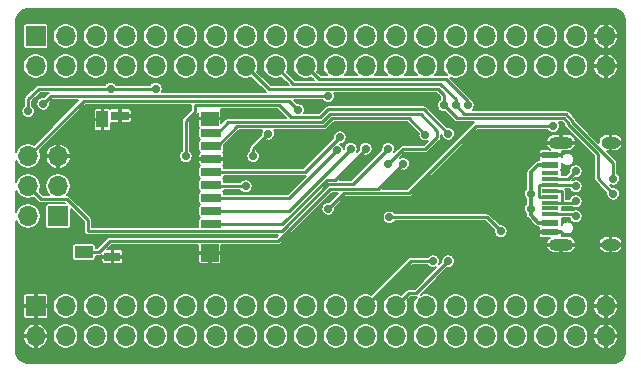
<source format=gbr>
%TF.GenerationSoftware,KiCad,Pcbnew,5.1.6+dfsg1-1*%
%TF.CreationDate,2020-08-04T18:23:15+08:00*%
%TF.ProjectId,stm32dev,73746d33-3264-4657-962e-6b696361645f,b*%
%TF.SameCoordinates,Original*%
%TF.FileFunction,Copper,L2,Bot*%
%TF.FilePolarity,Positive*%
%FSLAX46Y46*%
G04 Gerber Fmt 4.6, Leading zero omitted, Abs format (unit mm)*
G04 Created by KiCad (PCBNEW 5.1.6+dfsg1-1) date 2020-08-04 18:23:15*
%MOMM*%
%LPD*%
G01*
G04 APERTURE LIST*
%TA.AperFunction,SMDPad,CuDef*%
%ADD10R,1.550000X1.000000*%
%TD*%
%TA.AperFunction,SMDPad,CuDef*%
%ADD11R,1.500000X1.500000*%
%TD*%
%TA.AperFunction,SMDPad,CuDef*%
%ADD12R,1.750000X0.700000*%
%TD*%
%TA.AperFunction,SMDPad,CuDef*%
%ADD13R,1.400000X0.800000*%
%TD*%
%TA.AperFunction,SMDPad,CuDef*%
%ADD14R,1.000000X1.450000*%
%TD*%
%TA.AperFunction,SMDPad,CuDef*%
%ADD15R,1.500000X0.800000*%
%TD*%
%TA.AperFunction,SMDPad,CuDef*%
%ADD16R,1.500000X1.300000*%
%TD*%
%TA.AperFunction,ComponentPad*%
%ADD17O,1.700000X1.700000*%
%TD*%
%TA.AperFunction,ComponentPad*%
%ADD18R,1.700000X1.700000*%
%TD*%
%TA.AperFunction,SMDPad,CuDef*%
%ADD19R,1.450000X0.600000*%
%TD*%
%TA.AperFunction,SMDPad,CuDef*%
%ADD20R,1.450000X0.300000*%
%TD*%
%TA.AperFunction,ComponentPad*%
%ADD21O,2.100000X1.000000*%
%TD*%
%TA.AperFunction,ComponentPad*%
%ADD22O,1.600000X1.000000*%
%TD*%
%TA.AperFunction,ViaPad*%
%ADD23C,0.700000*%
%TD*%
%TA.AperFunction,Conductor*%
%ADD24C,0.304800*%
%TD*%
%TA.AperFunction,Conductor*%
%ADD25C,0.228600*%
%TD*%
%TA.AperFunction,Conductor*%
%ADD26C,0.152400*%
%TD*%
G04 APERTURE END LIST*
D10*
%TO.P,J3,10*%
%TO.N,SD_DET*%
X128535000Y-103365000D03*
D11*
%TO.P,J3,11*%
%TO.N,GND*%
X139210000Y-103415000D03*
D12*
%TO.P,J3,1*%
%TO.N,SD_D2*%
X139335000Y-100965000D03*
%TO.P,J3,2*%
%TO.N,SD_D3*%
X139335000Y-99865000D03*
%TO.P,J3,3*%
%TO.N,SD_CMD*%
X139335000Y-98765000D03*
%TO.P,J3,4*%
%TO.N,+3V3*%
X139335000Y-97665000D03*
%TO.P,J3,5*%
%TO.N,SD_CLK*%
X139335000Y-96565000D03*
%TO.P,J3,6*%
%TO.N,GND*%
X139335000Y-95465000D03*
%TO.P,J3,7*%
%TO.N,SD_D0*%
X139335000Y-94365000D03*
D13*
%TO.P,J3,11*%
%TO.N,GND*%
X130960000Y-103765000D03*
D14*
%TO.P,J3,9*%
X130110000Y-92140000D03*
D15*
%TO.P,J3,11*%
X131610000Y-91815000D03*
D16*
X139210000Y-92065000D03*
D12*
%TO.P,J3,8*%
%TO.N,SD_D1*%
X139335000Y-93265000D03*
%TD*%
D17*
%TO.P,J2,6*%
%TO.N,SWO*%
X123825000Y-95250000D03*
%TO.P,J2,5*%
%TO.N,GND*%
X126365000Y-95250000D03*
%TO.P,J2,4*%
%TO.N,SWDIO*%
X123825000Y-97790000D03*
%TO.P,J2,3*%
%TO.N,SWCLK*%
X126365000Y-97790000D03*
%TO.P,J2,2*%
%TO.N,+3V3*%
X123825000Y-100330000D03*
D18*
%TO.P,J2,1*%
%TO.N,NRST*%
X126365000Y-100330000D03*
%TD*%
D17*
%TO.P,J5,40*%
%TO.N,GND*%
X172720000Y-87630000D03*
%TO.P,J5,39*%
X172720000Y-85090000D03*
%TO.P,J5,38*%
%TO.N,+5V*%
X170180000Y-87630000D03*
%TO.P,J5,37*%
X170180000Y-85090000D03*
%TO.P,J5,36*%
%TO.N,PB10*%
X167640000Y-87630000D03*
%TO.P,J5,35*%
X167640000Y-85090000D03*
%TO.P,J5,34*%
%TO.N,PB11*%
X165100000Y-87630000D03*
%TO.P,J5,33*%
X165100000Y-85090000D03*
%TO.P,J5,32*%
%TO.N,PB12*%
X162560000Y-87630000D03*
%TO.P,J5,31*%
X162560000Y-85090000D03*
%TO.P,J5,30*%
%TO.N,PB13*%
X160020000Y-87630000D03*
%TO.P,J5,29*%
X160020000Y-85090000D03*
%TO.P,J5,28*%
%TO.N,PB14*%
X157480000Y-87630000D03*
%TO.P,J5,27*%
X157480000Y-85090000D03*
%TO.P,J5,26*%
%TO.N,PB15*%
X154940000Y-87630000D03*
%TO.P,J5,25*%
X154940000Y-85090000D03*
%TO.P,J5,24*%
%TO.N,PA8*%
X152400000Y-87630000D03*
%TO.P,J5,23*%
X152400000Y-85090000D03*
%TO.P,J5,22*%
%TO.N,PA9*%
X149860000Y-87630000D03*
%TO.P,J5,21*%
X149860000Y-85090000D03*
%TO.P,J5,20*%
%TO.N,PA10*%
X147320000Y-87630000D03*
%TO.P,J5,19*%
X147320000Y-85090000D03*
%TO.P,J5,18*%
%TO.N,PA11*%
X144780000Y-87630000D03*
%TO.P,J5,17*%
X144780000Y-85090000D03*
%TO.P,J5,16*%
%TO.N,PA12*%
X142240000Y-87630000D03*
%TO.P,J5,15*%
X142240000Y-85090000D03*
%TO.P,J5,14*%
%TO.N,PA15*%
X139700000Y-87630000D03*
%TO.P,J5,13*%
X139700000Y-85090000D03*
%TO.P,J5,12*%
%TO.N,PB4*%
X137160000Y-87630000D03*
%TO.P,J5,11*%
X137160000Y-85090000D03*
%TO.P,J5,10*%
%TO.N,PB5*%
X134620000Y-87630000D03*
%TO.P,J5,9*%
X134620000Y-85090000D03*
%TO.P,J5,8*%
%TO.N,PB6*%
X132080000Y-87630000D03*
%TO.P,J5,7*%
X132080000Y-85090000D03*
%TO.P,J5,6*%
%TO.N,PB7*%
X129540000Y-87630000D03*
%TO.P,J5,5*%
X129540000Y-85090000D03*
%TO.P,J5,4*%
%TO.N,PB8*%
X127000000Y-87630000D03*
%TO.P,J5,3*%
X127000000Y-85090000D03*
%TO.P,J5,2*%
%TO.N,PB9*%
X124460000Y-87630000D03*
D18*
%TO.P,J5,1*%
X124460000Y-85090000D03*
%TD*%
D17*
%TO.P,J4,40*%
%TO.N,GND*%
X172720000Y-110490000D03*
%TO.P,J4,39*%
X172720000Y-107950000D03*
%TO.P,J4,38*%
%TO.N,+3V3*%
X170180000Y-110490000D03*
%TO.P,J4,37*%
X170180000Y-107950000D03*
%TO.P,J4,36*%
%TO.N,PB2*%
X167640000Y-110490000D03*
%TO.P,J4,35*%
X167640000Y-107950000D03*
%TO.P,J4,34*%
%TO.N,PB1*%
X165100000Y-110490000D03*
%TO.P,J4,33*%
X165100000Y-107950000D03*
%TO.P,J4,32*%
%TO.N,PB0*%
X162560000Y-110490000D03*
%TO.P,J4,31*%
X162560000Y-107950000D03*
%TO.P,J4,30*%
%TO.N,PC5*%
X160020000Y-110490000D03*
%TO.P,J4,29*%
X160020000Y-107950000D03*
%TO.P,J4,28*%
%TO.N,PC4*%
X157480000Y-110490000D03*
%TO.P,J4,27*%
X157480000Y-107950000D03*
%TO.P,J4,26*%
%TO.N,PA7*%
X154940000Y-110490000D03*
%TO.P,J4,25*%
X154940000Y-107950000D03*
%TO.P,J4,24*%
%TO.N,PA6*%
X152400000Y-110490000D03*
%TO.P,J4,23*%
X152400000Y-107950000D03*
%TO.P,J4,22*%
%TO.N,PA5*%
X149860000Y-110490000D03*
%TO.P,J4,21*%
X149860000Y-107950000D03*
%TO.P,J4,20*%
%TO.N,PA4*%
X147320000Y-110490000D03*
%TO.P,J4,19*%
X147320000Y-107950000D03*
%TO.P,J4,18*%
%TO.N,PA3*%
X144780000Y-110490000D03*
%TO.P,J4,17*%
X144780000Y-107950000D03*
%TO.P,J4,16*%
%TO.N,PA2*%
X142240000Y-110490000D03*
%TO.P,J4,15*%
X142240000Y-107950000D03*
%TO.P,J4,14*%
%TO.N,PA1*%
X139700000Y-110490000D03*
%TO.P,J4,13*%
X139700000Y-107950000D03*
%TO.P,J4,12*%
%TO.N,PA0*%
X137160000Y-110490000D03*
%TO.P,J4,11*%
X137160000Y-107950000D03*
%TO.P,J4,10*%
%TO.N,PC3*%
X134620000Y-110490000D03*
%TO.P,J4,9*%
X134620000Y-107950000D03*
%TO.P,J4,8*%
%TO.N,PC2*%
X132080000Y-110490000D03*
%TO.P,J4,7*%
X132080000Y-107950000D03*
%TO.P,J4,6*%
%TO.N,PC1*%
X129540000Y-110490000D03*
%TO.P,J4,5*%
X129540000Y-107950000D03*
%TO.P,J4,4*%
%TO.N,PC0*%
X127000000Y-110490000D03*
%TO.P,J4,3*%
X127000000Y-107950000D03*
%TO.P,J4,2*%
%TO.N,GND*%
X124460000Y-110490000D03*
D18*
%TO.P,J4,1*%
X124460000Y-107950000D03*
%TD*%
D19*
%TO.P,J1,B1*%
%TO.N,GND*%
X168040000Y-101675000D03*
%TO.P,J1,A9*%
%TO.N,VBUS*%
X168040000Y-100875000D03*
%TO.P,J1,B9*%
X168040000Y-95975000D03*
%TO.P,J1,B12*%
%TO.N,GND*%
X168040000Y-95175000D03*
%TO.P,J1,A1*%
X168040000Y-95175000D03*
%TO.P,J1,A4*%
%TO.N,VBUS*%
X168040000Y-95975000D03*
%TO.P,J1,B4*%
X168040000Y-100875000D03*
%TO.P,J1,A12*%
%TO.N,GND*%
X168040000Y-101675000D03*
D20*
%TO.P,J1,B8*%
%TO.N,Net-(J1-PadB8)*%
X168040000Y-96675000D03*
%TO.P,J1,A5*%
%TO.N,Net-(J1-PadA5)*%
X168040000Y-97175000D03*
%TO.P,J1,B7*%
%TO.N,Net-(J1-PadA7)*%
X168040000Y-97675000D03*
%TO.P,J1,A7*%
X168040000Y-98675000D03*
%TO.P,J1,B6*%
%TO.N,Net-(J1-PadA6)*%
X168040000Y-99175000D03*
%TO.P,J1,A8*%
%TO.N,Net-(J1-PadA8)*%
X168040000Y-99675000D03*
%TO.P,J1,B5*%
%TO.N,Net-(J1-PadB5)*%
X168040000Y-100175000D03*
%TO.P,J1,A6*%
%TO.N,Net-(J1-PadA6)*%
X168040000Y-98175000D03*
D21*
%TO.P,J1,S1*%
%TO.N,GND*%
X168955000Y-102745000D03*
X168955000Y-94105000D03*
D22*
X173135000Y-94105000D03*
X173135000Y-102745000D03*
%TD*%
D23*
%TO.N,GND*%
X156845000Y-105410000D03*
X151765000Y-103505000D03*
X158115000Y-90170000D03*
X158750000Y-97790000D03*
X141605000Y-95250000D03*
X151765000Y-101600000D03*
X149225000Y-100965000D03*
X145415000Y-97790000D03*
X163830000Y-98425000D03*
X163830000Y-99695000D03*
X162560000Y-105410000D03*
X164465000Y-105410000D03*
X166370000Y-105410000D03*
X165735000Y-93345000D03*
X165735000Y-94615000D03*
X164465000Y-94615000D03*
X156210000Y-97155000D03*
X137795000Y-106045000D03*
X124460000Y-103505000D03*
X146685000Y-104140000D03*
X142367000Y-105156000D03*
%TO.N,VBUS*%
X166370000Y-98425000D03*
X166370000Y-99695000D03*
%TO.N,SD_DET*%
X155575000Y-95885000D03*
%TO.N,SD_D2*%
X152400000Y-94615000D03*
%TO.N,SD_D3*%
X151130000Y-94615000D03*
%TO.N,SD_CMD*%
X149978580Y-94733580D03*
%TO.N,SD_CLK*%
X150216198Y-93645312D03*
%TO.N,SD_D0*%
X157449644Y-93417107D03*
%TO.N,SD_D1*%
X154305000Y-95885000D03*
%TO.N,PC6*%
X159385000Y-93345000D03*
X137160000Y-95250000D03*
%TO.N,BO0*%
X142875000Y-95250000D03*
X144145000Y-93345000D03*
%TO.N,+3V3*%
X134620000Y-89535000D03*
X130810000Y-89535000D03*
X163830000Y-101600000D03*
X154402500Y-100427500D03*
X142240000Y-97790000D03*
X123825000Y-91440000D03*
%TO.N,PA12*%
X159004000Y-90932000D03*
X173355000Y-98425000D03*
%TO.N,PA11*%
X160020000Y-90932000D03*
X173355000Y-97155000D03*
%TO.N,PA7*%
X159385000Y-104140000D03*
%TO.N,PA6*%
X158115000Y-104140000D03*
%TO.N,PA10*%
X161036000Y-90932000D03*
%TO.N,Net-(J1-PadA5)*%
X170180000Y-96520000D03*
%TO.N,Net-(J1-PadA7)*%
X170180000Y-97790000D03*
%TO.N,Net-(J1-PadA6)*%
X170180000Y-99060000D03*
%TO.N,Net-(J1-PadB5)*%
X170180000Y-100330000D03*
%TO.N,SWO*%
X146701861Y-91349567D03*
%TO.N,SWDIO*%
X154305000Y-94615000D03*
%TO.N,SWCLK*%
X125095000Y-90805000D03*
X149225000Y-90170000D03*
%TO.N,PC13*%
X149225000Y-99695000D03*
X168275000Y-92710000D03*
%TD*%
D24*
%TO.N,VBUS*%
X166370000Y-96615200D02*
X166370000Y-98425000D01*
X167010200Y-95975000D02*
X166370000Y-96615200D01*
X168040000Y-95975000D02*
X167010200Y-95975000D01*
X166370000Y-100234800D02*
X166370000Y-99695000D01*
X167010200Y-100875000D02*
X166370000Y-100234800D01*
X168040000Y-100875000D02*
X167010200Y-100875000D01*
X166370000Y-98425000D02*
X166370000Y-99695000D01*
D25*
%TO.N,SD_DET*%
X149398291Y-97998989D02*
X153461011Y-97998989D01*
X144998981Y-102398299D02*
X149398291Y-97998989D01*
X153461011Y-97998989D02*
X155575000Y-95885000D01*
X129779938Y-103365000D02*
X128535000Y-103365000D01*
X130746639Y-102398299D02*
X129779938Y-103365000D01*
X144998981Y-102398299D02*
X130746639Y-102398299D01*
%TO.N,SD_D2*%
X145354620Y-100965000D02*
X149082653Y-97236967D01*
X149778033Y-97236967D02*
X152400000Y-94615000D01*
X149082653Y-97236967D02*
X149778033Y-97236967D01*
X145354620Y-100965000D02*
X139335000Y-100965000D01*
%TO.N,SD_D3*%
X145880000Y-99865000D02*
X151130000Y-94615000D01*
X145880000Y-99865000D02*
X139335000Y-99865000D01*
%TO.N,SD_CMD*%
X145947160Y-98765000D02*
X149978580Y-94733580D01*
X145947160Y-98765000D02*
X139335000Y-98765000D01*
%TO.N,SD_CLK*%
X150194688Y-93645312D02*
X150216198Y-93645312D01*
X147275000Y-96565000D02*
X150194688Y-93645312D01*
X147275000Y-96565000D02*
X139335000Y-96565000D01*
%TO.N,SD_D0*%
X156082537Y-92050000D02*
X157449644Y-93417107D01*
X148911701Y-92728299D02*
X149590000Y-92050000D01*
X149590000Y-92050000D02*
X156082537Y-92050000D01*
X139860000Y-94365000D02*
X139335000Y-94365000D01*
X141496701Y-92728299D02*
X139860000Y-94365000D01*
X148911701Y-92728299D02*
X141496701Y-92728299D01*
%TO.N,SD_D1*%
X155520000Y-94670000D02*
X157460000Y-94670000D01*
X154305000Y-95885000D02*
X155520000Y-94670000D01*
X157058989Y-91668989D02*
X149392181Y-91668989D01*
X158470000Y-93080000D02*
X157058989Y-91668989D01*
X158470000Y-93660000D02*
X158470000Y-93080000D01*
X157460000Y-94670000D02*
X158470000Y-93660000D01*
X149392181Y-91668989D02*
X148713882Y-92347288D01*
X139860000Y-93265000D02*
X139335000Y-93265000D01*
X140777712Y-92347288D02*
X139860000Y-93265000D01*
X148713882Y-92347288D02*
X140777712Y-92347288D01*
%TO.N,PC6*%
X157327978Y-91287978D02*
X159385000Y-93345000D01*
X149234362Y-91287978D02*
X157327978Y-91287978D01*
X146083937Y-91966277D02*
X148556063Y-91966277D01*
X145049682Y-90932022D02*
X146083937Y-91966277D01*
X148556063Y-91966277D02*
X149234362Y-91287978D01*
X137922022Y-91472916D02*
X137922022Y-90932022D01*
X137160000Y-92234938D02*
X137922022Y-91472916D01*
X137160000Y-95250000D02*
X137160000Y-92234938D01*
X137922022Y-90932022D02*
X145049682Y-90932022D01*
%TO.N,BO0*%
X142875000Y-94615000D02*
X144145000Y-93345000D01*
X142875000Y-95250000D02*
X142875000Y-94615000D01*
%TO.N,+3V3*%
X162657500Y-100427500D02*
X154402500Y-100427500D01*
X163830000Y-101600000D02*
X162657500Y-100427500D01*
X139460000Y-97790000D02*
X139335000Y-97665000D01*
X142240000Y-97790000D02*
X139460000Y-97790000D01*
X130810000Y-89535000D02*
X134620000Y-89535000D01*
X123825000Y-90445000D02*
X123825000Y-91440000D01*
X124735000Y-89535000D02*
X123825000Y-90445000D01*
X130810000Y-89535000D02*
X124735000Y-89535000D01*
%TO.N,PA12*%
X159004000Y-90932000D02*
X159004000Y-90046000D01*
X148947660Y-89540000D02*
X148885640Y-89602020D01*
X159004000Y-90046000D02*
X158498000Y-89540000D01*
X158498000Y-89540000D02*
X148947660Y-89540000D01*
X144212020Y-89602020D02*
X142240000Y-87630000D01*
X148885640Y-89602020D02*
X144212020Y-89602020D01*
X169166017Y-92053299D02*
X160125299Y-92053299D01*
X169526701Y-92413983D02*
X169166017Y-92053299D01*
X172068290Y-97138290D02*
X172068290Y-95085572D01*
X169526701Y-92543983D02*
X169526701Y-92413983D01*
X173355000Y-98425000D02*
X172068290Y-97138290D01*
X172068290Y-95085572D02*
X169526701Y-92543983D01*
X160125299Y-92053299D02*
X159004000Y-90932000D01*
%TO.N,PA11*%
X160020000Y-90932000D02*
X160020000Y-90437026D01*
X160020000Y-90437026D02*
X158710686Y-89127712D01*
X158710686Y-89127712D02*
X146277712Y-89127712D01*
X146277712Y-89127712D02*
X144780000Y-87630000D01*
X160760288Y-91672288D02*
X160020000Y-90932000D01*
X169323836Y-91672288D02*
X160760288Y-91672288D01*
X169907712Y-92256164D02*
X169323836Y-91672288D01*
X169907712Y-92386164D02*
X169907712Y-92256164D01*
X173355000Y-97155000D02*
X173355000Y-95833452D01*
X173355000Y-95833452D02*
X169907712Y-92386164D01*
%TO.N,PA7*%
X156691701Y-106833299D02*
X159385000Y-104140000D01*
X156056701Y-106833299D02*
X156691701Y-106833299D01*
X154940000Y-107950000D02*
X156056701Y-106833299D01*
%TO.N,PA6*%
X158115000Y-104140000D02*
X156210000Y-104140000D01*
X156210000Y-104140000D02*
X152400000Y-107950000D01*
%TO.N,PA10*%
X148436701Y-88746701D02*
X159226701Y-88746701D01*
X147320000Y-87630000D02*
X148436701Y-88746701D01*
X161036000Y-90556000D02*
X161036000Y-90932000D01*
X159226701Y-88746701D02*
X161036000Y-90556000D01*
%TO.N,Net-(J1-PadA5)*%
X169525000Y-97175000D02*
X170180000Y-96520000D01*
X168040000Y-97175000D02*
X169525000Y-97175000D01*
%TO.N,Net-(J1-PadA7)*%
X167086400Y-98675000D02*
X168040000Y-98675000D01*
X167048299Y-98636899D02*
X167086400Y-98675000D01*
X167048299Y-97713101D02*
X167048299Y-98636899D01*
X167086400Y-97675000D02*
X167048299Y-97713101D01*
X168040000Y-97675000D02*
X167086400Y-97675000D01*
X170065000Y-97675000D02*
X170180000Y-97790000D01*
X168040000Y-97675000D02*
X170065000Y-97675000D01*
%TO.N,Net-(J1-PadA6)*%
X168993600Y-99175000D02*
X168040000Y-99175000D01*
X169031701Y-99136899D02*
X168993600Y-99175000D01*
X169031701Y-98213101D02*
X169031701Y-99136899D01*
X168993600Y-98175000D02*
X169031701Y-98213101D01*
X168040000Y-98175000D02*
X168993600Y-98175000D01*
X170065000Y-99175000D02*
X170180000Y-99060000D01*
X168993600Y-99175000D02*
X170065000Y-99175000D01*
%TO.N,Net-(J1-PadB5)*%
X170025000Y-100175000D02*
X170180000Y-100330000D01*
X168040000Y-100175000D02*
X170025000Y-100175000D01*
%TO.N,SWO*%
X123825000Y-95250000D02*
X128523989Y-90551011D01*
X128523989Y-90551011D02*
X145903305Y-90551011D01*
X145903305Y-90551011D02*
X146701861Y-91349567D01*
%TO.N,SWDIO*%
X151302022Y-97617978D02*
X154305000Y-94615000D01*
X128886701Y-101581701D02*
X145276749Y-101581701D01*
X145276749Y-101581701D02*
X149240472Y-97617978D01*
X149240472Y-97617978D02*
X151302022Y-97617978D01*
X127121763Y-98906701D02*
X124941701Y-98906701D01*
X124941701Y-98906701D02*
X123825000Y-97790000D01*
X128886701Y-100671639D02*
X127121763Y-98906701D01*
X128886701Y-101581701D02*
X128886701Y-100671639D01*
%TO.N,SWCLK*%
X125730000Y-90170000D02*
X125095000Y-90805000D01*
X149225000Y-90170000D02*
X125730000Y-90170000D01*
%TO.N,PC13*%
X150540000Y-98380000D02*
X149225000Y-99695000D01*
X156030000Y-98380000D02*
X150540000Y-98380000D01*
X161700000Y-92710000D02*
X156030000Y-98380000D01*
X168275000Y-92710000D02*
X161700000Y-92710000D01*
%TD*%
D26*
%TO.N,GND*%
G36*
X173552186Y-82824151D02*
G01*
X173741854Y-82881415D01*
X173916795Y-82974433D01*
X174070334Y-83099656D01*
X174196626Y-83252317D01*
X174290861Y-83426602D01*
X174349449Y-83615866D01*
X174371400Y-83824721D01*
X174371401Y-111747583D01*
X174350849Y-111957186D01*
X174293584Y-112146856D01*
X174200566Y-112321797D01*
X174075344Y-112475334D01*
X173922683Y-112601626D01*
X173748398Y-112695861D01*
X173559134Y-112754449D01*
X173350279Y-112776400D01*
X123837406Y-112776400D01*
X123627814Y-112755849D01*
X123438144Y-112698584D01*
X123263203Y-112605566D01*
X123109666Y-112480344D01*
X122983374Y-112327683D01*
X122889139Y-112153398D01*
X122830551Y-111964134D01*
X122808600Y-111755279D01*
X122808600Y-110733571D01*
X123409258Y-110733571D01*
X123476966Y-110933880D01*
X123582451Y-111117131D01*
X123721660Y-111276282D01*
X123889243Y-111405217D01*
X124078760Y-111498981D01*
X124216430Y-111540739D01*
X124383800Y-111508604D01*
X124383800Y-110566200D01*
X124536200Y-110566200D01*
X124536200Y-111508604D01*
X124703570Y-111540739D01*
X124841240Y-111498981D01*
X125030757Y-111405217D01*
X125198340Y-111276282D01*
X125337549Y-111117131D01*
X125443034Y-110933880D01*
X125510742Y-110733571D01*
X125478759Y-110566200D01*
X124536200Y-110566200D01*
X124383800Y-110566200D01*
X123441241Y-110566200D01*
X123409258Y-110733571D01*
X122808600Y-110733571D01*
X122808600Y-110246429D01*
X123409258Y-110246429D01*
X123441241Y-110413800D01*
X124383800Y-110413800D01*
X124383800Y-109471396D01*
X124536200Y-109471396D01*
X124536200Y-110413800D01*
X125478759Y-110413800D01*
X125484498Y-110383767D01*
X125921400Y-110383767D01*
X125921400Y-110596233D01*
X125962850Y-110804616D01*
X126044157Y-111000909D01*
X126162197Y-111177567D01*
X126312433Y-111327803D01*
X126489091Y-111445843D01*
X126685384Y-111527150D01*
X126893767Y-111568600D01*
X127106233Y-111568600D01*
X127314616Y-111527150D01*
X127510909Y-111445843D01*
X127687567Y-111327803D01*
X127837803Y-111177567D01*
X127955843Y-111000909D01*
X128037150Y-110804616D01*
X128078600Y-110596233D01*
X128078600Y-110383767D01*
X128461400Y-110383767D01*
X128461400Y-110596233D01*
X128502850Y-110804616D01*
X128584157Y-111000909D01*
X128702197Y-111177567D01*
X128852433Y-111327803D01*
X129029091Y-111445843D01*
X129225384Y-111527150D01*
X129433767Y-111568600D01*
X129646233Y-111568600D01*
X129854616Y-111527150D01*
X130050909Y-111445843D01*
X130227567Y-111327803D01*
X130377803Y-111177567D01*
X130495843Y-111000909D01*
X130577150Y-110804616D01*
X130618600Y-110596233D01*
X130618600Y-110383767D01*
X131001400Y-110383767D01*
X131001400Y-110596233D01*
X131042850Y-110804616D01*
X131124157Y-111000909D01*
X131242197Y-111177567D01*
X131392433Y-111327803D01*
X131569091Y-111445843D01*
X131765384Y-111527150D01*
X131973767Y-111568600D01*
X132186233Y-111568600D01*
X132394616Y-111527150D01*
X132590909Y-111445843D01*
X132767567Y-111327803D01*
X132917803Y-111177567D01*
X133035843Y-111000909D01*
X133117150Y-110804616D01*
X133158600Y-110596233D01*
X133158600Y-110383767D01*
X133541400Y-110383767D01*
X133541400Y-110596233D01*
X133582850Y-110804616D01*
X133664157Y-111000909D01*
X133782197Y-111177567D01*
X133932433Y-111327803D01*
X134109091Y-111445843D01*
X134305384Y-111527150D01*
X134513767Y-111568600D01*
X134726233Y-111568600D01*
X134934616Y-111527150D01*
X135130909Y-111445843D01*
X135307567Y-111327803D01*
X135457803Y-111177567D01*
X135575843Y-111000909D01*
X135657150Y-110804616D01*
X135698600Y-110596233D01*
X135698600Y-110383767D01*
X136081400Y-110383767D01*
X136081400Y-110596233D01*
X136122850Y-110804616D01*
X136204157Y-111000909D01*
X136322197Y-111177567D01*
X136472433Y-111327803D01*
X136649091Y-111445843D01*
X136845384Y-111527150D01*
X137053767Y-111568600D01*
X137266233Y-111568600D01*
X137474616Y-111527150D01*
X137670909Y-111445843D01*
X137847567Y-111327803D01*
X137997803Y-111177567D01*
X138115843Y-111000909D01*
X138197150Y-110804616D01*
X138238600Y-110596233D01*
X138238600Y-110383767D01*
X138621400Y-110383767D01*
X138621400Y-110596233D01*
X138662850Y-110804616D01*
X138744157Y-111000909D01*
X138862197Y-111177567D01*
X139012433Y-111327803D01*
X139189091Y-111445843D01*
X139385384Y-111527150D01*
X139593767Y-111568600D01*
X139806233Y-111568600D01*
X140014616Y-111527150D01*
X140210909Y-111445843D01*
X140387567Y-111327803D01*
X140537803Y-111177567D01*
X140655843Y-111000909D01*
X140737150Y-110804616D01*
X140778600Y-110596233D01*
X140778600Y-110383767D01*
X141161400Y-110383767D01*
X141161400Y-110596233D01*
X141202850Y-110804616D01*
X141284157Y-111000909D01*
X141402197Y-111177567D01*
X141552433Y-111327803D01*
X141729091Y-111445843D01*
X141925384Y-111527150D01*
X142133767Y-111568600D01*
X142346233Y-111568600D01*
X142554616Y-111527150D01*
X142750909Y-111445843D01*
X142927567Y-111327803D01*
X143077803Y-111177567D01*
X143195843Y-111000909D01*
X143277150Y-110804616D01*
X143318600Y-110596233D01*
X143318600Y-110383767D01*
X143701400Y-110383767D01*
X143701400Y-110596233D01*
X143742850Y-110804616D01*
X143824157Y-111000909D01*
X143942197Y-111177567D01*
X144092433Y-111327803D01*
X144269091Y-111445843D01*
X144465384Y-111527150D01*
X144673767Y-111568600D01*
X144886233Y-111568600D01*
X145094616Y-111527150D01*
X145290909Y-111445843D01*
X145467567Y-111327803D01*
X145617803Y-111177567D01*
X145735843Y-111000909D01*
X145817150Y-110804616D01*
X145858600Y-110596233D01*
X145858600Y-110383767D01*
X146241400Y-110383767D01*
X146241400Y-110596233D01*
X146282850Y-110804616D01*
X146364157Y-111000909D01*
X146482197Y-111177567D01*
X146632433Y-111327803D01*
X146809091Y-111445843D01*
X147005384Y-111527150D01*
X147213767Y-111568600D01*
X147426233Y-111568600D01*
X147634616Y-111527150D01*
X147830909Y-111445843D01*
X148007567Y-111327803D01*
X148157803Y-111177567D01*
X148275843Y-111000909D01*
X148357150Y-110804616D01*
X148398600Y-110596233D01*
X148398600Y-110383767D01*
X148781400Y-110383767D01*
X148781400Y-110596233D01*
X148822850Y-110804616D01*
X148904157Y-111000909D01*
X149022197Y-111177567D01*
X149172433Y-111327803D01*
X149349091Y-111445843D01*
X149545384Y-111527150D01*
X149753767Y-111568600D01*
X149966233Y-111568600D01*
X150174616Y-111527150D01*
X150370909Y-111445843D01*
X150547567Y-111327803D01*
X150697803Y-111177567D01*
X150815843Y-111000909D01*
X150897150Y-110804616D01*
X150938600Y-110596233D01*
X150938600Y-110383767D01*
X151321400Y-110383767D01*
X151321400Y-110596233D01*
X151362850Y-110804616D01*
X151444157Y-111000909D01*
X151562197Y-111177567D01*
X151712433Y-111327803D01*
X151889091Y-111445843D01*
X152085384Y-111527150D01*
X152293767Y-111568600D01*
X152506233Y-111568600D01*
X152714616Y-111527150D01*
X152910909Y-111445843D01*
X153087567Y-111327803D01*
X153237803Y-111177567D01*
X153355843Y-111000909D01*
X153437150Y-110804616D01*
X153478600Y-110596233D01*
X153478600Y-110383767D01*
X153861400Y-110383767D01*
X153861400Y-110596233D01*
X153902850Y-110804616D01*
X153984157Y-111000909D01*
X154102197Y-111177567D01*
X154252433Y-111327803D01*
X154429091Y-111445843D01*
X154625384Y-111527150D01*
X154833767Y-111568600D01*
X155046233Y-111568600D01*
X155254616Y-111527150D01*
X155450909Y-111445843D01*
X155627567Y-111327803D01*
X155777803Y-111177567D01*
X155895843Y-111000909D01*
X155977150Y-110804616D01*
X156018600Y-110596233D01*
X156018600Y-110383767D01*
X156401400Y-110383767D01*
X156401400Y-110596233D01*
X156442850Y-110804616D01*
X156524157Y-111000909D01*
X156642197Y-111177567D01*
X156792433Y-111327803D01*
X156969091Y-111445843D01*
X157165384Y-111527150D01*
X157373767Y-111568600D01*
X157586233Y-111568600D01*
X157794616Y-111527150D01*
X157990909Y-111445843D01*
X158167567Y-111327803D01*
X158317803Y-111177567D01*
X158435843Y-111000909D01*
X158517150Y-110804616D01*
X158558600Y-110596233D01*
X158558600Y-110383767D01*
X158941400Y-110383767D01*
X158941400Y-110596233D01*
X158982850Y-110804616D01*
X159064157Y-111000909D01*
X159182197Y-111177567D01*
X159332433Y-111327803D01*
X159509091Y-111445843D01*
X159705384Y-111527150D01*
X159913767Y-111568600D01*
X160126233Y-111568600D01*
X160334616Y-111527150D01*
X160530909Y-111445843D01*
X160707567Y-111327803D01*
X160857803Y-111177567D01*
X160975843Y-111000909D01*
X161057150Y-110804616D01*
X161098600Y-110596233D01*
X161098600Y-110383767D01*
X161481400Y-110383767D01*
X161481400Y-110596233D01*
X161522850Y-110804616D01*
X161604157Y-111000909D01*
X161722197Y-111177567D01*
X161872433Y-111327803D01*
X162049091Y-111445843D01*
X162245384Y-111527150D01*
X162453767Y-111568600D01*
X162666233Y-111568600D01*
X162874616Y-111527150D01*
X163070909Y-111445843D01*
X163247567Y-111327803D01*
X163397803Y-111177567D01*
X163515843Y-111000909D01*
X163597150Y-110804616D01*
X163638600Y-110596233D01*
X163638600Y-110383767D01*
X164021400Y-110383767D01*
X164021400Y-110596233D01*
X164062850Y-110804616D01*
X164144157Y-111000909D01*
X164262197Y-111177567D01*
X164412433Y-111327803D01*
X164589091Y-111445843D01*
X164785384Y-111527150D01*
X164993767Y-111568600D01*
X165206233Y-111568600D01*
X165414616Y-111527150D01*
X165610909Y-111445843D01*
X165787567Y-111327803D01*
X165937803Y-111177567D01*
X166055843Y-111000909D01*
X166137150Y-110804616D01*
X166178600Y-110596233D01*
X166178600Y-110383767D01*
X166561400Y-110383767D01*
X166561400Y-110596233D01*
X166602850Y-110804616D01*
X166684157Y-111000909D01*
X166802197Y-111177567D01*
X166952433Y-111327803D01*
X167129091Y-111445843D01*
X167325384Y-111527150D01*
X167533767Y-111568600D01*
X167746233Y-111568600D01*
X167954616Y-111527150D01*
X168150909Y-111445843D01*
X168327567Y-111327803D01*
X168477803Y-111177567D01*
X168595843Y-111000909D01*
X168677150Y-110804616D01*
X168718600Y-110596233D01*
X168718600Y-110383767D01*
X169101400Y-110383767D01*
X169101400Y-110596233D01*
X169142850Y-110804616D01*
X169224157Y-111000909D01*
X169342197Y-111177567D01*
X169492433Y-111327803D01*
X169669091Y-111445843D01*
X169865384Y-111527150D01*
X170073767Y-111568600D01*
X170286233Y-111568600D01*
X170494616Y-111527150D01*
X170690909Y-111445843D01*
X170867567Y-111327803D01*
X171017803Y-111177567D01*
X171135843Y-111000909D01*
X171217150Y-110804616D01*
X171231281Y-110733571D01*
X171669258Y-110733571D01*
X171736966Y-110933880D01*
X171842451Y-111117131D01*
X171981660Y-111276282D01*
X172149243Y-111405217D01*
X172338760Y-111498981D01*
X172476430Y-111540739D01*
X172643800Y-111508604D01*
X172643800Y-110566200D01*
X172796200Y-110566200D01*
X172796200Y-111508604D01*
X172963570Y-111540739D01*
X173101240Y-111498981D01*
X173290757Y-111405217D01*
X173458340Y-111276282D01*
X173597549Y-111117131D01*
X173703034Y-110933880D01*
X173770742Y-110733571D01*
X173738759Y-110566200D01*
X172796200Y-110566200D01*
X172643800Y-110566200D01*
X171701241Y-110566200D01*
X171669258Y-110733571D01*
X171231281Y-110733571D01*
X171258600Y-110596233D01*
X171258600Y-110383767D01*
X171231282Y-110246429D01*
X171669258Y-110246429D01*
X171701241Y-110413800D01*
X172643800Y-110413800D01*
X172643800Y-109471396D01*
X172796200Y-109471396D01*
X172796200Y-110413800D01*
X173738759Y-110413800D01*
X173770742Y-110246429D01*
X173703034Y-110046120D01*
X173597549Y-109862869D01*
X173458340Y-109703718D01*
X173290757Y-109574783D01*
X173101240Y-109481019D01*
X172963570Y-109439261D01*
X172796200Y-109471396D01*
X172643800Y-109471396D01*
X172476430Y-109439261D01*
X172338760Y-109481019D01*
X172149243Y-109574783D01*
X171981660Y-109703718D01*
X171842451Y-109862869D01*
X171736966Y-110046120D01*
X171669258Y-110246429D01*
X171231282Y-110246429D01*
X171217150Y-110175384D01*
X171135843Y-109979091D01*
X171017803Y-109802433D01*
X170867567Y-109652197D01*
X170690909Y-109534157D01*
X170494616Y-109452850D01*
X170286233Y-109411400D01*
X170073767Y-109411400D01*
X169865384Y-109452850D01*
X169669091Y-109534157D01*
X169492433Y-109652197D01*
X169342197Y-109802433D01*
X169224157Y-109979091D01*
X169142850Y-110175384D01*
X169101400Y-110383767D01*
X168718600Y-110383767D01*
X168677150Y-110175384D01*
X168595843Y-109979091D01*
X168477803Y-109802433D01*
X168327567Y-109652197D01*
X168150909Y-109534157D01*
X167954616Y-109452850D01*
X167746233Y-109411400D01*
X167533767Y-109411400D01*
X167325384Y-109452850D01*
X167129091Y-109534157D01*
X166952433Y-109652197D01*
X166802197Y-109802433D01*
X166684157Y-109979091D01*
X166602850Y-110175384D01*
X166561400Y-110383767D01*
X166178600Y-110383767D01*
X166137150Y-110175384D01*
X166055843Y-109979091D01*
X165937803Y-109802433D01*
X165787567Y-109652197D01*
X165610909Y-109534157D01*
X165414616Y-109452850D01*
X165206233Y-109411400D01*
X164993767Y-109411400D01*
X164785384Y-109452850D01*
X164589091Y-109534157D01*
X164412433Y-109652197D01*
X164262197Y-109802433D01*
X164144157Y-109979091D01*
X164062850Y-110175384D01*
X164021400Y-110383767D01*
X163638600Y-110383767D01*
X163597150Y-110175384D01*
X163515843Y-109979091D01*
X163397803Y-109802433D01*
X163247567Y-109652197D01*
X163070909Y-109534157D01*
X162874616Y-109452850D01*
X162666233Y-109411400D01*
X162453767Y-109411400D01*
X162245384Y-109452850D01*
X162049091Y-109534157D01*
X161872433Y-109652197D01*
X161722197Y-109802433D01*
X161604157Y-109979091D01*
X161522850Y-110175384D01*
X161481400Y-110383767D01*
X161098600Y-110383767D01*
X161057150Y-110175384D01*
X160975843Y-109979091D01*
X160857803Y-109802433D01*
X160707567Y-109652197D01*
X160530909Y-109534157D01*
X160334616Y-109452850D01*
X160126233Y-109411400D01*
X159913767Y-109411400D01*
X159705384Y-109452850D01*
X159509091Y-109534157D01*
X159332433Y-109652197D01*
X159182197Y-109802433D01*
X159064157Y-109979091D01*
X158982850Y-110175384D01*
X158941400Y-110383767D01*
X158558600Y-110383767D01*
X158517150Y-110175384D01*
X158435843Y-109979091D01*
X158317803Y-109802433D01*
X158167567Y-109652197D01*
X157990909Y-109534157D01*
X157794616Y-109452850D01*
X157586233Y-109411400D01*
X157373767Y-109411400D01*
X157165384Y-109452850D01*
X156969091Y-109534157D01*
X156792433Y-109652197D01*
X156642197Y-109802433D01*
X156524157Y-109979091D01*
X156442850Y-110175384D01*
X156401400Y-110383767D01*
X156018600Y-110383767D01*
X155977150Y-110175384D01*
X155895843Y-109979091D01*
X155777803Y-109802433D01*
X155627567Y-109652197D01*
X155450909Y-109534157D01*
X155254616Y-109452850D01*
X155046233Y-109411400D01*
X154833767Y-109411400D01*
X154625384Y-109452850D01*
X154429091Y-109534157D01*
X154252433Y-109652197D01*
X154102197Y-109802433D01*
X153984157Y-109979091D01*
X153902850Y-110175384D01*
X153861400Y-110383767D01*
X153478600Y-110383767D01*
X153437150Y-110175384D01*
X153355843Y-109979091D01*
X153237803Y-109802433D01*
X153087567Y-109652197D01*
X152910909Y-109534157D01*
X152714616Y-109452850D01*
X152506233Y-109411400D01*
X152293767Y-109411400D01*
X152085384Y-109452850D01*
X151889091Y-109534157D01*
X151712433Y-109652197D01*
X151562197Y-109802433D01*
X151444157Y-109979091D01*
X151362850Y-110175384D01*
X151321400Y-110383767D01*
X150938600Y-110383767D01*
X150897150Y-110175384D01*
X150815843Y-109979091D01*
X150697803Y-109802433D01*
X150547567Y-109652197D01*
X150370909Y-109534157D01*
X150174616Y-109452850D01*
X149966233Y-109411400D01*
X149753767Y-109411400D01*
X149545384Y-109452850D01*
X149349091Y-109534157D01*
X149172433Y-109652197D01*
X149022197Y-109802433D01*
X148904157Y-109979091D01*
X148822850Y-110175384D01*
X148781400Y-110383767D01*
X148398600Y-110383767D01*
X148357150Y-110175384D01*
X148275843Y-109979091D01*
X148157803Y-109802433D01*
X148007567Y-109652197D01*
X147830909Y-109534157D01*
X147634616Y-109452850D01*
X147426233Y-109411400D01*
X147213767Y-109411400D01*
X147005384Y-109452850D01*
X146809091Y-109534157D01*
X146632433Y-109652197D01*
X146482197Y-109802433D01*
X146364157Y-109979091D01*
X146282850Y-110175384D01*
X146241400Y-110383767D01*
X145858600Y-110383767D01*
X145817150Y-110175384D01*
X145735843Y-109979091D01*
X145617803Y-109802433D01*
X145467567Y-109652197D01*
X145290909Y-109534157D01*
X145094616Y-109452850D01*
X144886233Y-109411400D01*
X144673767Y-109411400D01*
X144465384Y-109452850D01*
X144269091Y-109534157D01*
X144092433Y-109652197D01*
X143942197Y-109802433D01*
X143824157Y-109979091D01*
X143742850Y-110175384D01*
X143701400Y-110383767D01*
X143318600Y-110383767D01*
X143277150Y-110175384D01*
X143195843Y-109979091D01*
X143077803Y-109802433D01*
X142927567Y-109652197D01*
X142750909Y-109534157D01*
X142554616Y-109452850D01*
X142346233Y-109411400D01*
X142133767Y-109411400D01*
X141925384Y-109452850D01*
X141729091Y-109534157D01*
X141552433Y-109652197D01*
X141402197Y-109802433D01*
X141284157Y-109979091D01*
X141202850Y-110175384D01*
X141161400Y-110383767D01*
X140778600Y-110383767D01*
X140737150Y-110175384D01*
X140655843Y-109979091D01*
X140537803Y-109802433D01*
X140387567Y-109652197D01*
X140210909Y-109534157D01*
X140014616Y-109452850D01*
X139806233Y-109411400D01*
X139593767Y-109411400D01*
X139385384Y-109452850D01*
X139189091Y-109534157D01*
X139012433Y-109652197D01*
X138862197Y-109802433D01*
X138744157Y-109979091D01*
X138662850Y-110175384D01*
X138621400Y-110383767D01*
X138238600Y-110383767D01*
X138197150Y-110175384D01*
X138115843Y-109979091D01*
X137997803Y-109802433D01*
X137847567Y-109652197D01*
X137670909Y-109534157D01*
X137474616Y-109452850D01*
X137266233Y-109411400D01*
X137053767Y-109411400D01*
X136845384Y-109452850D01*
X136649091Y-109534157D01*
X136472433Y-109652197D01*
X136322197Y-109802433D01*
X136204157Y-109979091D01*
X136122850Y-110175384D01*
X136081400Y-110383767D01*
X135698600Y-110383767D01*
X135657150Y-110175384D01*
X135575843Y-109979091D01*
X135457803Y-109802433D01*
X135307567Y-109652197D01*
X135130909Y-109534157D01*
X134934616Y-109452850D01*
X134726233Y-109411400D01*
X134513767Y-109411400D01*
X134305384Y-109452850D01*
X134109091Y-109534157D01*
X133932433Y-109652197D01*
X133782197Y-109802433D01*
X133664157Y-109979091D01*
X133582850Y-110175384D01*
X133541400Y-110383767D01*
X133158600Y-110383767D01*
X133117150Y-110175384D01*
X133035843Y-109979091D01*
X132917803Y-109802433D01*
X132767567Y-109652197D01*
X132590909Y-109534157D01*
X132394616Y-109452850D01*
X132186233Y-109411400D01*
X131973767Y-109411400D01*
X131765384Y-109452850D01*
X131569091Y-109534157D01*
X131392433Y-109652197D01*
X131242197Y-109802433D01*
X131124157Y-109979091D01*
X131042850Y-110175384D01*
X131001400Y-110383767D01*
X130618600Y-110383767D01*
X130577150Y-110175384D01*
X130495843Y-109979091D01*
X130377803Y-109802433D01*
X130227567Y-109652197D01*
X130050909Y-109534157D01*
X129854616Y-109452850D01*
X129646233Y-109411400D01*
X129433767Y-109411400D01*
X129225384Y-109452850D01*
X129029091Y-109534157D01*
X128852433Y-109652197D01*
X128702197Y-109802433D01*
X128584157Y-109979091D01*
X128502850Y-110175384D01*
X128461400Y-110383767D01*
X128078600Y-110383767D01*
X128037150Y-110175384D01*
X127955843Y-109979091D01*
X127837803Y-109802433D01*
X127687567Y-109652197D01*
X127510909Y-109534157D01*
X127314616Y-109452850D01*
X127106233Y-109411400D01*
X126893767Y-109411400D01*
X126685384Y-109452850D01*
X126489091Y-109534157D01*
X126312433Y-109652197D01*
X126162197Y-109802433D01*
X126044157Y-109979091D01*
X125962850Y-110175384D01*
X125921400Y-110383767D01*
X125484498Y-110383767D01*
X125510742Y-110246429D01*
X125443034Y-110046120D01*
X125337549Y-109862869D01*
X125198340Y-109703718D01*
X125030757Y-109574783D01*
X124841240Y-109481019D01*
X124703570Y-109439261D01*
X124536200Y-109471396D01*
X124383800Y-109471396D01*
X124216430Y-109439261D01*
X124078760Y-109481019D01*
X123889243Y-109574783D01*
X123721660Y-109703718D01*
X123582451Y-109862869D01*
X123476966Y-110046120D01*
X123409258Y-110246429D01*
X122808600Y-110246429D01*
X122808600Y-108800000D01*
X123380294Y-108800000D01*
X123384708Y-108844813D01*
X123397779Y-108887905D01*
X123419006Y-108927618D01*
X123447573Y-108962427D01*
X123482382Y-108990994D01*
X123522095Y-109012221D01*
X123565187Y-109025292D01*
X123610000Y-109029706D01*
X124326650Y-109028600D01*
X124383800Y-108971450D01*
X124383800Y-108026200D01*
X124536200Y-108026200D01*
X124536200Y-108971450D01*
X124593350Y-109028600D01*
X125310000Y-109029706D01*
X125354813Y-109025292D01*
X125397905Y-109012221D01*
X125437618Y-108990994D01*
X125472427Y-108962427D01*
X125500994Y-108927618D01*
X125522221Y-108887905D01*
X125535292Y-108844813D01*
X125539706Y-108800000D01*
X125538600Y-108083350D01*
X125481450Y-108026200D01*
X124536200Y-108026200D01*
X124383800Y-108026200D01*
X123438550Y-108026200D01*
X123381400Y-108083350D01*
X123380294Y-108800000D01*
X122808600Y-108800000D01*
X122808600Y-107100000D01*
X123380294Y-107100000D01*
X123381400Y-107816650D01*
X123438550Y-107873800D01*
X124383800Y-107873800D01*
X124383800Y-106928550D01*
X124536200Y-106928550D01*
X124536200Y-107873800D01*
X125481450Y-107873800D01*
X125511483Y-107843767D01*
X125921400Y-107843767D01*
X125921400Y-108056233D01*
X125962850Y-108264616D01*
X126044157Y-108460909D01*
X126162197Y-108637567D01*
X126312433Y-108787803D01*
X126489091Y-108905843D01*
X126685384Y-108987150D01*
X126893767Y-109028600D01*
X127106233Y-109028600D01*
X127314616Y-108987150D01*
X127510909Y-108905843D01*
X127687567Y-108787803D01*
X127837803Y-108637567D01*
X127955843Y-108460909D01*
X128037150Y-108264616D01*
X128078600Y-108056233D01*
X128078600Y-107843767D01*
X128461400Y-107843767D01*
X128461400Y-108056233D01*
X128502850Y-108264616D01*
X128584157Y-108460909D01*
X128702197Y-108637567D01*
X128852433Y-108787803D01*
X129029091Y-108905843D01*
X129225384Y-108987150D01*
X129433767Y-109028600D01*
X129646233Y-109028600D01*
X129854616Y-108987150D01*
X130050909Y-108905843D01*
X130227567Y-108787803D01*
X130377803Y-108637567D01*
X130495843Y-108460909D01*
X130577150Y-108264616D01*
X130618600Y-108056233D01*
X130618600Y-107843767D01*
X131001400Y-107843767D01*
X131001400Y-108056233D01*
X131042850Y-108264616D01*
X131124157Y-108460909D01*
X131242197Y-108637567D01*
X131392433Y-108787803D01*
X131569091Y-108905843D01*
X131765384Y-108987150D01*
X131973767Y-109028600D01*
X132186233Y-109028600D01*
X132394616Y-108987150D01*
X132590909Y-108905843D01*
X132767567Y-108787803D01*
X132917803Y-108637567D01*
X133035843Y-108460909D01*
X133117150Y-108264616D01*
X133158600Y-108056233D01*
X133158600Y-107843767D01*
X133541400Y-107843767D01*
X133541400Y-108056233D01*
X133582850Y-108264616D01*
X133664157Y-108460909D01*
X133782197Y-108637567D01*
X133932433Y-108787803D01*
X134109091Y-108905843D01*
X134305384Y-108987150D01*
X134513767Y-109028600D01*
X134726233Y-109028600D01*
X134934616Y-108987150D01*
X135130909Y-108905843D01*
X135307567Y-108787803D01*
X135457803Y-108637567D01*
X135575843Y-108460909D01*
X135657150Y-108264616D01*
X135698600Y-108056233D01*
X135698600Y-107843767D01*
X136081400Y-107843767D01*
X136081400Y-108056233D01*
X136122850Y-108264616D01*
X136204157Y-108460909D01*
X136322197Y-108637567D01*
X136472433Y-108787803D01*
X136649091Y-108905843D01*
X136845384Y-108987150D01*
X137053767Y-109028600D01*
X137266233Y-109028600D01*
X137474616Y-108987150D01*
X137670909Y-108905843D01*
X137847567Y-108787803D01*
X137997803Y-108637567D01*
X138115843Y-108460909D01*
X138197150Y-108264616D01*
X138238600Y-108056233D01*
X138238600Y-107843767D01*
X138621400Y-107843767D01*
X138621400Y-108056233D01*
X138662850Y-108264616D01*
X138744157Y-108460909D01*
X138862197Y-108637567D01*
X139012433Y-108787803D01*
X139189091Y-108905843D01*
X139385384Y-108987150D01*
X139593767Y-109028600D01*
X139806233Y-109028600D01*
X140014616Y-108987150D01*
X140210909Y-108905843D01*
X140387567Y-108787803D01*
X140537803Y-108637567D01*
X140655843Y-108460909D01*
X140737150Y-108264616D01*
X140778600Y-108056233D01*
X140778600Y-107843767D01*
X141161400Y-107843767D01*
X141161400Y-108056233D01*
X141202850Y-108264616D01*
X141284157Y-108460909D01*
X141402197Y-108637567D01*
X141552433Y-108787803D01*
X141729091Y-108905843D01*
X141925384Y-108987150D01*
X142133767Y-109028600D01*
X142346233Y-109028600D01*
X142554616Y-108987150D01*
X142750909Y-108905843D01*
X142927567Y-108787803D01*
X143077803Y-108637567D01*
X143195843Y-108460909D01*
X143277150Y-108264616D01*
X143318600Y-108056233D01*
X143318600Y-107843767D01*
X143701400Y-107843767D01*
X143701400Y-108056233D01*
X143742850Y-108264616D01*
X143824157Y-108460909D01*
X143942197Y-108637567D01*
X144092433Y-108787803D01*
X144269091Y-108905843D01*
X144465384Y-108987150D01*
X144673767Y-109028600D01*
X144886233Y-109028600D01*
X145094616Y-108987150D01*
X145290909Y-108905843D01*
X145467567Y-108787803D01*
X145617803Y-108637567D01*
X145735843Y-108460909D01*
X145817150Y-108264616D01*
X145858600Y-108056233D01*
X145858600Y-107843767D01*
X146241400Y-107843767D01*
X146241400Y-108056233D01*
X146282850Y-108264616D01*
X146364157Y-108460909D01*
X146482197Y-108637567D01*
X146632433Y-108787803D01*
X146809091Y-108905843D01*
X147005384Y-108987150D01*
X147213767Y-109028600D01*
X147426233Y-109028600D01*
X147634616Y-108987150D01*
X147830909Y-108905843D01*
X148007567Y-108787803D01*
X148157803Y-108637567D01*
X148275843Y-108460909D01*
X148357150Y-108264616D01*
X148398600Y-108056233D01*
X148398600Y-107843767D01*
X148781400Y-107843767D01*
X148781400Y-108056233D01*
X148822850Y-108264616D01*
X148904157Y-108460909D01*
X149022197Y-108637567D01*
X149172433Y-108787803D01*
X149349091Y-108905843D01*
X149545384Y-108987150D01*
X149753767Y-109028600D01*
X149966233Y-109028600D01*
X150174616Y-108987150D01*
X150370909Y-108905843D01*
X150547567Y-108787803D01*
X150697803Y-108637567D01*
X150815843Y-108460909D01*
X150897150Y-108264616D01*
X150938600Y-108056233D01*
X150938600Y-107843767D01*
X151321400Y-107843767D01*
X151321400Y-108056233D01*
X151362850Y-108264616D01*
X151444157Y-108460909D01*
X151562197Y-108637567D01*
X151712433Y-108787803D01*
X151889091Y-108905843D01*
X152085384Y-108987150D01*
X152293767Y-109028600D01*
X152506233Y-109028600D01*
X152714616Y-108987150D01*
X152910909Y-108905843D01*
X153087567Y-108787803D01*
X153237803Y-108637567D01*
X153355843Y-108460909D01*
X153437150Y-108264616D01*
X153478600Y-108056233D01*
X153478600Y-107843767D01*
X153437150Y-107635384D01*
X153367558Y-107467375D01*
X156352033Y-104482900D01*
X157648242Y-104482900D01*
X157665572Y-104508836D01*
X157746164Y-104589428D01*
X157840930Y-104652749D01*
X157946228Y-104696365D01*
X158058013Y-104718600D01*
X158171987Y-104718600D01*
X158283772Y-104696365D01*
X158386078Y-104653988D01*
X156549668Y-106490399D01*
X156073544Y-106490399D01*
X156056701Y-106488740D01*
X156039858Y-106490399D01*
X155989481Y-106495361D01*
X155924844Y-106514968D01*
X155865274Y-106546809D01*
X155813061Y-106589659D01*
X155802320Y-106602747D01*
X155422625Y-106982442D01*
X155254616Y-106912850D01*
X155046233Y-106871400D01*
X154833767Y-106871400D01*
X154625384Y-106912850D01*
X154429091Y-106994157D01*
X154252433Y-107112197D01*
X154102197Y-107262433D01*
X153984157Y-107439091D01*
X153902850Y-107635384D01*
X153861400Y-107843767D01*
X153861400Y-108056233D01*
X153902850Y-108264616D01*
X153984157Y-108460909D01*
X154102197Y-108637567D01*
X154252433Y-108787803D01*
X154429091Y-108905843D01*
X154625384Y-108987150D01*
X154833767Y-109028600D01*
X155046233Y-109028600D01*
X155254616Y-108987150D01*
X155450909Y-108905843D01*
X155627567Y-108787803D01*
X155777803Y-108637567D01*
X155895843Y-108460909D01*
X155977150Y-108264616D01*
X156018600Y-108056233D01*
X156018600Y-107843767D01*
X155977150Y-107635384D01*
X155907558Y-107467375D01*
X156198734Y-107176199D01*
X156674866Y-107176199D01*
X156691701Y-107177857D01*
X156708536Y-107176199D01*
X156708544Y-107176199D01*
X156730604Y-107174026D01*
X156642197Y-107262433D01*
X156524157Y-107439091D01*
X156442850Y-107635384D01*
X156401400Y-107843767D01*
X156401400Y-108056233D01*
X156442850Y-108264616D01*
X156524157Y-108460909D01*
X156642197Y-108637567D01*
X156792433Y-108787803D01*
X156969091Y-108905843D01*
X157165384Y-108987150D01*
X157373767Y-109028600D01*
X157586233Y-109028600D01*
X157794616Y-108987150D01*
X157990909Y-108905843D01*
X158167567Y-108787803D01*
X158317803Y-108637567D01*
X158435843Y-108460909D01*
X158517150Y-108264616D01*
X158558600Y-108056233D01*
X158558600Y-107843767D01*
X158941400Y-107843767D01*
X158941400Y-108056233D01*
X158982850Y-108264616D01*
X159064157Y-108460909D01*
X159182197Y-108637567D01*
X159332433Y-108787803D01*
X159509091Y-108905843D01*
X159705384Y-108987150D01*
X159913767Y-109028600D01*
X160126233Y-109028600D01*
X160334616Y-108987150D01*
X160530909Y-108905843D01*
X160707567Y-108787803D01*
X160857803Y-108637567D01*
X160975843Y-108460909D01*
X161057150Y-108264616D01*
X161098600Y-108056233D01*
X161098600Y-107843767D01*
X161481400Y-107843767D01*
X161481400Y-108056233D01*
X161522850Y-108264616D01*
X161604157Y-108460909D01*
X161722197Y-108637567D01*
X161872433Y-108787803D01*
X162049091Y-108905843D01*
X162245384Y-108987150D01*
X162453767Y-109028600D01*
X162666233Y-109028600D01*
X162874616Y-108987150D01*
X163070909Y-108905843D01*
X163247567Y-108787803D01*
X163397803Y-108637567D01*
X163515843Y-108460909D01*
X163597150Y-108264616D01*
X163638600Y-108056233D01*
X163638600Y-107843767D01*
X164021400Y-107843767D01*
X164021400Y-108056233D01*
X164062850Y-108264616D01*
X164144157Y-108460909D01*
X164262197Y-108637567D01*
X164412433Y-108787803D01*
X164589091Y-108905843D01*
X164785384Y-108987150D01*
X164993767Y-109028600D01*
X165206233Y-109028600D01*
X165414616Y-108987150D01*
X165610909Y-108905843D01*
X165787567Y-108787803D01*
X165937803Y-108637567D01*
X166055843Y-108460909D01*
X166137150Y-108264616D01*
X166178600Y-108056233D01*
X166178600Y-107843767D01*
X166561400Y-107843767D01*
X166561400Y-108056233D01*
X166602850Y-108264616D01*
X166684157Y-108460909D01*
X166802197Y-108637567D01*
X166952433Y-108787803D01*
X167129091Y-108905843D01*
X167325384Y-108987150D01*
X167533767Y-109028600D01*
X167746233Y-109028600D01*
X167954616Y-108987150D01*
X168150909Y-108905843D01*
X168327567Y-108787803D01*
X168477803Y-108637567D01*
X168595843Y-108460909D01*
X168677150Y-108264616D01*
X168718600Y-108056233D01*
X168718600Y-107843767D01*
X169101400Y-107843767D01*
X169101400Y-108056233D01*
X169142850Y-108264616D01*
X169224157Y-108460909D01*
X169342197Y-108637567D01*
X169492433Y-108787803D01*
X169669091Y-108905843D01*
X169865384Y-108987150D01*
X170073767Y-109028600D01*
X170286233Y-109028600D01*
X170494616Y-108987150D01*
X170690909Y-108905843D01*
X170867567Y-108787803D01*
X171017803Y-108637567D01*
X171135843Y-108460909D01*
X171217150Y-108264616D01*
X171231281Y-108193571D01*
X171669258Y-108193571D01*
X171736966Y-108393880D01*
X171842451Y-108577131D01*
X171981660Y-108736282D01*
X172149243Y-108865217D01*
X172338760Y-108958981D01*
X172476430Y-109000739D01*
X172643800Y-108968604D01*
X172643800Y-108026200D01*
X172796200Y-108026200D01*
X172796200Y-108968604D01*
X172963570Y-109000739D01*
X173101240Y-108958981D01*
X173290757Y-108865217D01*
X173458340Y-108736282D01*
X173597549Y-108577131D01*
X173703034Y-108393880D01*
X173770742Y-108193571D01*
X173738759Y-108026200D01*
X172796200Y-108026200D01*
X172643800Y-108026200D01*
X171701241Y-108026200D01*
X171669258Y-108193571D01*
X171231281Y-108193571D01*
X171258600Y-108056233D01*
X171258600Y-107843767D01*
X171231282Y-107706429D01*
X171669258Y-107706429D01*
X171701241Y-107873800D01*
X172643800Y-107873800D01*
X172643800Y-106931396D01*
X172796200Y-106931396D01*
X172796200Y-107873800D01*
X173738759Y-107873800D01*
X173770742Y-107706429D01*
X173703034Y-107506120D01*
X173597549Y-107322869D01*
X173458340Y-107163718D01*
X173290757Y-107034783D01*
X173101240Y-106941019D01*
X172963570Y-106899261D01*
X172796200Y-106931396D01*
X172643800Y-106931396D01*
X172476430Y-106899261D01*
X172338760Y-106941019D01*
X172149243Y-107034783D01*
X171981660Y-107163718D01*
X171842451Y-107322869D01*
X171736966Y-107506120D01*
X171669258Y-107706429D01*
X171231282Y-107706429D01*
X171217150Y-107635384D01*
X171135843Y-107439091D01*
X171017803Y-107262433D01*
X170867567Y-107112197D01*
X170690909Y-106994157D01*
X170494616Y-106912850D01*
X170286233Y-106871400D01*
X170073767Y-106871400D01*
X169865384Y-106912850D01*
X169669091Y-106994157D01*
X169492433Y-107112197D01*
X169342197Y-107262433D01*
X169224157Y-107439091D01*
X169142850Y-107635384D01*
X169101400Y-107843767D01*
X168718600Y-107843767D01*
X168677150Y-107635384D01*
X168595843Y-107439091D01*
X168477803Y-107262433D01*
X168327567Y-107112197D01*
X168150909Y-106994157D01*
X167954616Y-106912850D01*
X167746233Y-106871400D01*
X167533767Y-106871400D01*
X167325384Y-106912850D01*
X167129091Y-106994157D01*
X166952433Y-107112197D01*
X166802197Y-107262433D01*
X166684157Y-107439091D01*
X166602850Y-107635384D01*
X166561400Y-107843767D01*
X166178600Y-107843767D01*
X166137150Y-107635384D01*
X166055843Y-107439091D01*
X165937803Y-107262433D01*
X165787567Y-107112197D01*
X165610909Y-106994157D01*
X165414616Y-106912850D01*
X165206233Y-106871400D01*
X164993767Y-106871400D01*
X164785384Y-106912850D01*
X164589091Y-106994157D01*
X164412433Y-107112197D01*
X164262197Y-107262433D01*
X164144157Y-107439091D01*
X164062850Y-107635384D01*
X164021400Y-107843767D01*
X163638600Y-107843767D01*
X163597150Y-107635384D01*
X163515843Y-107439091D01*
X163397803Y-107262433D01*
X163247567Y-107112197D01*
X163070909Y-106994157D01*
X162874616Y-106912850D01*
X162666233Y-106871400D01*
X162453767Y-106871400D01*
X162245384Y-106912850D01*
X162049091Y-106994157D01*
X161872433Y-107112197D01*
X161722197Y-107262433D01*
X161604157Y-107439091D01*
X161522850Y-107635384D01*
X161481400Y-107843767D01*
X161098600Y-107843767D01*
X161057150Y-107635384D01*
X160975843Y-107439091D01*
X160857803Y-107262433D01*
X160707567Y-107112197D01*
X160530909Y-106994157D01*
X160334616Y-106912850D01*
X160126233Y-106871400D01*
X159913767Y-106871400D01*
X159705384Y-106912850D01*
X159509091Y-106994157D01*
X159332433Y-107112197D01*
X159182197Y-107262433D01*
X159064157Y-107439091D01*
X158982850Y-107635384D01*
X158941400Y-107843767D01*
X158558600Y-107843767D01*
X158517150Y-107635384D01*
X158435843Y-107439091D01*
X158317803Y-107262433D01*
X158167567Y-107112197D01*
X157990909Y-106994157D01*
X157794616Y-106912850D01*
X157586233Y-106871400D01*
X157373767Y-106871400D01*
X157165384Y-106912850D01*
X157048787Y-106961146D01*
X159297419Y-104712515D01*
X159328013Y-104718600D01*
X159441987Y-104718600D01*
X159553772Y-104696365D01*
X159659070Y-104652749D01*
X159753836Y-104589428D01*
X159834428Y-104508836D01*
X159897749Y-104414070D01*
X159941365Y-104308772D01*
X159963600Y-104196987D01*
X159963600Y-104083013D01*
X159941365Y-103971228D01*
X159897749Y-103865930D01*
X159834428Y-103771164D01*
X159753836Y-103690572D01*
X159659070Y-103627251D01*
X159553772Y-103583635D01*
X159441987Y-103561400D01*
X159328013Y-103561400D01*
X159216228Y-103583635D01*
X159110930Y-103627251D01*
X159016164Y-103690572D01*
X158935572Y-103771164D01*
X158872251Y-103865930D01*
X158828635Y-103971228D01*
X158806400Y-104083013D01*
X158806400Y-104196987D01*
X158812485Y-104227581D01*
X158628988Y-104411078D01*
X158671365Y-104308772D01*
X158693600Y-104196987D01*
X158693600Y-104083013D01*
X158671365Y-103971228D01*
X158627749Y-103865930D01*
X158564428Y-103771164D01*
X158483836Y-103690572D01*
X158389070Y-103627251D01*
X158283772Y-103583635D01*
X158171987Y-103561400D01*
X158058013Y-103561400D01*
X157946228Y-103583635D01*
X157840930Y-103627251D01*
X157746164Y-103690572D01*
X157665572Y-103771164D01*
X157648242Y-103797100D01*
X156226843Y-103797100D01*
X156210000Y-103795441D01*
X156193157Y-103797100D01*
X156142780Y-103802062D01*
X156078143Y-103821669D01*
X156018573Y-103853510D01*
X155966360Y-103896360D01*
X155955619Y-103909448D01*
X152882625Y-106982442D01*
X152714616Y-106912850D01*
X152506233Y-106871400D01*
X152293767Y-106871400D01*
X152085384Y-106912850D01*
X151889091Y-106994157D01*
X151712433Y-107112197D01*
X151562197Y-107262433D01*
X151444157Y-107439091D01*
X151362850Y-107635384D01*
X151321400Y-107843767D01*
X150938600Y-107843767D01*
X150897150Y-107635384D01*
X150815843Y-107439091D01*
X150697803Y-107262433D01*
X150547567Y-107112197D01*
X150370909Y-106994157D01*
X150174616Y-106912850D01*
X149966233Y-106871400D01*
X149753767Y-106871400D01*
X149545384Y-106912850D01*
X149349091Y-106994157D01*
X149172433Y-107112197D01*
X149022197Y-107262433D01*
X148904157Y-107439091D01*
X148822850Y-107635384D01*
X148781400Y-107843767D01*
X148398600Y-107843767D01*
X148357150Y-107635384D01*
X148275843Y-107439091D01*
X148157803Y-107262433D01*
X148007567Y-107112197D01*
X147830909Y-106994157D01*
X147634616Y-106912850D01*
X147426233Y-106871400D01*
X147213767Y-106871400D01*
X147005384Y-106912850D01*
X146809091Y-106994157D01*
X146632433Y-107112197D01*
X146482197Y-107262433D01*
X146364157Y-107439091D01*
X146282850Y-107635384D01*
X146241400Y-107843767D01*
X145858600Y-107843767D01*
X145817150Y-107635384D01*
X145735843Y-107439091D01*
X145617803Y-107262433D01*
X145467567Y-107112197D01*
X145290909Y-106994157D01*
X145094616Y-106912850D01*
X144886233Y-106871400D01*
X144673767Y-106871400D01*
X144465384Y-106912850D01*
X144269091Y-106994157D01*
X144092433Y-107112197D01*
X143942197Y-107262433D01*
X143824157Y-107439091D01*
X143742850Y-107635384D01*
X143701400Y-107843767D01*
X143318600Y-107843767D01*
X143277150Y-107635384D01*
X143195843Y-107439091D01*
X143077803Y-107262433D01*
X142927567Y-107112197D01*
X142750909Y-106994157D01*
X142554616Y-106912850D01*
X142346233Y-106871400D01*
X142133767Y-106871400D01*
X141925384Y-106912850D01*
X141729091Y-106994157D01*
X141552433Y-107112197D01*
X141402197Y-107262433D01*
X141284157Y-107439091D01*
X141202850Y-107635384D01*
X141161400Y-107843767D01*
X140778600Y-107843767D01*
X140737150Y-107635384D01*
X140655843Y-107439091D01*
X140537803Y-107262433D01*
X140387567Y-107112197D01*
X140210909Y-106994157D01*
X140014616Y-106912850D01*
X139806233Y-106871400D01*
X139593767Y-106871400D01*
X139385384Y-106912850D01*
X139189091Y-106994157D01*
X139012433Y-107112197D01*
X138862197Y-107262433D01*
X138744157Y-107439091D01*
X138662850Y-107635384D01*
X138621400Y-107843767D01*
X138238600Y-107843767D01*
X138197150Y-107635384D01*
X138115843Y-107439091D01*
X137997803Y-107262433D01*
X137847567Y-107112197D01*
X137670909Y-106994157D01*
X137474616Y-106912850D01*
X137266233Y-106871400D01*
X137053767Y-106871400D01*
X136845384Y-106912850D01*
X136649091Y-106994157D01*
X136472433Y-107112197D01*
X136322197Y-107262433D01*
X136204157Y-107439091D01*
X136122850Y-107635384D01*
X136081400Y-107843767D01*
X135698600Y-107843767D01*
X135657150Y-107635384D01*
X135575843Y-107439091D01*
X135457803Y-107262433D01*
X135307567Y-107112197D01*
X135130909Y-106994157D01*
X134934616Y-106912850D01*
X134726233Y-106871400D01*
X134513767Y-106871400D01*
X134305384Y-106912850D01*
X134109091Y-106994157D01*
X133932433Y-107112197D01*
X133782197Y-107262433D01*
X133664157Y-107439091D01*
X133582850Y-107635384D01*
X133541400Y-107843767D01*
X133158600Y-107843767D01*
X133117150Y-107635384D01*
X133035843Y-107439091D01*
X132917803Y-107262433D01*
X132767567Y-107112197D01*
X132590909Y-106994157D01*
X132394616Y-106912850D01*
X132186233Y-106871400D01*
X131973767Y-106871400D01*
X131765384Y-106912850D01*
X131569091Y-106994157D01*
X131392433Y-107112197D01*
X131242197Y-107262433D01*
X131124157Y-107439091D01*
X131042850Y-107635384D01*
X131001400Y-107843767D01*
X130618600Y-107843767D01*
X130577150Y-107635384D01*
X130495843Y-107439091D01*
X130377803Y-107262433D01*
X130227567Y-107112197D01*
X130050909Y-106994157D01*
X129854616Y-106912850D01*
X129646233Y-106871400D01*
X129433767Y-106871400D01*
X129225384Y-106912850D01*
X129029091Y-106994157D01*
X128852433Y-107112197D01*
X128702197Y-107262433D01*
X128584157Y-107439091D01*
X128502850Y-107635384D01*
X128461400Y-107843767D01*
X128078600Y-107843767D01*
X128037150Y-107635384D01*
X127955843Y-107439091D01*
X127837803Y-107262433D01*
X127687567Y-107112197D01*
X127510909Y-106994157D01*
X127314616Y-106912850D01*
X127106233Y-106871400D01*
X126893767Y-106871400D01*
X126685384Y-106912850D01*
X126489091Y-106994157D01*
X126312433Y-107112197D01*
X126162197Y-107262433D01*
X126044157Y-107439091D01*
X125962850Y-107635384D01*
X125921400Y-107843767D01*
X125511483Y-107843767D01*
X125538600Y-107816650D01*
X125539706Y-107100000D01*
X125535292Y-107055187D01*
X125522221Y-107012095D01*
X125500994Y-106972382D01*
X125472427Y-106937573D01*
X125437618Y-106909006D01*
X125397905Y-106887779D01*
X125354813Y-106874708D01*
X125310000Y-106870294D01*
X124593350Y-106871400D01*
X124536200Y-106928550D01*
X124383800Y-106928550D01*
X124326650Y-106871400D01*
X123610000Y-106870294D01*
X123565187Y-106874708D01*
X123522095Y-106887779D01*
X123482382Y-106909006D01*
X123447573Y-106937573D01*
X123419006Y-106972382D01*
X123397779Y-107012095D01*
X123384708Y-107055187D01*
X123380294Y-107100000D01*
X122808600Y-107100000D01*
X122808600Y-104165000D01*
X130030294Y-104165000D01*
X130034708Y-104209813D01*
X130047779Y-104252905D01*
X130069006Y-104292618D01*
X130097573Y-104327427D01*
X130132382Y-104355994D01*
X130172095Y-104377221D01*
X130215187Y-104390292D01*
X130260000Y-104394706D01*
X130826650Y-104393600D01*
X130883800Y-104336450D01*
X130883800Y-103841200D01*
X131036200Y-103841200D01*
X131036200Y-104336450D01*
X131093350Y-104393600D01*
X131660000Y-104394706D01*
X131704813Y-104390292D01*
X131747905Y-104377221D01*
X131787618Y-104355994D01*
X131822427Y-104327427D01*
X131850994Y-104292618D01*
X131872221Y-104252905D01*
X131885292Y-104209813D01*
X131889706Y-104165000D01*
X138230294Y-104165000D01*
X138234708Y-104209813D01*
X138247779Y-104252905D01*
X138269006Y-104292618D01*
X138297573Y-104327427D01*
X138332382Y-104355994D01*
X138372095Y-104377221D01*
X138415187Y-104390292D01*
X138460000Y-104394706D01*
X139076650Y-104393600D01*
X139133800Y-104336450D01*
X139133800Y-103491200D01*
X139286200Y-103491200D01*
X139286200Y-104336450D01*
X139343350Y-104393600D01*
X139960000Y-104394706D01*
X140004813Y-104390292D01*
X140047905Y-104377221D01*
X140087618Y-104355994D01*
X140122427Y-104327427D01*
X140150994Y-104292618D01*
X140172221Y-104252905D01*
X140185292Y-104209813D01*
X140189706Y-104165000D01*
X140188600Y-103548350D01*
X140131450Y-103491200D01*
X139286200Y-103491200D01*
X139133800Y-103491200D01*
X138288550Y-103491200D01*
X138231400Y-103548350D01*
X138230294Y-104165000D01*
X131889706Y-104165000D01*
X131888600Y-103898350D01*
X131831450Y-103841200D01*
X131036200Y-103841200D01*
X130883800Y-103841200D01*
X130088550Y-103841200D01*
X130031400Y-103898350D01*
X130030294Y-104165000D01*
X122808600Y-104165000D01*
X122808600Y-100694711D01*
X122869157Y-100840909D01*
X122987197Y-101017567D01*
X123137433Y-101167803D01*
X123314091Y-101285843D01*
X123510384Y-101367150D01*
X123718767Y-101408600D01*
X123931233Y-101408600D01*
X124139616Y-101367150D01*
X124335909Y-101285843D01*
X124512567Y-101167803D01*
X124662803Y-101017567D01*
X124780843Y-100840909D01*
X124862150Y-100644616D01*
X124903600Y-100436233D01*
X124903600Y-100223767D01*
X124862150Y-100015384D01*
X124780843Y-99819091D01*
X124662803Y-99642433D01*
X124512567Y-99492197D01*
X124335909Y-99374157D01*
X124139616Y-99292850D01*
X123931233Y-99251400D01*
X123718767Y-99251400D01*
X123510384Y-99292850D01*
X123314091Y-99374157D01*
X123137433Y-99492197D01*
X122987197Y-99642433D01*
X122869157Y-99819091D01*
X122808600Y-99965289D01*
X122808600Y-98154711D01*
X122869157Y-98300909D01*
X122987197Y-98477567D01*
X123137433Y-98627803D01*
X123314091Y-98745843D01*
X123510384Y-98827150D01*
X123718767Y-98868600D01*
X123931233Y-98868600D01*
X124139616Y-98827150D01*
X124307625Y-98757558D01*
X124687320Y-99137253D01*
X124698061Y-99150341D01*
X124736944Y-99182251D01*
X124750274Y-99193191D01*
X124809844Y-99225032D01*
X124874481Y-99244639D01*
X124941701Y-99251260D01*
X124958544Y-99249601D01*
X126979730Y-99249601D01*
X126980423Y-99250294D01*
X125515000Y-99250294D01*
X125470187Y-99254708D01*
X125427095Y-99267779D01*
X125387382Y-99289006D01*
X125352573Y-99317573D01*
X125324006Y-99352382D01*
X125302779Y-99392095D01*
X125289708Y-99435187D01*
X125285294Y-99480000D01*
X125285294Y-101180000D01*
X125289708Y-101224813D01*
X125302779Y-101267905D01*
X125324006Y-101307618D01*
X125352573Y-101342427D01*
X125387382Y-101370994D01*
X125427095Y-101392221D01*
X125470187Y-101405292D01*
X125515000Y-101409706D01*
X127215000Y-101409706D01*
X127259813Y-101405292D01*
X127302905Y-101392221D01*
X127342618Y-101370994D01*
X127377427Y-101342427D01*
X127405994Y-101307618D01*
X127427221Y-101267905D01*
X127440292Y-101224813D01*
X127444706Y-101180000D01*
X127444706Y-99714577D01*
X128543802Y-100813674D01*
X128543801Y-101564858D01*
X128542142Y-101581701D01*
X128548763Y-101648921D01*
X128568370Y-101713558D01*
X128600211Y-101773128D01*
X128643061Y-101825341D01*
X128695273Y-101868190D01*
X128695274Y-101868191D01*
X128754844Y-101900032D01*
X128819481Y-101919639D01*
X128886701Y-101926260D01*
X128903544Y-101924601D01*
X144987746Y-101924601D01*
X144856948Y-102055399D01*
X130763482Y-102055399D01*
X130746639Y-102053740D01*
X130729796Y-102055399D01*
X130679419Y-102060361D01*
X130614782Y-102079968D01*
X130555212Y-102111809D01*
X130502999Y-102154659D01*
X130492258Y-102167747D01*
X129637905Y-103022100D01*
X129539706Y-103022100D01*
X129539706Y-102865000D01*
X129535292Y-102820187D01*
X129522221Y-102777095D01*
X129500994Y-102737382D01*
X129472427Y-102702573D01*
X129437618Y-102674006D01*
X129397905Y-102652779D01*
X129354813Y-102639708D01*
X129310000Y-102635294D01*
X127760000Y-102635294D01*
X127715187Y-102639708D01*
X127672095Y-102652779D01*
X127632382Y-102674006D01*
X127597573Y-102702573D01*
X127569006Y-102737382D01*
X127547779Y-102777095D01*
X127534708Y-102820187D01*
X127530294Y-102865000D01*
X127530294Y-103865000D01*
X127534708Y-103909813D01*
X127547779Y-103952905D01*
X127569006Y-103992618D01*
X127597573Y-104027427D01*
X127632382Y-104055994D01*
X127672095Y-104077221D01*
X127715187Y-104090292D01*
X127760000Y-104094706D01*
X129310000Y-104094706D01*
X129354813Y-104090292D01*
X129397905Y-104077221D01*
X129437618Y-104055994D01*
X129472427Y-104027427D01*
X129500994Y-103992618D01*
X129522221Y-103952905D01*
X129535292Y-103909813D01*
X129539706Y-103865000D01*
X129539706Y-103707900D01*
X129763103Y-103707900D01*
X129779938Y-103709558D01*
X129796773Y-103707900D01*
X129796781Y-103707900D01*
X129847158Y-103702938D01*
X129911795Y-103683331D01*
X129971365Y-103651490D01*
X130023578Y-103608640D01*
X130031266Y-103599272D01*
X130031400Y-103631650D01*
X130088550Y-103688800D01*
X130883800Y-103688800D01*
X130883800Y-103193550D01*
X131036200Y-103193550D01*
X131036200Y-103688800D01*
X131831450Y-103688800D01*
X131888600Y-103631650D01*
X131889706Y-103365000D01*
X131885292Y-103320187D01*
X131872221Y-103277095D01*
X131850994Y-103237382D01*
X131822427Y-103202573D01*
X131787618Y-103174006D01*
X131747905Y-103152779D01*
X131704813Y-103139708D01*
X131660000Y-103135294D01*
X131093350Y-103136400D01*
X131036200Y-103193550D01*
X130883800Y-103193550D01*
X130826650Y-103136400D01*
X130494120Y-103135751D01*
X130888672Y-102741199D01*
X138230431Y-102741199D01*
X138231400Y-103281650D01*
X138288550Y-103338800D01*
X139133800Y-103338800D01*
X139133800Y-103318800D01*
X139286200Y-103318800D01*
X139286200Y-103338800D01*
X140131450Y-103338800D01*
X140188600Y-103281650D01*
X140189224Y-102933615D01*
X167701237Y-102933615D01*
X167702700Y-102953423D01*
X167756856Y-103086430D01*
X167835920Y-103206316D01*
X167936853Y-103308474D01*
X168055777Y-103388978D01*
X168188121Y-103444734D01*
X168328800Y-103473600D01*
X168878800Y-103473600D01*
X168878800Y-102821200D01*
X169031200Y-102821200D01*
X169031200Y-103473600D01*
X169581200Y-103473600D01*
X169721879Y-103444734D01*
X169854223Y-103388978D01*
X169973147Y-103308474D01*
X170074080Y-103206316D01*
X170153144Y-103086430D01*
X170207300Y-102953423D01*
X170208763Y-102933615D01*
X172131237Y-102933615D01*
X172132700Y-102953423D01*
X172186856Y-103086430D01*
X172265920Y-103206316D01*
X172366853Y-103308474D01*
X172485777Y-103388978D01*
X172618121Y-103444734D01*
X172758800Y-103473600D01*
X173058800Y-103473600D01*
X173058800Y-102821200D01*
X173211200Y-102821200D01*
X173211200Y-103473600D01*
X173511200Y-103473600D01*
X173651879Y-103444734D01*
X173784223Y-103388978D01*
X173903147Y-103308474D01*
X174004080Y-103206316D01*
X174083144Y-103086430D01*
X174137300Y-102953423D01*
X174138763Y-102933615D01*
X174102112Y-102821200D01*
X173211200Y-102821200D01*
X173058800Y-102821200D01*
X172167888Y-102821200D01*
X172131237Y-102933615D01*
X170208763Y-102933615D01*
X170172112Y-102821200D01*
X169031200Y-102821200D01*
X168878800Y-102821200D01*
X167737888Y-102821200D01*
X167701237Y-102933615D01*
X140189224Y-102933615D01*
X140189569Y-102741199D01*
X144982146Y-102741199D01*
X144998981Y-102742857D01*
X145015816Y-102741199D01*
X145015824Y-102741199D01*
X145066201Y-102736237D01*
X145130838Y-102716630D01*
X145190408Y-102684789D01*
X145242621Y-102641939D01*
X145253362Y-102628851D01*
X147511700Y-100370513D01*
X153823900Y-100370513D01*
X153823900Y-100484487D01*
X153846135Y-100596272D01*
X153889751Y-100701570D01*
X153953072Y-100796336D01*
X154033664Y-100876928D01*
X154128430Y-100940249D01*
X154233728Y-100983865D01*
X154345513Y-101006100D01*
X154459487Y-101006100D01*
X154571272Y-100983865D01*
X154676570Y-100940249D01*
X154771336Y-100876928D01*
X154851928Y-100796336D01*
X154869258Y-100770400D01*
X162515467Y-100770400D01*
X163257485Y-101512419D01*
X163251400Y-101543013D01*
X163251400Y-101656987D01*
X163273635Y-101768772D01*
X163317251Y-101874070D01*
X163380572Y-101968836D01*
X163461164Y-102049428D01*
X163555930Y-102112749D01*
X163661228Y-102156365D01*
X163773013Y-102178600D01*
X163886987Y-102178600D01*
X163998772Y-102156365D01*
X164104070Y-102112749D01*
X164198836Y-102049428D01*
X164273264Y-101975000D01*
X167085294Y-101975000D01*
X167089708Y-102019813D01*
X167102779Y-102062905D01*
X167124006Y-102102618D01*
X167152573Y-102137427D01*
X167187382Y-102165994D01*
X167227095Y-102187221D01*
X167270187Y-102200292D01*
X167315000Y-102204706D01*
X167906650Y-102203600D01*
X167963798Y-102146452D01*
X167963798Y-102163286D01*
X167936853Y-102181526D01*
X167835920Y-102283684D01*
X167756856Y-102403570D01*
X167702700Y-102536577D01*
X167701237Y-102556385D01*
X167737888Y-102668800D01*
X168878800Y-102668800D01*
X168878800Y-102648800D01*
X169031200Y-102648800D01*
X169031200Y-102668800D01*
X170172112Y-102668800D01*
X170208763Y-102556385D01*
X172131237Y-102556385D01*
X172167888Y-102668800D01*
X173058800Y-102668800D01*
X173058800Y-102016400D01*
X173211200Y-102016400D01*
X173211200Y-102668800D01*
X174102112Y-102668800D01*
X174138763Y-102556385D01*
X174137300Y-102536577D01*
X174083144Y-102403570D01*
X174004080Y-102283684D01*
X173903147Y-102181526D01*
X173784223Y-102101022D01*
X173651879Y-102045266D01*
X173511200Y-102016400D01*
X173211200Y-102016400D01*
X173058800Y-102016400D01*
X172758800Y-102016400D01*
X172618121Y-102045266D01*
X172485777Y-102101022D01*
X172366853Y-102181526D01*
X172265920Y-102283684D01*
X172186856Y-102403570D01*
X172132700Y-102536577D01*
X172131237Y-102556385D01*
X170208763Y-102556385D01*
X170207300Y-102536577D01*
X170153144Y-102403570D01*
X170074080Y-102283684D01*
X169973147Y-102181526D01*
X169854223Y-102101022D01*
X169721879Y-102045266D01*
X169581200Y-102016400D01*
X168990628Y-102016400D01*
X168994706Y-101975000D01*
X168993600Y-101808350D01*
X168936450Y-101751200D01*
X168116200Y-101751200D01*
X168116200Y-101771200D01*
X167963800Y-101771200D01*
X167963800Y-101751200D01*
X167143550Y-101751200D01*
X167086400Y-101808350D01*
X167085294Y-101975000D01*
X164273264Y-101975000D01*
X164279428Y-101968836D01*
X164342749Y-101874070D01*
X164386365Y-101768772D01*
X164408600Y-101656987D01*
X164408600Y-101543013D01*
X164386365Y-101431228D01*
X164342749Y-101325930D01*
X164279428Y-101231164D01*
X164198836Y-101150572D01*
X164104070Y-101087251D01*
X163998772Y-101043635D01*
X163886987Y-101021400D01*
X163773013Y-101021400D01*
X163742419Y-101027485D01*
X162911881Y-100196948D01*
X162901140Y-100183860D01*
X162848927Y-100141010D01*
X162789357Y-100109169D01*
X162724720Y-100089562D01*
X162674343Y-100084600D01*
X162674335Y-100084600D01*
X162657500Y-100082942D01*
X162640665Y-100084600D01*
X154869258Y-100084600D01*
X154851928Y-100058664D01*
X154771336Y-99978072D01*
X154676570Y-99914751D01*
X154571272Y-99871135D01*
X154459487Y-99848900D01*
X154345513Y-99848900D01*
X154233728Y-99871135D01*
X154128430Y-99914751D01*
X154033664Y-99978072D01*
X153953072Y-100058664D01*
X153889751Y-100153430D01*
X153846135Y-100258728D01*
X153823900Y-100370513D01*
X147511700Y-100370513D01*
X149540325Y-98341889D01*
X150093178Y-98341889D01*
X149312581Y-99122486D01*
X149281987Y-99116400D01*
X149168013Y-99116400D01*
X149056228Y-99138635D01*
X148950930Y-99182251D01*
X148856164Y-99245572D01*
X148775572Y-99326164D01*
X148712251Y-99420930D01*
X148668635Y-99526228D01*
X148646400Y-99638013D01*
X148646400Y-99751987D01*
X148668635Y-99863772D01*
X148712251Y-99969070D01*
X148775572Y-100063836D01*
X148856164Y-100144428D01*
X148950930Y-100207749D01*
X149056228Y-100251365D01*
X149168013Y-100273600D01*
X149281987Y-100273600D01*
X149393772Y-100251365D01*
X149499070Y-100207749D01*
X149593836Y-100144428D01*
X149674428Y-100063836D01*
X149737749Y-99969070D01*
X149781365Y-99863772D01*
X149803600Y-99751987D01*
X149803600Y-99638013D01*
X149797514Y-99607419D01*
X150682033Y-98722900D01*
X156013165Y-98722900D01*
X156030000Y-98724558D01*
X156046835Y-98722900D01*
X156046843Y-98722900D01*
X156097220Y-98717938D01*
X156161857Y-98698331D01*
X156221427Y-98666490D01*
X156273640Y-98623640D01*
X156284381Y-98610552D01*
X156526920Y-98368013D01*
X165791400Y-98368013D01*
X165791400Y-98481987D01*
X165813635Y-98593772D01*
X165857251Y-98699070D01*
X165920572Y-98793836D01*
X165989000Y-98862264D01*
X165989001Y-99257735D01*
X165920572Y-99326164D01*
X165857251Y-99420930D01*
X165813635Y-99526228D01*
X165791400Y-99638013D01*
X165791400Y-99751987D01*
X165813635Y-99863772D01*
X165857251Y-99969070D01*
X165920572Y-100063836D01*
X165989000Y-100132264D01*
X165989000Y-100216089D01*
X165987157Y-100234800D01*
X165989000Y-100253510D01*
X165989000Y-100253512D01*
X165994513Y-100309488D01*
X166013025Y-100370513D01*
X166016299Y-100381307D01*
X166051678Y-100447496D01*
X166055845Y-100452573D01*
X166099289Y-100505511D01*
X166113831Y-100517445D01*
X166727563Y-101131179D01*
X166739489Y-101145711D01*
X166754021Y-101157637D01*
X166754024Y-101157640D01*
X166775178Y-101175000D01*
X166797504Y-101193322D01*
X166863692Y-101228701D01*
X166935511Y-101250487D01*
X166991487Y-101256000D01*
X166991490Y-101256000D01*
X167010200Y-101257843D01*
X167028910Y-101256000D01*
X167100685Y-101256000D01*
X167102779Y-101262905D01*
X167109244Y-101275000D01*
X167102779Y-101287095D01*
X167089708Y-101330187D01*
X167085294Y-101375000D01*
X167086400Y-101541650D01*
X167143550Y-101598800D01*
X167963800Y-101598800D01*
X167963800Y-101578800D01*
X168116200Y-101578800D01*
X168116200Y-101598800D01*
X168936450Y-101598800D01*
X168983749Y-101551501D01*
X168994406Y-101577228D01*
X169054991Y-101667900D01*
X169132100Y-101745009D01*
X169222772Y-101805594D01*
X169323521Y-101847326D01*
X169430475Y-101868600D01*
X169539525Y-101868600D01*
X169646479Y-101847326D01*
X169747228Y-101805594D01*
X169837900Y-101745009D01*
X169915009Y-101667900D01*
X169975594Y-101577228D01*
X170017326Y-101476479D01*
X170038600Y-101369525D01*
X170038600Y-101260475D01*
X170017326Y-101153521D01*
X169975594Y-101052772D01*
X169915009Y-100962100D01*
X169837900Y-100884991D01*
X169747228Y-100824406D01*
X169646479Y-100782674D01*
X169539525Y-100761400D01*
X169430475Y-100761400D01*
X169323521Y-100782674D01*
X169222772Y-100824406D01*
X169132100Y-100884991D01*
X169054991Y-100962100D01*
X168994706Y-101052323D01*
X168994706Y-100575000D01*
X168990292Y-100530187D01*
X168986565Y-100517900D01*
X169631558Y-100517900D01*
X169667251Y-100604070D01*
X169730572Y-100698836D01*
X169811164Y-100779428D01*
X169905930Y-100842749D01*
X170011228Y-100886365D01*
X170123013Y-100908600D01*
X170236987Y-100908600D01*
X170348772Y-100886365D01*
X170454070Y-100842749D01*
X170548836Y-100779428D01*
X170629428Y-100698836D01*
X170692749Y-100604070D01*
X170736365Y-100498772D01*
X170758600Y-100386987D01*
X170758600Y-100273013D01*
X170736365Y-100161228D01*
X170692749Y-100055930D01*
X170629428Y-99961164D01*
X170548836Y-99880572D01*
X170454070Y-99817251D01*
X170348772Y-99773635D01*
X170236987Y-99751400D01*
X170123013Y-99751400D01*
X170011228Y-99773635D01*
X169905930Y-99817251D01*
X169883707Y-99832100D01*
X168994007Y-99832100D01*
X168994706Y-99825000D01*
X168994706Y-99525000D01*
X168994164Y-99519502D01*
X169010435Y-99517900D01*
X169823843Y-99517900D01*
X169905930Y-99572749D01*
X170011228Y-99616365D01*
X170123013Y-99638600D01*
X170236987Y-99638600D01*
X170348772Y-99616365D01*
X170454070Y-99572749D01*
X170548836Y-99509428D01*
X170629428Y-99428836D01*
X170692749Y-99334070D01*
X170736365Y-99228772D01*
X170758600Y-99116987D01*
X170758600Y-99003013D01*
X170736365Y-98891228D01*
X170692749Y-98785930D01*
X170629428Y-98691164D01*
X170548836Y-98610572D01*
X170454070Y-98547251D01*
X170348772Y-98503635D01*
X170236987Y-98481400D01*
X170123013Y-98481400D01*
X170011228Y-98503635D01*
X169905930Y-98547251D01*
X169811164Y-98610572D01*
X169730572Y-98691164D01*
X169667251Y-98785930D01*
X169648127Y-98832100D01*
X169374601Y-98832100D01*
X169374601Y-98229944D01*
X169376260Y-98213101D01*
X169369639Y-98145882D01*
X169366751Y-98136360D01*
X169350032Y-98081244D01*
X169318191Y-98021674D01*
X169315094Y-98017900D01*
X169648127Y-98017900D01*
X169667251Y-98064070D01*
X169730572Y-98158836D01*
X169811164Y-98239428D01*
X169905930Y-98302749D01*
X170011228Y-98346365D01*
X170123013Y-98368600D01*
X170236987Y-98368600D01*
X170348772Y-98346365D01*
X170454070Y-98302749D01*
X170548836Y-98239428D01*
X170629428Y-98158836D01*
X170692749Y-98064070D01*
X170736365Y-97958772D01*
X170758600Y-97846987D01*
X170758600Y-97733013D01*
X170736365Y-97621228D01*
X170692749Y-97515930D01*
X170629428Y-97421164D01*
X170548836Y-97340572D01*
X170454070Y-97277251D01*
X170348772Y-97233635D01*
X170236987Y-97211400D01*
X170123013Y-97211400D01*
X170011228Y-97233635D01*
X169908921Y-97276012D01*
X170092419Y-97092515D01*
X170123013Y-97098600D01*
X170236987Y-97098600D01*
X170348772Y-97076365D01*
X170454070Y-97032749D01*
X170548836Y-96969428D01*
X170629428Y-96888836D01*
X170692749Y-96794070D01*
X170736365Y-96688772D01*
X170758600Y-96576987D01*
X170758600Y-96463013D01*
X170736365Y-96351228D01*
X170692749Y-96245930D01*
X170629428Y-96151164D01*
X170548836Y-96070572D01*
X170454070Y-96007251D01*
X170348772Y-95963635D01*
X170236987Y-95941400D01*
X170123013Y-95941400D01*
X170011228Y-95963635D01*
X169905930Y-96007251D01*
X169811164Y-96070572D01*
X169730572Y-96151164D01*
X169667251Y-96245930D01*
X169623635Y-96351228D01*
X169601400Y-96463013D01*
X169601400Y-96576987D01*
X169607485Y-96607581D01*
X169382967Y-96832100D01*
X168994007Y-96832100D01*
X168994706Y-96825000D01*
X168994706Y-96525000D01*
X168990292Y-96480187D01*
X168977221Y-96437095D01*
X168957393Y-96400000D01*
X168977221Y-96362905D01*
X168990292Y-96319813D01*
X168994706Y-96275000D01*
X168994706Y-95797677D01*
X169054991Y-95887900D01*
X169132100Y-95965009D01*
X169222772Y-96025594D01*
X169323521Y-96067326D01*
X169430475Y-96088600D01*
X169539525Y-96088600D01*
X169646479Y-96067326D01*
X169747228Y-96025594D01*
X169837900Y-95965009D01*
X169915009Y-95887900D01*
X169975594Y-95797228D01*
X170017326Y-95696479D01*
X170038600Y-95589525D01*
X170038600Y-95480475D01*
X170017326Y-95373521D01*
X169975594Y-95272772D01*
X169915009Y-95182100D01*
X169837900Y-95104991D01*
X169747228Y-95044406D01*
X169646479Y-95002674D01*
X169539525Y-94981400D01*
X169430475Y-94981400D01*
X169323521Y-95002674D01*
X169222772Y-95044406D01*
X169132100Y-95104991D01*
X169054991Y-95182100D01*
X168994406Y-95272772D01*
X168983749Y-95298499D01*
X168936450Y-95251200D01*
X168116200Y-95251200D01*
X168116200Y-95271200D01*
X167963800Y-95271200D01*
X167963800Y-95251200D01*
X167143550Y-95251200D01*
X167086400Y-95308350D01*
X167085294Y-95475000D01*
X167089708Y-95519813D01*
X167102779Y-95562905D01*
X167109244Y-95575000D01*
X167102779Y-95587095D01*
X167100685Y-95594000D01*
X167028910Y-95594000D01*
X167010200Y-95592157D01*
X166991490Y-95594000D01*
X166991487Y-95594000D01*
X166935511Y-95599513D01*
X166863692Y-95621299D01*
X166797504Y-95656678D01*
X166754024Y-95692360D01*
X166754021Y-95692363D01*
X166739489Y-95704289D01*
X166727563Y-95718821D01*
X166113831Y-96332555D01*
X166099289Y-96344489D01*
X166067666Y-96383023D01*
X166051678Y-96402504D01*
X166035301Y-96433143D01*
X166016299Y-96468693D01*
X165994513Y-96540512D01*
X165990921Y-96576987D01*
X165987157Y-96615200D01*
X165989000Y-96633910D01*
X165989001Y-97987735D01*
X165920572Y-98056164D01*
X165857251Y-98150930D01*
X165813635Y-98256228D01*
X165791400Y-98368013D01*
X156526920Y-98368013D01*
X160019933Y-94875000D01*
X167085294Y-94875000D01*
X167086400Y-95041650D01*
X167143550Y-95098800D01*
X167963800Y-95098800D01*
X167963800Y-95078800D01*
X168116200Y-95078800D01*
X168116200Y-95098800D01*
X168936450Y-95098800D01*
X168993600Y-95041650D01*
X168994706Y-94875000D01*
X168990628Y-94833600D01*
X169581200Y-94833600D01*
X169721879Y-94804734D01*
X169854223Y-94748978D01*
X169973147Y-94668474D01*
X170074080Y-94566316D01*
X170153144Y-94446430D01*
X170207300Y-94313423D01*
X170208763Y-94293615D01*
X170172112Y-94181200D01*
X169031200Y-94181200D01*
X169031200Y-94201200D01*
X168878800Y-94201200D01*
X168878800Y-94181200D01*
X167737888Y-94181200D01*
X167701237Y-94293615D01*
X167702700Y-94313423D01*
X167756856Y-94446430D01*
X167835920Y-94566316D01*
X167936853Y-94668474D01*
X167963798Y-94686714D01*
X167963798Y-94703548D01*
X167906650Y-94646400D01*
X167315000Y-94645294D01*
X167270187Y-94649708D01*
X167227095Y-94662779D01*
X167187382Y-94684006D01*
X167152573Y-94712573D01*
X167124006Y-94747382D01*
X167102779Y-94787095D01*
X167089708Y-94830187D01*
X167085294Y-94875000D01*
X160019933Y-94875000D01*
X160978548Y-93916385D01*
X167701237Y-93916385D01*
X167737888Y-94028800D01*
X168878800Y-94028800D01*
X168878800Y-93376400D01*
X169031200Y-93376400D01*
X169031200Y-94028800D01*
X170172112Y-94028800D01*
X170208763Y-93916385D01*
X170207300Y-93896577D01*
X170153144Y-93763570D01*
X170074080Y-93643684D01*
X169973147Y-93541526D01*
X169854223Y-93461022D01*
X169721879Y-93405266D01*
X169581200Y-93376400D01*
X169031200Y-93376400D01*
X168878800Y-93376400D01*
X168328800Y-93376400D01*
X168188121Y-93405266D01*
X168055777Y-93461022D01*
X167936853Y-93541526D01*
X167835920Y-93643684D01*
X167756856Y-93763570D01*
X167702700Y-93896577D01*
X167701237Y-93916385D01*
X160978548Y-93916385D01*
X161842034Y-93052900D01*
X167808242Y-93052900D01*
X167825572Y-93078836D01*
X167906164Y-93159428D01*
X168000930Y-93222749D01*
X168106228Y-93266365D01*
X168218013Y-93288600D01*
X168331987Y-93288600D01*
X168443772Y-93266365D01*
X168549070Y-93222749D01*
X168643836Y-93159428D01*
X168724428Y-93078836D01*
X168787749Y-92984070D01*
X168831365Y-92878772D01*
X168853600Y-92766987D01*
X168853600Y-92653013D01*
X168831365Y-92541228D01*
X168787749Y-92435930D01*
X168761201Y-92396199D01*
X169023984Y-92396199D01*
X169183276Y-92555492D01*
X169183801Y-92560818D01*
X169183801Y-92560825D01*
X169188763Y-92611202D01*
X169208370Y-92675839D01*
X169240211Y-92735409D01*
X169283061Y-92787622D01*
X169296145Y-92798360D01*
X171725391Y-95227606D01*
X171725390Y-97121455D01*
X171723732Y-97138290D01*
X171725390Y-97155125D01*
X171725390Y-97155132D01*
X171730352Y-97205509D01*
X171749959Y-97270146D01*
X171781800Y-97329716D01*
X171824650Y-97381929D01*
X171837734Y-97392667D01*
X172782486Y-98337419D01*
X172776400Y-98368013D01*
X172776400Y-98481987D01*
X172798635Y-98593772D01*
X172842251Y-98699070D01*
X172905572Y-98793836D01*
X172986164Y-98874428D01*
X173080930Y-98937749D01*
X173186228Y-98981365D01*
X173298013Y-99003600D01*
X173411987Y-99003600D01*
X173523772Y-98981365D01*
X173629070Y-98937749D01*
X173723836Y-98874428D01*
X173804428Y-98793836D01*
X173867749Y-98699070D01*
X173911365Y-98593772D01*
X173933600Y-98481987D01*
X173933600Y-98368013D01*
X173911365Y-98256228D01*
X173867749Y-98150930D01*
X173804428Y-98056164D01*
X173723836Y-97975572D01*
X173629070Y-97912251D01*
X173523772Y-97868635D01*
X173411987Y-97846400D01*
X173298013Y-97846400D01*
X173267419Y-97852486D01*
X173083921Y-97668988D01*
X173186228Y-97711365D01*
X173298013Y-97733600D01*
X173411987Y-97733600D01*
X173523772Y-97711365D01*
X173629070Y-97667749D01*
X173723836Y-97604428D01*
X173804428Y-97523836D01*
X173867749Y-97429070D01*
X173911365Y-97323772D01*
X173933600Y-97211987D01*
X173933600Y-97098013D01*
X173911365Y-96986228D01*
X173867749Y-96880930D01*
X173804428Y-96786164D01*
X173723836Y-96705572D01*
X173697900Y-96688242D01*
X173697900Y-95850286D01*
X173699558Y-95833451D01*
X173697900Y-95816616D01*
X173697900Y-95816609D01*
X173692938Y-95766232D01*
X173691882Y-95762749D01*
X173686990Y-95746624D01*
X173673331Y-95701595D01*
X173641490Y-95642025D01*
X173598640Y-95589812D01*
X173585557Y-95579075D01*
X172840082Y-94833600D01*
X173058800Y-94833600D01*
X173058800Y-94181200D01*
X173211200Y-94181200D01*
X173211200Y-94833600D01*
X173511200Y-94833600D01*
X173651879Y-94804734D01*
X173784223Y-94748978D01*
X173903147Y-94668474D01*
X174004080Y-94566316D01*
X174083144Y-94446430D01*
X174137300Y-94313423D01*
X174138763Y-94293615D01*
X174102112Y-94181200D01*
X173211200Y-94181200D01*
X173058800Y-94181200D01*
X173038800Y-94181200D01*
X173038800Y-94028800D01*
X173058800Y-94028800D01*
X173058800Y-93376400D01*
X173211200Y-93376400D01*
X173211200Y-94028800D01*
X174102112Y-94028800D01*
X174138763Y-93916385D01*
X174137300Y-93896577D01*
X174083144Y-93763570D01*
X174004080Y-93643684D01*
X173903147Y-93541526D01*
X173784223Y-93461022D01*
X173651879Y-93405266D01*
X173511200Y-93376400D01*
X173211200Y-93376400D01*
X173058800Y-93376400D01*
X172758800Y-93376400D01*
X172618121Y-93405266D01*
X172485777Y-93461022D01*
X172366853Y-93541526D01*
X172265920Y-93643684D01*
X172186856Y-93763570D01*
X172132700Y-93896577D01*
X172131237Y-93916385D01*
X172167887Y-94028798D01*
X172106400Y-94028798D01*
X172106400Y-94099918D01*
X170251137Y-92244656D01*
X170250612Y-92239328D01*
X170250612Y-92239322D01*
X170245650Y-92188945D01*
X170244501Y-92185155D01*
X170234939Y-92153635D01*
X170226043Y-92124308D01*
X170194202Y-92064737D01*
X170151352Y-92012524D01*
X170138269Y-92001787D01*
X169578217Y-91441736D01*
X169567476Y-91428648D01*
X169515263Y-91385798D01*
X169455693Y-91353957D01*
X169391056Y-91334350D01*
X169340679Y-91329388D01*
X169340671Y-91329388D01*
X169323836Y-91327730D01*
X169307001Y-91329388D01*
X161456876Y-91329388D01*
X161485428Y-91300836D01*
X161548749Y-91206070D01*
X161592365Y-91100772D01*
X161614600Y-90988987D01*
X161614600Y-90875013D01*
X161592365Y-90763228D01*
X161548749Y-90657930D01*
X161485428Y-90563164D01*
X161404836Y-90482572D01*
X161363722Y-90455100D01*
X161354331Y-90424143D01*
X161322490Y-90364573D01*
X161296159Y-90332489D01*
X161290376Y-90325442D01*
X161290372Y-90325438D01*
X161279639Y-90312360D01*
X161266562Y-90301628D01*
X159580252Y-88615319D01*
X159705384Y-88667150D01*
X159913767Y-88708600D01*
X160126233Y-88708600D01*
X160334616Y-88667150D01*
X160530909Y-88585843D01*
X160707567Y-88467803D01*
X160857803Y-88317567D01*
X160975843Y-88140909D01*
X161057150Y-87944616D01*
X161098600Y-87736233D01*
X161098600Y-87523767D01*
X161481400Y-87523767D01*
X161481400Y-87736233D01*
X161522850Y-87944616D01*
X161604157Y-88140909D01*
X161722197Y-88317567D01*
X161872433Y-88467803D01*
X162049091Y-88585843D01*
X162245384Y-88667150D01*
X162453767Y-88708600D01*
X162666233Y-88708600D01*
X162874616Y-88667150D01*
X163070909Y-88585843D01*
X163247567Y-88467803D01*
X163397803Y-88317567D01*
X163515843Y-88140909D01*
X163597150Y-87944616D01*
X163638600Y-87736233D01*
X163638600Y-87523767D01*
X164021400Y-87523767D01*
X164021400Y-87736233D01*
X164062850Y-87944616D01*
X164144157Y-88140909D01*
X164262197Y-88317567D01*
X164412433Y-88467803D01*
X164589091Y-88585843D01*
X164785384Y-88667150D01*
X164993767Y-88708600D01*
X165206233Y-88708600D01*
X165414616Y-88667150D01*
X165610909Y-88585843D01*
X165787567Y-88467803D01*
X165937803Y-88317567D01*
X166055843Y-88140909D01*
X166137150Y-87944616D01*
X166178600Y-87736233D01*
X166178600Y-87523767D01*
X166561400Y-87523767D01*
X166561400Y-87736233D01*
X166602850Y-87944616D01*
X166684157Y-88140909D01*
X166802197Y-88317567D01*
X166952433Y-88467803D01*
X167129091Y-88585843D01*
X167325384Y-88667150D01*
X167533767Y-88708600D01*
X167746233Y-88708600D01*
X167954616Y-88667150D01*
X168150909Y-88585843D01*
X168327567Y-88467803D01*
X168477803Y-88317567D01*
X168595843Y-88140909D01*
X168677150Y-87944616D01*
X168718600Y-87736233D01*
X168718600Y-87523767D01*
X169101400Y-87523767D01*
X169101400Y-87736233D01*
X169142850Y-87944616D01*
X169224157Y-88140909D01*
X169342197Y-88317567D01*
X169492433Y-88467803D01*
X169669091Y-88585843D01*
X169865384Y-88667150D01*
X170073767Y-88708600D01*
X170286233Y-88708600D01*
X170494616Y-88667150D01*
X170690909Y-88585843D01*
X170867567Y-88467803D01*
X171017803Y-88317567D01*
X171135843Y-88140909D01*
X171217150Y-87944616D01*
X171231281Y-87873571D01*
X171669258Y-87873571D01*
X171736966Y-88073880D01*
X171842451Y-88257131D01*
X171981660Y-88416282D01*
X172149243Y-88545217D01*
X172338760Y-88638981D01*
X172476430Y-88680739D01*
X172643800Y-88648604D01*
X172643800Y-87706200D01*
X172796200Y-87706200D01*
X172796200Y-88648604D01*
X172963570Y-88680739D01*
X173101240Y-88638981D01*
X173290757Y-88545217D01*
X173458340Y-88416282D01*
X173597549Y-88257131D01*
X173703034Y-88073880D01*
X173770742Y-87873571D01*
X173738759Y-87706200D01*
X172796200Y-87706200D01*
X172643800Y-87706200D01*
X171701241Y-87706200D01*
X171669258Y-87873571D01*
X171231281Y-87873571D01*
X171258600Y-87736233D01*
X171258600Y-87523767D01*
X171231282Y-87386429D01*
X171669258Y-87386429D01*
X171701241Y-87553800D01*
X172643800Y-87553800D01*
X172643800Y-86611396D01*
X172796200Y-86611396D01*
X172796200Y-87553800D01*
X173738759Y-87553800D01*
X173770742Y-87386429D01*
X173703034Y-87186120D01*
X173597549Y-87002869D01*
X173458340Y-86843718D01*
X173290757Y-86714783D01*
X173101240Y-86621019D01*
X172963570Y-86579261D01*
X172796200Y-86611396D01*
X172643800Y-86611396D01*
X172476430Y-86579261D01*
X172338760Y-86621019D01*
X172149243Y-86714783D01*
X171981660Y-86843718D01*
X171842451Y-87002869D01*
X171736966Y-87186120D01*
X171669258Y-87386429D01*
X171231282Y-87386429D01*
X171217150Y-87315384D01*
X171135843Y-87119091D01*
X171017803Y-86942433D01*
X170867567Y-86792197D01*
X170690909Y-86674157D01*
X170494616Y-86592850D01*
X170286233Y-86551400D01*
X170073767Y-86551400D01*
X169865384Y-86592850D01*
X169669091Y-86674157D01*
X169492433Y-86792197D01*
X169342197Y-86942433D01*
X169224157Y-87119091D01*
X169142850Y-87315384D01*
X169101400Y-87523767D01*
X168718600Y-87523767D01*
X168677150Y-87315384D01*
X168595843Y-87119091D01*
X168477803Y-86942433D01*
X168327567Y-86792197D01*
X168150909Y-86674157D01*
X167954616Y-86592850D01*
X167746233Y-86551400D01*
X167533767Y-86551400D01*
X167325384Y-86592850D01*
X167129091Y-86674157D01*
X166952433Y-86792197D01*
X166802197Y-86942433D01*
X166684157Y-87119091D01*
X166602850Y-87315384D01*
X166561400Y-87523767D01*
X166178600Y-87523767D01*
X166137150Y-87315384D01*
X166055843Y-87119091D01*
X165937803Y-86942433D01*
X165787567Y-86792197D01*
X165610909Y-86674157D01*
X165414616Y-86592850D01*
X165206233Y-86551400D01*
X164993767Y-86551400D01*
X164785384Y-86592850D01*
X164589091Y-86674157D01*
X164412433Y-86792197D01*
X164262197Y-86942433D01*
X164144157Y-87119091D01*
X164062850Y-87315384D01*
X164021400Y-87523767D01*
X163638600Y-87523767D01*
X163597150Y-87315384D01*
X163515843Y-87119091D01*
X163397803Y-86942433D01*
X163247567Y-86792197D01*
X163070909Y-86674157D01*
X162874616Y-86592850D01*
X162666233Y-86551400D01*
X162453767Y-86551400D01*
X162245384Y-86592850D01*
X162049091Y-86674157D01*
X161872433Y-86792197D01*
X161722197Y-86942433D01*
X161604157Y-87119091D01*
X161522850Y-87315384D01*
X161481400Y-87523767D01*
X161098600Y-87523767D01*
X161057150Y-87315384D01*
X160975843Y-87119091D01*
X160857803Y-86942433D01*
X160707567Y-86792197D01*
X160530909Y-86674157D01*
X160334616Y-86592850D01*
X160126233Y-86551400D01*
X159913767Y-86551400D01*
X159705384Y-86592850D01*
X159509091Y-86674157D01*
X159332433Y-86792197D01*
X159182197Y-86942433D01*
X159064157Y-87119091D01*
X158982850Y-87315384D01*
X158941400Y-87523767D01*
X158941400Y-87736233D01*
X158982850Y-87944616D01*
X159064157Y-88140909D01*
X159182197Y-88317567D01*
X159271150Y-88406520D01*
X159243544Y-88403801D01*
X159243536Y-88403801D01*
X159226701Y-88402143D01*
X159209866Y-88403801D01*
X158231569Y-88403801D01*
X158317803Y-88317567D01*
X158435843Y-88140909D01*
X158517150Y-87944616D01*
X158558600Y-87736233D01*
X158558600Y-87523767D01*
X158517150Y-87315384D01*
X158435843Y-87119091D01*
X158317803Y-86942433D01*
X158167567Y-86792197D01*
X157990909Y-86674157D01*
X157794616Y-86592850D01*
X157586233Y-86551400D01*
X157373767Y-86551400D01*
X157165384Y-86592850D01*
X156969091Y-86674157D01*
X156792433Y-86792197D01*
X156642197Y-86942433D01*
X156524157Y-87119091D01*
X156442850Y-87315384D01*
X156401400Y-87523767D01*
X156401400Y-87736233D01*
X156442850Y-87944616D01*
X156524157Y-88140909D01*
X156642197Y-88317567D01*
X156728431Y-88403801D01*
X155691569Y-88403801D01*
X155777803Y-88317567D01*
X155895843Y-88140909D01*
X155977150Y-87944616D01*
X156018600Y-87736233D01*
X156018600Y-87523767D01*
X155977150Y-87315384D01*
X155895843Y-87119091D01*
X155777803Y-86942433D01*
X155627567Y-86792197D01*
X155450909Y-86674157D01*
X155254616Y-86592850D01*
X155046233Y-86551400D01*
X154833767Y-86551400D01*
X154625384Y-86592850D01*
X154429091Y-86674157D01*
X154252433Y-86792197D01*
X154102197Y-86942433D01*
X153984157Y-87119091D01*
X153902850Y-87315384D01*
X153861400Y-87523767D01*
X153861400Y-87736233D01*
X153902850Y-87944616D01*
X153984157Y-88140909D01*
X154102197Y-88317567D01*
X154188431Y-88403801D01*
X153151569Y-88403801D01*
X153237803Y-88317567D01*
X153355843Y-88140909D01*
X153437150Y-87944616D01*
X153478600Y-87736233D01*
X153478600Y-87523767D01*
X153437150Y-87315384D01*
X153355843Y-87119091D01*
X153237803Y-86942433D01*
X153087567Y-86792197D01*
X152910909Y-86674157D01*
X152714616Y-86592850D01*
X152506233Y-86551400D01*
X152293767Y-86551400D01*
X152085384Y-86592850D01*
X151889091Y-86674157D01*
X151712433Y-86792197D01*
X151562197Y-86942433D01*
X151444157Y-87119091D01*
X151362850Y-87315384D01*
X151321400Y-87523767D01*
X151321400Y-87736233D01*
X151362850Y-87944616D01*
X151444157Y-88140909D01*
X151562197Y-88317567D01*
X151648431Y-88403801D01*
X150611569Y-88403801D01*
X150697803Y-88317567D01*
X150815843Y-88140909D01*
X150897150Y-87944616D01*
X150938600Y-87736233D01*
X150938600Y-87523767D01*
X150897150Y-87315384D01*
X150815843Y-87119091D01*
X150697803Y-86942433D01*
X150547567Y-86792197D01*
X150370909Y-86674157D01*
X150174616Y-86592850D01*
X149966233Y-86551400D01*
X149753767Y-86551400D01*
X149545384Y-86592850D01*
X149349091Y-86674157D01*
X149172433Y-86792197D01*
X149022197Y-86942433D01*
X148904157Y-87119091D01*
X148822850Y-87315384D01*
X148781400Y-87523767D01*
X148781400Y-87736233D01*
X148822850Y-87944616D01*
X148904157Y-88140909D01*
X149022197Y-88317567D01*
X149108431Y-88403801D01*
X148578734Y-88403801D01*
X148287558Y-88112625D01*
X148357150Y-87944616D01*
X148398600Y-87736233D01*
X148398600Y-87523767D01*
X148357150Y-87315384D01*
X148275843Y-87119091D01*
X148157803Y-86942433D01*
X148007567Y-86792197D01*
X147830909Y-86674157D01*
X147634616Y-86592850D01*
X147426233Y-86551400D01*
X147213767Y-86551400D01*
X147005384Y-86592850D01*
X146809091Y-86674157D01*
X146632433Y-86792197D01*
X146482197Y-86942433D01*
X146364157Y-87119091D01*
X146282850Y-87315384D01*
X146241400Y-87523767D01*
X146241400Y-87736233D01*
X146282850Y-87944616D01*
X146364157Y-88140909D01*
X146482197Y-88317567D01*
X146632433Y-88467803D01*
X146809091Y-88585843D01*
X147005384Y-88667150D01*
X147213767Y-88708600D01*
X147426233Y-88708600D01*
X147634616Y-88667150D01*
X147802625Y-88597558D01*
X147989879Y-88784812D01*
X146419745Y-88784812D01*
X145747558Y-88112625D01*
X145817150Y-87944616D01*
X145858600Y-87736233D01*
X145858600Y-87523767D01*
X145817150Y-87315384D01*
X145735843Y-87119091D01*
X145617803Y-86942433D01*
X145467567Y-86792197D01*
X145290909Y-86674157D01*
X145094616Y-86592850D01*
X144886233Y-86551400D01*
X144673767Y-86551400D01*
X144465384Y-86592850D01*
X144269091Y-86674157D01*
X144092433Y-86792197D01*
X143942197Y-86942433D01*
X143824157Y-87119091D01*
X143742850Y-87315384D01*
X143701400Y-87523767D01*
X143701400Y-87736233D01*
X143742850Y-87944616D01*
X143824157Y-88140909D01*
X143942197Y-88317567D01*
X144092433Y-88467803D01*
X144269091Y-88585843D01*
X144465384Y-88667150D01*
X144673767Y-88708600D01*
X144886233Y-88708600D01*
X145094616Y-88667150D01*
X145262625Y-88597558D01*
X145924187Y-89259120D01*
X144354054Y-89259120D01*
X143207559Y-88112625D01*
X143277150Y-87944616D01*
X143318600Y-87736233D01*
X143318600Y-87523767D01*
X143277150Y-87315384D01*
X143195843Y-87119091D01*
X143077803Y-86942433D01*
X142927567Y-86792197D01*
X142750909Y-86674157D01*
X142554616Y-86592850D01*
X142346233Y-86551400D01*
X142133767Y-86551400D01*
X141925384Y-86592850D01*
X141729091Y-86674157D01*
X141552433Y-86792197D01*
X141402197Y-86942433D01*
X141284157Y-87119091D01*
X141202850Y-87315384D01*
X141161400Y-87523767D01*
X141161400Y-87736233D01*
X141202850Y-87944616D01*
X141284157Y-88140909D01*
X141402197Y-88317567D01*
X141552433Y-88467803D01*
X141729091Y-88585843D01*
X141925384Y-88667150D01*
X142133767Y-88708600D01*
X142346233Y-88708600D01*
X142554616Y-88667150D01*
X142722625Y-88597559D01*
X143952166Y-89827100D01*
X135120702Y-89827100D01*
X135132749Y-89809070D01*
X135176365Y-89703772D01*
X135198600Y-89591987D01*
X135198600Y-89478013D01*
X135176365Y-89366228D01*
X135132749Y-89260930D01*
X135069428Y-89166164D01*
X134988836Y-89085572D01*
X134894070Y-89022251D01*
X134788772Y-88978635D01*
X134676987Y-88956400D01*
X134563013Y-88956400D01*
X134451228Y-88978635D01*
X134345930Y-89022251D01*
X134251164Y-89085572D01*
X134170572Y-89166164D01*
X134153242Y-89192100D01*
X131276758Y-89192100D01*
X131259428Y-89166164D01*
X131178836Y-89085572D01*
X131084070Y-89022251D01*
X130978772Y-88978635D01*
X130866987Y-88956400D01*
X130753013Y-88956400D01*
X130641228Y-88978635D01*
X130535930Y-89022251D01*
X130441164Y-89085572D01*
X130360572Y-89166164D01*
X130343242Y-89192100D01*
X124751834Y-89192100D01*
X124734999Y-89190442D01*
X124718164Y-89192100D01*
X124718157Y-89192100D01*
X124667780Y-89197062D01*
X124603143Y-89216669D01*
X124543573Y-89248510D01*
X124491360Y-89291360D01*
X124480623Y-89304443D01*
X123594444Y-90190623D01*
X123581360Y-90201361D01*
X123538510Y-90253574D01*
X123506669Y-90313144D01*
X123487062Y-90377781D01*
X123482100Y-90428158D01*
X123482100Y-90428165D01*
X123480442Y-90445000D01*
X123482100Y-90461836D01*
X123482101Y-90973242D01*
X123456164Y-90990572D01*
X123375572Y-91071164D01*
X123312251Y-91165930D01*
X123268635Y-91271228D01*
X123246400Y-91383013D01*
X123246400Y-91496987D01*
X123268635Y-91608772D01*
X123312251Y-91714070D01*
X123375572Y-91808836D01*
X123456164Y-91889428D01*
X123550930Y-91952749D01*
X123656228Y-91996365D01*
X123768013Y-92018600D01*
X123881987Y-92018600D01*
X123993772Y-91996365D01*
X124099070Y-91952749D01*
X124193836Y-91889428D01*
X124274428Y-91808836D01*
X124337749Y-91714070D01*
X124381365Y-91608772D01*
X124403600Y-91496987D01*
X124403600Y-91383013D01*
X124381365Y-91271228D01*
X124337749Y-91165930D01*
X124274428Y-91071164D01*
X124193836Y-90990572D01*
X124167900Y-90973242D01*
X124167900Y-90587033D01*
X124877034Y-89877900D01*
X125549069Y-89877900D01*
X125538573Y-89883510D01*
X125486360Y-89926360D01*
X125475619Y-89939448D01*
X125182581Y-90232486D01*
X125151987Y-90226400D01*
X125038013Y-90226400D01*
X124926228Y-90248635D01*
X124820930Y-90292251D01*
X124726164Y-90355572D01*
X124645572Y-90436164D01*
X124582251Y-90530930D01*
X124538635Y-90636228D01*
X124516400Y-90748013D01*
X124516400Y-90861987D01*
X124538635Y-90973772D01*
X124582251Y-91079070D01*
X124645572Y-91173836D01*
X124726164Y-91254428D01*
X124820930Y-91317749D01*
X124926228Y-91361365D01*
X125038013Y-91383600D01*
X125151987Y-91383600D01*
X125263772Y-91361365D01*
X125369070Y-91317749D01*
X125463836Y-91254428D01*
X125544428Y-91173836D01*
X125607749Y-91079070D01*
X125651365Y-90973772D01*
X125673600Y-90861987D01*
X125673600Y-90748013D01*
X125667514Y-90717419D01*
X125872033Y-90512900D01*
X128077166Y-90512900D01*
X124307625Y-94282442D01*
X124139616Y-94212850D01*
X123931233Y-94171400D01*
X123718767Y-94171400D01*
X123510384Y-94212850D01*
X123314091Y-94294157D01*
X123137433Y-94412197D01*
X122987197Y-94562433D01*
X122869157Y-94739091D01*
X122808600Y-94885289D01*
X122808600Y-87523767D01*
X123381400Y-87523767D01*
X123381400Y-87736233D01*
X123422850Y-87944616D01*
X123504157Y-88140909D01*
X123622197Y-88317567D01*
X123772433Y-88467803D01*
X123949091Y-88585843D01*
X124145384Y-88667150D01*
X124353767Y-88708600D01*
X124566233Y-88708600D01*
X124774616Y-88667150D01*
X124970909Y-88585843D01*
X125147567Y-88467803D01*
X125297803Y-88317567D01*
X125415843Y-88140909D01*
X125497150Y-87944616D01*
X125538600Y-87736233D01*
X125538600Y-87523767D01*
X125921400Y-87523767D01*
X125921400Y-87736233D01*
X125962850Y-87944616D01*
X126044157Y-88140909D01*
X126162197Y-88317567D01*
X126312433Y-88467803D01*
X126489091Y-88585843D01*
X126685384Y-88667150D01*
X126893767Y-88708600D01*
X127106233Y-88708600D01*
X127314616Y-88667150D01*
X127510909Y-88585843D01*
X127687567Y-88467803D01*
X127837803Y-88317567D01*
X127955843Y-88140909D01*
X128037150Y-87944616D01*
X128078600Y-87736233D01*
X128078600Y-87523767D01*
X128461400Y-87523767D01*
X128461400Y-87736233D01*
X128502850Y-87944616D01*
X128584157Y-88140909D01*
X128702197Y-88317567D01*
X128852433Y-88467803D01*
X129029091Y-88585843D01*
X129225384Y-88667150D01*
X129433767Y-88708600D01*
X129646233Y-88708600D01*
X129854616Y-88667150D01*
X130050909Y-88585843D01*
X130227567Y-88467803D01*
X130377803Y-88317567D01*
X130495843Y-88140909D01*
X130577150Y-87944616D01*
X130618600Y-87736233D01*
X130618600Y-87523767D01*
X131001400Y-87523767D01*
X131001400Y-87736233D01*
X131042850Y-87944616D01*
X131124157Y-88140909D01*
X131242197Y-88317567D01*
X131392433Y-88467803D01*
X131569091Y-88585843D01*
X131765384Y-88667150D01*
X131973767Y-88708600D01*
X132186233Y-88708600D01*
X132394616Y-88667150D01*
X132590909Y-88585843D01*
X132767567Y-88467803D01*
X132917803Y-88317567D01*
X133035843Y-88140909D01*
X133117150Y-87944616D01*
X133158600Y-87736233D01*
X133158600Y-87523767D01*
X133541400Y-87523767D01*
X133541400Y-87736233D01*
X133582850Y-87944616D01*
X133664157Y-88140909D01*
X133782197Y-88317567D01*
X133932433Y-88467803D01*
X134109091Y-88585843D01*
X134305384Y-88667150D01*
X134513767Y-88708600D01*
X134726233Y-88708600D01*
X134934616Y-88667150D01*
X135130909Y-88585843D01*
X135307567Y-88467803D01*
X135457803Y-88317567D01*
X135575843Y-88140909D01*
X135657150Y-87944616D01*
X135698600Y-87736233D01*
X135698600Y-87523767D01*
X136081400Y-87523767D01*
X136081400Y-87736233D01*
X136122850Y-87944616D01*
X136204157Y-88140909D01*
X136322197Y-88317567D01*
X136472433Y-88467803D01*
X136649091Y-88585843D01*
X136845384Y-88667150D01*
X137053767Y-88708600D01*
X137266233Y-88708600D01*
X137474616Y-88667150D01*
X137670909Y-88585843D01*
X137847567Y-88467803D01*
X137997803Y-88317567D01*
X138115843Y-88140909D01*
X138197150Y-87944616D01*
X138238600Y-87736233D01*
X138238600Y-87523767D01*
X138621400Y-87523767D01*
X138621400Y-87736233D01*
X138662850Y-87944616D01*
X138744157Y-88140909D01*
X138862197Y-88317567D01*
X139012433Y-88467803D01*
X139189091Y-88585843D01*
X139385384Y-88667150D01*
X139593767Y-88708600D01*
X139806233Y-88708600D01*
X140014616Y-88667150D01*
X140210909Y-88585843D01*
X140387567Y-88467803D01*
X140537803Y-88317567D01*
X140655843Y-88140909D01*
X140737150Y-87944616D01*
X140778600Y-87736233D01*
X140778600Y-87523767D01*
X140737150Y-87315384D01*
X140655843Y-87119091D01*
X140537803Y-86942433D01*
X140387567Y-86792197D01*
X140210909Y-86674157D01*
X140014616Y-86592850D01*
X139806233Y-86551400D01*
X139593767Y-86551400D01*
X139385384Y-86592850D01*
X139189091Y-86674157D01*
X139012433Y-86792197D01*
X138862197Y-86942433D01*
X138744157Y-87119091D01*
X138662850Y-87315384D01*
X138621400Y-87523767D01*
X138238600Y-87523767D01*
X138197150Y-87315384D01*
X138115843Y-87119091D01*
X137997803Y-86942433D01*
X137847567Y-86792197D01*
X137670909Y-86674157D01*
X137474616Y-86592850D01*
X137266233Y-86551400D01*
X137053767Y-86551400D01*
X136845384Y-86592850D01*
X136649091Y-86674157D01*
X136472433Y-86792197D01*
X136322197Y-86942433D01*
X136204157Y-87119091D01*
X136122850Y-87315384D01*
X136081400Y-87523767D01*
X135698600Y-87523767D01*
X135657150Y-87315384D01*
X135575843Y-87119091D01*
X135457803Y-86942433D01*
X135307567Y-86792197D01*
X135130909Y-86674157D01*
X134934616Y-86592850D01*
X134726233Y-86551400D01*
X134513767Y-86551400D01*
X134305384Y-86592850D01*
X134109091Y-86674157D01*
X133932433Y-86792197D01*
X133782197Y-86942433D01*
X133664157Y-87119091D01*
X133582850Y-87315384D01*
X133541400Y-87523767D01*
X133158600Y-87523767D01*
X133117150Y-87315384D01*
X133035843Y-87119091D01*
X132917803Y-86942433D01*
X132767567Y-86792197D01*
X132590909Y-86674157D01*
X132394616Y-86592850D01*
X132186233Y-86551400D01*
X131973767Y-86551400D01*
X131765384Y-86592850D01*
X131569091Y-86674157D01*
X131392433Y-86792197D01*
X131242197Y-86942433D01*
X131124157Y-87119091D01*
X131042850Y-87315384D01*
X131001400Y-87523767D01*
X130618600Y-87523767D01*
X130577150Y-87315384D01*
X130495843Y-87119091D01*
X130377803Y-86942433D01*
X130227567Y-86792197D01*
X130050909Y-86674157D01*
X129854616Y-86592850D01*
X129646233Y-86551400D01*
X129433767Y-86551400D01*
X129225384Y-86592850D01*
X129029091Y-86674157D01*
X128852433Y-86792197D01*
X128702197Y-86942433D01*
X128584157Y-87119091D01*
X128502850Y-87315384D01*
X128461400Y-87523767D01*
X128078600Y-87523767D01*
X128037150Y-87315384D01*
X127955843Y-87119091D01*
X127837803Y-86942433D01*
X127687567Y-86792197D01*
X127510909Y-86674157D01*
X127314616Y-86592850D01*
X127106233Y-86551400D01*
X126893767Y-86551400D01*
X126685384Y-86592850D01*
X126489091Y-86674157D01*
X126312433Y-86792197D01*
X126162197Y-86942433D01*
X126044157Y-87119091D01*
X125962850Y-87315384D01*
X125921400Y-87523767D01*
X125538600Y-87523767D01*
X125497150Y-87315384D01*
X125415843Y-87119091D01*
X125297803Y-86942433D01*
X125147567Y-86792197D01*
X124970909Y-86674157D01*
X124774616Y-86592850D01*
X124566233Y-86551400D01*
X124353767Y-86551400D01*
X124145384Y-86592850D01*
X123949091Y-86674157D01*
X123772433Y-86792197D01*
X123622197Y-86942433D01*
X123504157Y-87119091D01*
X123422850Y-87315384D01*
X123381400Y-87523767D01*
X122808600Y-87523767D01*
X122808600Y-84240000D01*
X123380294Y-84240000D01*
X123380294Y-85940000D01*
X123384708Y-85984813D01*
X123397779Y-86027905D01*
X123419006Y-86067618D01*
X123447573Y-86102427D01*
X123482382Y-86130994D01*
X123522095Y-86152221D01*
X123565187Y-86165292D01*
X123610000Y-86169706D01*
X125310000Y-86169706D01*
X125354813Y-86165292D01*
X125397905Y-86152221D01*
X125437618Y-86130994D01*
X125472427Y-86102427D01*
X125500994Y-86067618D01*
X125522221Y-86027905D01*
X125535292Y-85984813D01*
X125539706Y-85940000D01*
X125539706Y-84983767D01*
X125921400Y-84983767D01*
X125921400Y-85196233D01*
X125962850Y-85404616D01*
X126044157Y-85600909D01*
X126162197Y-85777567D01*
X126312433Y-85927803D01*
X126489091Y-86045843D01*
X126685384Y-86127150D01*
X126893767Y-86168600D01*
X127106233Y-86168600D01*
X127314616Y-86127150D01*
X127510909Y-86045843D01*
X127687567Y-85927803D01*
X127837803Y-85777567D01*
X127955843Y-85600909D01*
X128037150Y-85404616D01*
X128078600Y-85196233D01*
X128078600Y-84983767D01*
X128461400Y-84983767D01*
X128461400Y-85196233D01*
X128502850Y-85404616D01*
X128584157Y-85600909D01*
X128702197Y-85777567D01*
X128852433Y-85927803D01*
X129029091Y-86045843D01*
X129225384Y-86127150D01*
X129433767Y-86168600D01*
X129646233Y-86168600D01*
X129854616Y-86127150D01*
X130050909Y-86045843D01*
X130227567Y-85927803D01*
X130377803Y-85777567D01*
X130495843Y-85600909D01*
X130577150Y-85404616D01*
X130618600Y-85196233D01*
X130618600Y-84983767D01*
X131001400Y-84983767D01*
X131001400Y-85196233D01*
X131042850Y-85404616D01*
X131124157Y-85600909D01*
X131242197Y-85777567D01*
X131392433Y-85927803D01*
X131569091Y-86045843D01*
X131765384Y-86127150D01*
X131973767Y-86168600D01*
X132186233Y-86168600D01*
X132394616Y-86127150D01*
X132590909Y-86045843D01*
X132767567Y-85927803D01*
X132917803Y-85777567D01*
X133035843Y-85600909D01*
X133117150Y-85404616D01*
X133158600Y-85196233D01*
X133158600Y-84983767D01*
X133541400Y-84983767D01*
X133541400Y-85196233D01*
X133582850Y-85404616D01*
X133664157Y-85600909D01*
X133782197Y-85777567D01*
X133932433Y-85927803D01*
X134109091Y-86045843D01*
X134305384Y-86127150D01*
X134513767Y-86168600D01*
X134726233Y-86168600D01*
X134934616Y-86127150D01*
X135130909Y-86045843D01*
X135307567Y-85927803D01*
X135457803Y-85777567D01*
X135575843Y-85600909D01*
X135657150Y-85404616D01*
X135698600Y-85196233D01*
X135698600Y-84983767D01*
X136081400Y-84983767D01*
X136081400Y-85196233D01*
X136122850Y-85404616D01*
X136204157Y-85600909D01*
X136322197Y-85777567D01*
X136472433Y-85927803D01*
X136649091Y-86045843D01*
X136845384Y-86127150D01*
X137053767Y-86168600D01*
X137266233Y-86168600D01*
X137474616Y-86127150D01*
X137670909Y-86045843D01*
X137847567Y-85927803D01*
X137997803Y-85777567D01*
X138115843Y-85600909D01*
X138197150Y-85404616D01*
X138238600Y-85196233D01*
X138238600Y-84983767D01*
X138621400Y-84983767D01*
X138621400Y-85196233D01*
X138662850Y-85404616D01*
X138744157Y-85600909D01*
X138862197Y-85777567D01*
X139012433Y-85927803D01*
X139189091Y-86045843D01*
X139385384Y-86127150D01*
X139593767Y-86168600D01*
X139806233Y-86168600D01*
X140014616Y-86127150D01*
X140210909Y-86045843D01*
X140387567Y-85927803D01*
X140537803Y-85777567D01*
X140655843Y-85600909D01*
X140737150Y-85404616D01*
X140778600Y-85196233D01*
X140778600Y-84983767D01*
X141161400Y-84983767D01*
X141161400Y-85196233D01*
X141202850Y-85404616D01*
X141284157Y-85600909D01*
X141402197Y-85777567D01*
X141552433Y-85927803D01*
X141729091Y-86045843D01*
X141925384Y-86127150D01*
X142133767Y-86168600D01*
X142346233Y-86168600D01*
X142554616Y-86127150D01*
X142750909Y-86045843D01*
X142927567Y-85927803D01*
X143077803Y-85777567D01*
X143195843Y-85600909D01*
X143277150Y-85404616D01*
X143318600Y-85196233D01*
X143318600Y-84983767D01*
X143701400Y-84983767D01*
X143701400Y-85196233D01*
X143742850Y-85404616D01*
X143824157Y-85600909D01*
X143942197Y-85777567D01*
X144092433Y-85927803D01*
X144269091Y-86045843D01*
X144465384Y-86127150D01*
X144673767Y-86168600D01*
X144886233Y-86168600D01*
X145094616Y-86127150D01*
X145290909Y-86045843D01*
X145467567Y-85927803D01*
X145617803Y-85777567D01*
X145735843Y-85600909D01*
X145817150Y-85404616D01*
X145858600Y-85196233D01*
X145858600Y-84983767D01*
X146241400Y-84983767D01*
X146241400Y-85196233D01*
X146282850Y-85404616D01*
X146364157Y-85600909D01*
X146482197Y-85777567D01*
X146632433Y-85927803D01*
X146809091Y-86045843D01*
X147005384Y-86127150D01*
X147213767Y-86168600D01*
X147426233Y-86168600D01*
X147634616Y-86127150D01*
X147830909Y-86045843D01*
X148007567Y-85927803D01*
X148157803Y-85777567D01*
X148275843Y-85600909D01*
X148357150Y-85404616D01*
X148398600Y-85196233D01*
X148398600Y-84983767D01*
X148781400Y-84983767D01*
X148781400Y-85196233D01*
X148822850Y-85404616D01*
X148904157Y-85600909D01*
X149022197Y-85777567D01*
X149172433Y-85927803D01*
X149349091Y-86045843D01*
X149545384Y-86127150D01*
X149753767Y-86168600D01*
X149966233Y-86168600D01*
X150174616Y-86127150D01*
X150370909Y-86045843D01*
X150547567Y-85927803D01*
X150697803Y-85777567D01*
X150815843Y-85600909D01*
X150897150Y-85404616D01*
X150938600Y-85196233D01*
X150938600Y-84983767D01*
X151321400Y-84983767D01*
X151321400Y-85196233D01*
X151362850Y-85404616D01*
X151444157Y-85600909D01*
X151562197Y-85777567D01*
X151712433Y-85927803D01*
X151889091Y-86045843D01*
X152085384Y-86127150D01*
X152293767Y-86168600D01*
X152506233Y-86168600D01*
X152714616Y-86127150D01*
X152910909Y-86045843D01*
X153087567Y-85927803D01*
X153237803Y-85777567D01*
X153355843Y-85600909D01*
X153437150Y-85404616D01*
X153478600Y-85196233D01*
X153478600Y-84983767D01*
X153861400Y-84983767D01*
X153861400Y-85196233D01*
X153902850Y-85404616D01*
X153984157Y-85600909D01*
X154102197Y-85777567D01*
X154252433Y-85927803D01*
X154429091Y-86045843D01*
X154625384Y-86127150D01*
X154833767Y-86168600D01*
X155046233Y-86168600D01*
X155254616Y-86127150D01*
X155450909Y-86045843D01*
X155627567Y-85927803D01*
X155777803Y-85777567D01*
X155895843Y-85600909D01*
X155977150Y-85404616D01*
X156018600Y-85196233D01*
X156018600Y-84983767D01*
X156401400Y-84983767D01*
X156401400Y-85196233D01*
X156442850Y-85404616D01*
X156524157Y-85600909D01*
X156642197Y-85777567D01*
X156792433Y-85927803D01*
X156969091Y-86045843D01*
X157165384Y-86127150D01*
X157373767Y-86168600D01*
X157586233Y-86168600D01*
X157794616Y-86127150D01*
X157990909Y-86045843D01*
X158167567Y-85927803D01*
X158317803Y-85777567D01*
X158435843Y-85600909D01*
X158517150Y-85404616D01*
X158558600Y-85196233D01*
X158558600Y-84983767D01*
X158941400Y-84983767D01*
X158941400Y-85196233D01*
X158982850Y-85404616D01*
X159064157Y-85600909D01*
X159182197Y-85777567D01*
X159332433Y-85927803D01*
X159509091Y-86045843D01*
X159705384Y-86127150D01*
X159913767Y-86168600D01*
X160126233Y-86168600D01*
X160334616Y-86127150D01*
X160530909Y-86045843D01*
X160707567Y-85927803D01*
X160857803Y-85777567D01*
X160975843Y-85600909D01*
X161057150Y-85404616D01*
X161098600Y-85196233D01*
X161098600Y-84983767D01*
X161481400Y-84983767D01*
X161481400Y-85196233D01*
X161522850Y-85404616D01*
X161604157Y-85600909D01*
X161722197Y-85777567D01*
X161872433Y-85927803D01*
X162049091Y-86045843D01*
X162245384Y-86127150D01*
X162453767Y-86168600D01*
X162666233Y-86168600D01*
X162874616Y-86127150D01*
X163070909Y-86045843D01*
X163247567Y-85927803D01*
X163397803Y-85777567D01*
X163515843Y-85600909D01*
X163597150Y-85404616D01*
X163638600Y-85196233D01*
X163638600Y-84983767D01*
X164021400Y-84983767D01*
X164021400Y-85196233D01*
X164062850Y-85404616D01*
X164144157Y-85600909D01*
X164262197Y-85777567D01*
X164412433Y-85927803D01*
X164589091Y-86045843D01*
X164785384Y-86127150D01*
X164993767Y-86168600D01*
X165206233Y-86168600D01*
X165414616Y-86127150D01*
X165610909Y-86045843D01*
X165787567Y-85927803D01*
X165937803Y-85777567D01*
X166055843Y-85600909D01*
X166137150Y-85404616D01*
X166178600Y-85196233D01*
X166178600Y-84983767D01*
X166561400Y-84983767D01*
X166561400Y-85196233D01*
X166602850Y-85404616D01*
X166684157Y-85600909D01*
X166802197Y-85777567D01*
X166952433Y-85927803D01*
X167129091Y-86045843D01*
X167325384Y-86127150D01*
X167533767Y-86168600D01*
X167746233Y-86168600D01*
X167954616Y-86127150D01*
X168150909Y-86045843D01*
X168327567Y-85927803D01*
X168477803Y-85777567D01*
X168595843Y-85600909D01*
X168677150Y-85404616D01*
X168718600Y-85196233D01*
X168718600Y-84983767D01*
X169101400Y-84983767D01*
X169101400Y-85196233D01*
X169142850Y-85404616D01*
X169224157Y-85600909D01*
X169342197Y-85777567D01*
X169492433Y-85927803D01*
X169669091Y-86045843D01*
X169865384Y-86127150D01*
X170073767Y-86168600D01*
X170286233Y-86168600D01*
X170494616Y-86127150D01*
X170690909Y-86045843D01*
X170867567Y-85927803D01*
X171017803Y-85777567D01*
X171135843Y-85600909D01*
X171217150Y-85404616D01*
X171231281Y-85333571D01*
X171669258Y-85333571D01*
X171736966Y-85533880D01*
X171842451Y-85717131D01*
X171981660Y-85876282D01*
X172149243Y-86005217D01*
X172338760Y-86098981D01*
X172476430Y-86140739D01*
X172643800Y-86108604D01*
X172643800Y-85166200D01*
X172796200Y-85166200D01*
X172796200Y-86108604D01*
X172963570Y-86140739D01*
X173101240Y-86098981D01*
X173290757Y-86005217D01*
X173458340Y-85876282D01*
X173597549Y-85717131D01*
X173703034Y-85533880D01*
X173770742Y-85333571D01*
X173738759Y-85166200D01*
X172796200Y-85166200D01*
X172643800Y-85166200D01*
X171701241Y-85166200D01*
X171669258Y-85333571D01*
X171231281Y-85333571D01*
X171258600Y-85196233D01*
X171258600Y-84983767D01*
X171231282Y-84846429D01*
X171669258Y-84846429D01*
X171701241Y-85013800D01*
X172643800Y-85013800D01*
X172643800Y-84071396D01*
X172796200Y-84071396D01*
X172796200Y-85013800D01*
X173738759Y-85013800D01*
X173770742Y-84846429D01*
X173703034Y-84646120D01*
X173597549Y-84462869D01*
X173458340Y-84303718D01*
X173290757Y-84174783D01*
X173101240Y-84081019D01*
X172963570Y-84039261D01*
X172796200Y-84071396D01*
X172643800Y-84071396D01*
X172476430Y-84039261D01*
X172338760Y-84081019D01*
X172149243Y-84174783D01*
X171981660Y-84303718D01*
X171842451Y-84462869D01*
X171736966Y-84646120D01*
X171669258Y-84846429D01*
X171231282Y-84846429D01*
X171217150Y-84775384D01*
X171135843Y-84579091D01*
X171017803Y-84402433D01*
X170867567Y-84252197D01*
X170690909Y-84134157D01*
X170494616Y-84052850D01*
X170286233Y-84011400D01*
X170073767Y-84011400D01*
X169865384Y-84052850D01*
X169669091Y-84134157D01*
X169492433Y-84252197D01*
X169342197Y-84402433D01*
X169224157Y-84579091D01*
X169142850Y-84775384D01*
X169101400Y-84983767D01*
X168718600Y-84983767D01*
X168677150Y-84775384D01*
X168595843Y-84579091D01*
X168477803Y-84402433D01*
X168327567Y-84252197D01*
X168150909Y-84134157D01*
X167954616Y-84052850D01*
X167746233Y-84011400D01*
X167533767Y-84011400D01*
X167325384Y-84052850D01*
X167129091Y-84134157D01*
X166952433Y-84252197D01*
X166802197Y-84402433D01*
X166684157Y-84579091D01*
X166602850Y-84775384D01*
X166561400Y-84983767D01*
X166178600Y-84983767D01*
X166137150Y-84775384D01*
X166055843Y-84579091D01*
X165937803Y-84402433D01*
X165787567Y-84252197D01*
X165610909Y-84134157D01*
X165414616Y-84052850D01*
X165206233Y-84011400D01*
X164993767Y-84011400D01*
X164785384Y-84052850D01*
X164589091Y-84134157D01*
X164412433Y-84252197D01*
X164262197Y-84402433D01*
X164144157Y-84579091D01*
X164062850Y-84775384D01*
X164021400Y-84983767D01*
X163638600Y-84983767D01*
X163597150Y-84775384D01*
X163515843Y-84579091D01*
X163397803Y-84402433D01*
X163247567Y-84252197D01*
X163070909Y-84134157D01*
X162874616Y-84052850D01*
X162666233Y-84011400D01*
X162453767Y-84011400D01*
X162245384Y-84052850D01*
X162049091Y-84134157D01*
X161872433Y-84252197D01*
X161722197Y-84402433D01*
X161604157Y-84579091D01*
X161522850Y-84775384D01*
X161481400Y-84983767D01*
X161098600Y-84983767D01*
X161057150Y-84775384D01*
X160975843Y-84579091D01*
X160857803Y-84402433D01*
X160707567Y-84252197D01*
X160530909Y-84134157D01*
X160334616Y-84052850D01*
X160126233Y-84011400D01*
X159913767Y-84011400D01*
X159705384Y-84052850D01*
X159509091Y-84134157D01*
X159332433Y-84252197D01*
X159182197Y-84402433D01*
X159064157Y-84579091D01*
X158982850Y-84775384D01*
X158941400Y-84983767D01*
X158558600Y-84983767D01*
X158517150Y-84775384D01*
X158435843Y-84579091D01*
X158317803Y-84402433D01*
X158167567Y-84252197D01*
X157990909Y-84134157D01*
X157794616Y-84052850D01*
X157586233Y-84011400D01*
X157373767Y-84011400D01*
X157165384Y-84052850D01*
X156969091Y-84134157D01*
X156792433Y-84252197D01*
X156642197Y-84402433D01*
X156524157Y-84579091D01*
X156442850Y-84775384D01*
X156401400Y-84983767D01*
X156018600Y-84983767D01*
X155977150Y-84775384D01*
X155895843Y-84579091D01*
X155777803Y-84402433D01*
X155627567Y-84252197D01*
X155450909Y-84134157D01*
X155254616Y-84052850D01*
X155046233Y-84011400D01*
X154833767Y-84011400D01*
X154625384Y-84052850D01*
X154429091Y-84134157D01*
X154252433Y-84252197D01*
X154102197Y-84402433D01*
X153984157Y-84579091D01*
X153902850Y-84775384D01*
X153861400Y-84983767D01*
X153478600Y-84983767D01*
X153437150Y-84775384D01*
X153355843Y-84579091D01*
X153237803Y-84402433D01*
X153087567Y-84252197D01*
X152910909Y-84134157D01*
X152714616Y-84052850D01*
X152506233Y-84011400D01*
X152293767Y-84011400D01*
X152085384Y-84052850D01*
X151889091Y-84134157D01*
X151712433Y-84252197D01*
X151562197Y-84402433D01*
X151444157Y-84579091D01*
X151362850Y-84775384D01*
X151321400Y-84983767D01*
X150938600Y-84983767D01*
X150897150Y-84775384D01*
X150815843Y-84579091D01*
X150697803Y-84402433D01*
X150547567Y-84252197D01*
X150370909Y-84134157D01*
X150174616Y-84052850D01*
X149966233Y-84011400D01*
X149753767Y-84011400D01*
X149545384Y-84052850D01*
X149349091Y-84134157D01*
X149172433Y-84252197D01*
X149022197Y-84402433D01*
X148904157Y-84579091D01*
X148822850Y-84775384D01*
X148781400Y-84983767D01*
X148398600Y-84983767D01*
X148357150Y-84775384D01*
X148275843Y-84579091D01*
X148157803Y-84402433D01*
X148007567Y-84252197D01*
X147830909Y-84134157D01*
X147634616Y-84052850D01*
X147426233Y-84011400D01*
X147213767Y-84011400D01*
X147005384Y-84052850D01*
X146809091Y-84134157D01*
X146632433Y-84252197D01*
X146482197Y-84402433D01*
X146364157Y-84579091D01*
X146282850Y-84775384D01*
X146241400Y-84983767D01*
X145858600Y-84983767D01*
X145817150Y-84775384D01*
X145735843Y-84579091D01*
X145617803Y-84402433D01*
X145467567Y-84252197D01*
X145290909Y-84134157D01*
X145094616Y-84052850D01*
X144886233Y-84011400D01*
X144673767Y-84011400D01*
X144465384Y-84052850D01*
X144269091Y-84134157D01*
X144092433Y-84252197D01*
X143942197Y-84402433D01*
X143824157Y-84579091D01*
X143742850Y-84775384D01*
X143701400Y-84983767D01*
X143318600Y-84983767D01*
X143277150Y-84775384D01*
X143195843Y-84579091D01*
X143077803Y-84402433D01*
X142927567Y-84252197D01*
X142750909Y-84134157D01*
X142554616Y-84052850D01*
X142346233Y-84011400D01*
X142133767Y-84011400D01*
X141925384Y-84052850D01*
X141729091Y-84134157D01*
X141552433Y-84252197D01*
X141402197Y-84402433D01*
X141284157Y-84579091D01*
X141202850Y-84775384D01*
X141161400Y-84983767D01*
X140778600Y-84983767D01*
X140737150Y-84775384D01*
X140655843Y-84579091D01*
X140537803Y-84402433D01*
X140387567Y-84252197D01*
X140210909Y-84134157D01*
X140014616Y-84052850D01*
X139806233Y-84011400D01*
X139593767Y-84011400D01*
X139385384Y-84052850D01*
X139189091Y-84134157D01*
X139012433Y-84252197D01*
X138862197Y-84402433D01*
X138744157Y-84579091D01*
X138662850Y-84775384D01*
X138621400Y-84983767D01*
X138238600Y-84983767D01*
X138197150Y-84775384D01*
X138115843Y-84579091D01*
X137997803Y-84402433D01*
X137847567Y-84252197D01*
X137670909Y-84134157D01*
X137474616Y-84052850D01*
X137266233Y-84011400D01*
X137053767Y-84011400D01*
X136845384Y-84052850D01*
X136649091Y-84134157D01*
X136472433Y-84252197D01*
X136322197Y-84402433D01*
X136204157Y-84579091D01*
X136122850Y-84775384D01*
X136081400Y-84983767D01*
X135698600Y-84983767D01*
X135657150Y-84775384D01*
X135575843Y-84579091D01*
X135457803Y-84402433D01*
X135307567Y-84252197D01*
X135130909Y-84134157D01*
X134934616Y-84052850D01*
X134726233Y-84011400D01*
X134513767Y-84011400D01*
X134305384Y-84052850D01*
X134109091Y-84134157D01*
X133932433Y-84252197D01*
X133782197Y-84402433D01*
X133664157Y-84579091D01*
X133582850Y-84775384D01*
X133541400Y-84983767D01*
X133158600Y-84983767D01*
X133117150Y-84775384D01*
X133035843Y-84579091D01*
X132917803Y-84402433D01*
X132767567Y-84252197D01*
X132590909Y-84134157D01*
X132394616Y-84052850D01*
X132186233Y-84011400D01*
X131973767Y-84011400D01*
X131765384Y-84052850D01*
X131569091Y-84134157D01*
X131392433Y-84252197D01*
X131242197Y-84402433D01*
X131124157Y-84579091D01*
X131042850Y-84775384D01*
X131001400Y-84983767D01*
X130618600Y-84983767D01*
X130577150Y-84775384D01*
X130495843Y-84579091D01*
X130377803Y-84402433D01*
X130227567Y-84252197D01*
X130050909Y-84134157D01*
X129854616Y-84052850D01*
X129646233Y-84011400D01*
X129433767Y-84011400D01*
X129225384Y-84052850D01*
X129029091Y-84134157D01*
X128852433Y-84252197D01*
X128702197Y-84402433D01*
X128584157Y-84579091D01*
X128502850Y-84775384D01*
X128461400Y-84983767D01*
X128078600Y-84983767D01*
X128037150Y-84775384D01*
X127955843Y-84579091D01*
X127837803Y-84402433D01*
X127687567Y-84252197D01*
X127510909Y-84134157D01*
X127314616Y-84052850D01*
X127106233Y-84011400D01*
X126893767Y-84011400D01*
X126685384Y-84052850D01*
X126489091Y-84134157D01*
X126312433Y-84252197D01*
X126162197Y-84402433D01*
X126044157Y-84579091D01*
X125962850Y-84775384D01*
X125921400Y-84983767D01*
X125539706Y-84983767D01*
X125539706Y-84240000D01*
X125535292Y-84195187D01*
X125522221Y-84152095D01*
X125500994Y-84112382D01*
X125472427Y-84077573D01*
X125437618Y-84049006D01*
X125397905Y-84027779D01*
X125354813Y-84014708D01*
X125310000Y-84010294D01*
X123610000Y-84010294D01*
X123565187Y-84014708D01*
X123522095Y-84027779D01*
X123482382Y-84049006D01*
X123447573Y-84077573D01*
X123419006Y-84112382D01*
X123397779Y-84152095D01*
X123384708Y-84195187D01*
X123380294Y-84240000D01*
X122808600Y-84240000D01*
X122808600Y-83832406D01*
X122829151Y-83622814D01*
X122886415Y-83433146D01*
X122979433Y-83258205D01*
X123104656Y-83104666D01*
X123257317Y-82978374D01*
X123431602Y-82884139D01*
X123620866Y-82825551D01*
X123829721Y-82803600D01*
X173342594Y-82803600D01*
X173552186Y-82824151D01*
G37*
X173552186Y-82824151D02*
X173741854Y-82881415D01*
X173916795Y-82974433D01*
X174070334Y-83099656D01*
X174196626Y-83252317D01*
X174290861Y-83426602D01*
X174349449Y-83615866D01*
X174371400Y-83824721D01*
X174371401Y-111747583D01*
X174350849Y-111957186D01*
X174293584Y-112146856D01*
X174200566Y-112321797D01*
X174075344Y-112475334D01*
X173922683Y-112601626D01*
X173748398Y-112695861D01*
X173559134Y-112754449D01*
X173350279Y-112776400D01*
X123837406Y-112776400D01*
X123627814Y-112755849D01*
X123438144Y-112698584D01*
X123263203Y-112605566D01*
X123109666Y-112480344D01*
X122983374Y-112327683D01*
X122889139Y-112153398D01*
X122830551Y-111964134D01*
X122808600Y-111755279D01*
X122808600Y-110733571D01*
X123409258Y-110733571D01*
X123476966Y-110933880D01*
X123582451Y-111117131D01*
X123721660Y-111276282D01*
X123889243Y-111405217D01*
X124078760Y-111498981D01*
X124216430Y-111540739D01*
X124383800Y-111508604D01*
X124383800Y-110566200D01*
X124536200Y-110566200D01*
X124536200Y-111508604D01*
X124703570Y-111540739D01*
X124841240Y-111498981D01*
X125030757Y-111405217D01*
X125198340Y-111276282D01*
X125337549Y-111117131D01*
X125443034Y-110933880D01*
X125510742Y-110733571D01*
X125478759Y-110566200D01*
X124536200Y-110566200D01*
X124383800Y-110566200D01*
X123441241Y-110566200D01*
X123409258Y-110733571D01*
X122808600Y-110733571D01*
X122808600Y-110246429D01*
X123409258Y-110246429D01*
X123441241Y-110413800D01*
X124383800Y-110413800D01*
X124383800Y-109471396D01*
X124536200Y-109471396D01*
X124536200Y-110413800D01*
X125478759Y-110413800D01*
X125484498Y-110383767D01*
X125921400Y-110383767D01*
X125921400Y-110596233D01*
X125962850Y-110804616D01*
X126044157Y-111000909D01*
X126162197Y-111177567D01*
X126312433Y-111327803D01*
X126489091Y-111445843D01*
X126685384Y-111527150D01*
X126893767Y-111568600D01*
X127106233Y-111568600D01*
X127314616Y-111527150D01*
X127510909Y-111445843D01*
X127687567Y-111327803D01*
X127837803Y-111177567D01*
X127955843Y-111000909D01*
X128037150Y-110804616D01*
X128078600Y-110596233D01*
X128078600Y-110383767D01*
X128461400Y-110383767D01*
X128461400Y-110596233D01*
X128502850Y-110804616D01*
X128584157Y-111000909D01*
X128702197Y-111177567D01*
X128852433Y-111327803D01*
X129029091Y-111445843D01*
X129225384Y-111527150D01*
X129433767Y-111568600D01*
X129646233Y-111568600D01*
X129854616Y-111527150D01*
X130050909Y-111445843D01*
X130227567Y-111327803D01*
X130377803Y-111177567D01*
X130495843Y-111000909D01*
X130577150Y-110804616D01*
X130618600Y-110596233D01*
X130618600Y-110383767D01*
X131001400Y-110383767D01*
X131001400Y-110596233D01*
X131042850Y-110804616D01*
X131124157Y-111000909D01*
X131242197Y-111177567D01*
X131392433Y-111327803D01*
X131569091Y-111445843D01*
X131765384Y-111527150D01*
X131973767Y-111568600D01*
X132186233Y-111568600D01*
X132394616Y-111527150D01*
X132590909Y-111445843D01*
X132767567Y-111327803D01*
X132917803Y-111177567D01*
X133035843Y-111000909D01*
X133117150Y-110804616D01*
X133158600Y-110596233D01*
X133158600Y-110383767D01*
X133541400Y-110383767D01*
X133541400Y-110596233D01*
X133582850Y-110804616D01*
X133664157Y-111000909D01*
X133782197Y-111177567D01*
X133932433Y-111327803D01*
X134109091Y-111445843D01*
X134305384Y-111527150D01*
X134513767Y-111568600D01*
X134726233Y-111568600D01*
X134934616Y-111527150D01*
X135130909Y-111445843D01*
X135307567Y-111327803D01*
X135457803Y-111177567D01*
X135575843Y-111000909D01*
X135657150Y-110804616D01*
X135698600Y-110596233D01*
X135698600Y-110383767D01*
X136081400Y-110383767D01*
X136081400Y-110596233D01*
X136122850Y-110804616D01*
X136204157Y-111000909D01*
X136322197Y-111177567D01*
X136472433Y-111327803D01*
X136649091Y-111445843D01*
X136845384Y-111527150D01*
X137053767Y-111568600D01*
X137266233Y-111568600D01*
X137474616Y-111527150D01*
X137670909Y-111445843D01*
X137847567Y-111327803D01*
X137997803Y-111177567D01*
X138115843Y-111000909D01*
X138197150Y-110804616D01*
X138238600Y-110596233D01*
X138238600Y-110383767D01*
X138621400Y-110383767D01*
X138621400Y-110596233D01*
X138662850Y-110804616D01*
X138744157Y-111000909D01*
X138862197Y-111177567D01*
X139012433Y-111327803D01*
X139189091Y-111445843D01*
X139385384Y-111527150D01*
X139593767Y-111568600D01*
X139806233Y-111568600D01*
X140014616Y-111527150D01*
X140210909Y-111445843D01*
X140387567Y-111327803D01*
X140537803Y-111177567D01*
X140655843Y-111000909D01*
X140737150Y-110804616D01*
X140778600Y-110596233D01*
X140778600Y-110383767D01*
X141161400Y-110383767D01*
X141161400Y-110596233D01*
X141202850Y-110804616D01*
X141284157Y-111000909D01*
X141402197Y-111177567D01*
X141552433Y-111327803D01*
X141729091Y-111445843D01*
X141925384Y-111527150D01*
X142133767Y-111568600D01*
X142346233Y-111568600D01*
X142554616Y-111527150D01*
X142750909Y-111445843D01*
X142927567Y-111327803D01*
X143077803Y-111177567D01*
X143195843Y-111000909D01*
X143277150Y-110804616D01*
X143318600Y-110596233D01*
X143318600Y-110383767D01*
X143701400Y-110383767D01*
X143701400Y-110596233D01*
X143742850Y-110804616D01*
X143824157Y-111000909D01*
X143942197Y-111177567D01*
X144092433Y-111327803D01*
X144269091Y-111445843D01*
X144465384Y-111527150D01*
X144673767Y-111568600D01*
X144886233Y-111568600D01*
X145094616Y-111527150D01*
X145290909Y-111445843D01*
X145467567Y-111327803D01*
X145617803Y-111177567D01*
X145735843Y-111000909D01*
X145817150Y-110804616D01*
X145858600Y-110596233D01*
X145858600Y-110383767D01*
X146241400Y-110383767D01*
X146241400Y-110596233D01*
X146282850Y-110804616D01*
X146364157Y-111000909D01*
X146482197Y-111177567D01*
X146632433Y-111327803D01*
X146809091Y-111445843D01*
X147005384Y-111527150D01*
X147213767Y-111568600D01*
X147426233Y-111568600D01*
X147634616Y-111527150D01*
X147830909Y-111445843D01*
X148007567Y-111327803D01*
X148157803Y-111177567D01*
X148275843Y-111000909D01*
X148357150Y-110804616D01*
X148398600Y-110596233D01*
X148398600Y-110383767D01*
X148781400Y-110383767D01*
X148781400Y-110596233D01*
X148822850Y-110804616D01*
X148904157Y-111000909D01*
X149022197Y-111177567D01*
X149172433Y-111327803D01*
X149349091Y-111445843D01*
X149545384Y-111527150D01*
X149753767Y-111568600D01*
X149966233Y-111568600D01*
X150174616Y-111527150D01*
X150370909Y-111445843D01*
X150547567Y-111327803D01*
X150697803Y-111177567D01*
X150815843Y-111000909D01*
X150897150Y-110804616D01*
X150938600Y-110596233D01*
X150938600Y-110383767D01*
X151321400Y-110383767D01*
X151321400Y-110596233D01*
X151362850Y-110804616D01*
X151444157Y-111000909D01*
X151562197Y-111177567D01*
X151712433Y-111327803D01*
X151889091Y-111445843D01*
X152085384Y-111527150D01*
X152293767Y-111568600D01*
X152506233Y-111568600D01*
X152714616Y-111527150D01*
X152910909Y-111445843D01*
X153087567Y-111327803D01*
X153237803Y-111177567D01*
X153355843Y-111000909D01*
X153437150Y-110804616D01*
X153478600Y-110596233D01*
X153478600Y-110383767D01*
X153861400Y-110383767D01*
X153861400Y-110596233D01*
X153902850Y-110804616D01*
X153984157Y-111000909D01*
X154102197Y-111177567D01*
X154252433Y-111327803D01*
X154429091Y-111445843D01*
X154625384Y-111527150D01*
X154833767Y-111568600D01*
X155046233Y-111568600D01*
X155254616Y-111527150D01*
X155450909Y-111445843D01*
X155627567Y-111327803D01*
X155777803Y-111177567D01*
X155895843Y-111000909D01*
X155977150Y-110804616D01*
X156018600Y-110596233D01*
X156018600Y-110383767D01*
X156401400Y-110383767D01*
X156401400Y-110596233D01*
X156442850Y-110804616D01*
X156524157Y-111000909D01*
X156642197Y-111177567D01*
X156792433Y-111327803D01*
X156969091Y-111445843D01*
X157165384Y-111527150D01*
X157373767Y-111568600D01*
X157586233Y-111568600D01*
X157794616Y-111527150D01*
X157990909Y-111445843D01*
X158167567Y-111327803D01*
X158317803Y-111177567D01*
X158435843Y-111000909D01*
X158517150Y-110804616D01*
X158558600Y-110596233D01*
X158558600Y-110383767D01*
X158941400Y-110383767D01*
X158941400Y-110596233D01*
X158982850Y-110804616D01*
X159064157Y-111000909D01*
X159182197Y-111177567D01*
X159332433Y-111327803D01*
X159509091Y-111445843D01*
X159705384Y-111527150D01*
X159913767Y-111568600D01*
X160126233Y-111568600D01*
X160334616Y-111527150D01*
X160530909Y-111445843D01*
X160707567Y-111327803D01*
X160857803Y-111177567D01*
X160975843Y-111000909D01*
X161057150Y-110804616D01*
X161098600Y-110596233D01*
X161098600Y-110383767D01*
X161481400Y-110383767D01*
X161481400Y-110596233D01*
X161522850Y-110804616D01*
X161604157Y-111000909D01*
X161722197Y-111177567D01*
X161872433Y-111327803D01*
X162049091Y-111445843D01*
X162245384Y-111527150D01*
X162453767Y-111568600D01*
X162666233Y-111568600D01*
X162874616Y-111527150D01*
X163070909Y-111445843D01*
X163247567Y-111327803D01*
X163397803Y-111177567D01*
X163515843Y-111000909D01*
X163597150Y-110804616D01*
X163638600Y-110596233D01*
X163638600Y-110383767D01*
X164021400Y-110383767D01*
X164021400Y-110596233D01*
X164062850Y-110804616D01*
X164144157Y-111000909D01*
X164262197Y-111177567D01*
X164412433Y-111327803D01*
X164589091Y-111445843D01*
X164785384Y-111527150D01*
X164993767Y-111568600D01*
X165206233Y-111568600D01*
X165414616Y-111527150D01*
X165610909Y-111445843D01*
X165787567Y-111327803D01*
X165937803Y-111177567D01*
X166055843Y-111000909D01*
X166137150Y-110804616D01*
X166178600Y-110596233D01*
X166178600Y-110383767D01*
X166561400Y-110383767D01*
X166561400Y-110596233D01*
X166602850Y-110804616D01*
X166684157Y-111000909D01*
X166802197Y-111177567D01*
X166952433Y-111327803D01*
X167129091Y-111445843D01*
X167325384Y-111527150D01*
X167533767Y-111568600D01*
X167746233Y-111568600D01*
X167954616Y-111527150D01*
X168150909Y-111445843D01*
X168327567Y-111327803D01*
X168477803Y-111177567D01*
X168595843Y-111000909D01*
X168677150Y-110804616D01*
X168718600Y-110596233D01*
X168718600Y-110383767D01*
X169101400Y-110383767D01*
X169101400Y-110596233D01*
X169142850Y-110804616D01*
X169224157Y-111000909D01*
X169342197Y-111177567D01*
X169492433Y-111327803D01*
X169669091Y-111445843D01*
X169865384Y-111527150D01*
X170073767Y-111568600D01*
X170286233Y-111568600D01*
X170494616Y-111527150D01*
X170690909Y-111445843D01*
X170867567Y-111327803D01*
X171017803Y-111177567D01*
X171135843Y-111000909D01*
X171217150Y-110804616D01*
X171231281Y-110733571D01*
X171669258Y-110733571D01*
X171736966Y-110933880D01*
X171842451Y-111117131D01*
X171981660Y-111276282D01*
X172149243Y-111405217D01*
X172338760Y-111498981D01*
X172476430Y-111540739D01*
X172643800Y-111508604D01*
X172643800Y-110566200D01*
X172796200Y-110566200D01*
X172796200Y-111508604D01*
X172963570Y-111540739D01*
X173101240Y-111498981D01*
X173290757Y-111405217D01*
X173458340Y-111276282D01*
X173597549Y-111117131D01*
X173703034Y-110933880D01*
X173770742Y-110733571D01*
X173738759Y-110566200D01*
X172796200Y-110566200D01*
X172643800Y-110566200D01*
X171701241Y-110566200D01*
X171669258Y-110733571D01*
X171231281Y-110733571D01*
X171258600Y-110596233D01*
X171258600Y-110383767D01*
X171231282Y-110246429D01*
X171669258Y-110246429D01*
X171701241Y-110413800D01*
X172643800Y-110413800D01*
X172643800Y-109471396D01*
X172796200Y-109471396D01*
X172796200Y-110413800D01*
X173738759Y-110413800D01*
X173770742Y-110246429D01*
X173703034Y-110046120D01*
X173597549Y-109862869D01*
X173458340Y-109703718D01*
X173290757Y-109574783D01*
X173101240Y-109481019D01*
X172963570Y-109439261D01*
X172796200Y-109471396D01*
X172643800Y-109471396D01*
X172476430Y-109439261D01*
X172338760Y-109481019D01*
X172149243Y-109574783D01*
X171981660Y-109703718D01*
X171842451Y-109862869D01*
X171736966Y-110046120D01*
X171669258Y-110246429D01*
X171231282Y-110246429D01*
X171217150Y-110175384D01*
X171135843Y-109979091D01*
X171017803Y-109802433D01*
X170867567Y-109652197D01*
X170690909Y-109534157D01*
X170494616Y-109452850D01*
X170286233Y-109411400D01*
X170073767Y-109411400D01*
X169865384Y-109452850D01*
X169669091Y-109534157D01*
X169492433Y-109652197D01*
X169342197Y-109802433D01*
X169224157Y-109979091D01*
X169142850Y-110175384D01*
X169101400Y-110383767D01*
X168718600Y-110383767D01*
X168677150Y-110175384D01*
X168595843Y-109979091D01*
X168477803Y-109802433D01*
X168327567Y-109652197D01*
X168150909Y-109534157D01*
X167954616Y-109452850D01*
X167746233Y-109411400D01*
X167533767Y-109411400D01*
X167325384Y-109452850D01*
X167129091Y-109534157D01*
X166952433Y-109652197D01*
X166802197Y-109802433D01*
X166684157Y-109979091D01*
X166602850Y-110175384D01*
X166561400Y-110383767D01*
X166178600Y-110383767D01*
X166137150Y-110175384D01*
X166055843Y-109979091D01*
X165937803Y-109802433D01*
X165787567Y-109652197D01*
X165610909Y-109534157D01*
X165414616Y-109452850D01*
X165206233Y-109411400D01*
X164993767Y-109411400D01*
X164785384Y-109452850D01*
X164589091Y-109534157D01*
X164412433Y-109652197D01*
X164262197Y-109802433D01*
X164144157Y-109979091D01*
X164062850Y-110175384D01*
X164021400Y-110383767D01*
X163638600Y-110383767D01*
X163597150Y-110175384D01*
X163515843Y-109979091D01*
X163397803Y-109802433D01*
X163247567Y-109652197D01*
X163070909Y-109534157D01*
X162874616Y-109452850D01*
X162666233Y-109411400D01*
X162453767Y-109411400D01*
X162245384Y-109452850D01*
X162049091Y-109534157D01*
X161872433Y-109652197D01*
X161722197Y-109802433D01*
X161604157Y-109979091D01*
X161522850Y-110175384D01*
X161481400Y-110383767D01*
X161098600Y-110383767D01*
X161057150Y-110175384D01*
X160975843Y-109979091D01*
X160857803Y-109802433D01*
X160707567Y-109652197D01*
X160530909Y-109534157D01*
X160334616Y-109452850D01*
X160126233Y-109411400D01*
X159913767Y-109411400D01*
X159705384Y-109452850D01*
X159509091Y-109534157D01*
X159332433Y-109652197D01*
X159182197Y-109802433D01*
X159064157Y-109979091D01*
X158982850Y-110175384D01*
X158941400Y-110383767D01*
X158558600Y-110383767D01*
X158517150Y-110175384D01*
X158435843Y-109979091D01*
X158317803Y-109802433D01*
X158167567Y-109652197D01*
X157990909Y-109534157D01*
X157794616Y-109452850D01*
X157586233Y-109411400D01*
X157373767Y-109411400D01*
X157165384Y-109452850D01*
X156969091Y-109534157D01*
X156792433Y-109652197D01*
X156642197Y-109802433D01*
X156524157Y-109979091D01*
X156442850Y-110175384D01*
X156401400Y-110383767D01*
X156018600Y-110383767D01*
X155977150Y-110175384D01*
X155895843Y-109979091D01*
X155777803Y-109802433D01*
X155627567Y-109652197D01*
X155450909Y-109534157D01*
X155254616Y-109452850D01*
X155046233Y-109411400D01*
X154833767Y-109411400D01*
X154625384Y-109452850D01*
X154429091Y-109534157D01*
X154252433Y-109652197D01*
X154102197Y-109802433D01*
X153984157Y-109979091D01*
X153902850Y-110175384D01*
X153861400Y-110383767D01*
X153478600Y-110383767D01*
X153437150Y-110175384D01*
X153355843Y-109979091D01*
X153237803Y-109802433D01*
X153087567Y-109652197D01*
X152910909Y-109534157D01*
X152714616Y-109452850D01*
X152506233Y-109411400D01*
X152293767Y-109411400D01*
X152085384Y-109452850D01*
X151889091Y-109534157D01*
X151712433Y-109652197D01*
X151562197Y-109802433D01*
X151444157Y-109979091D01*
X151362850Y-110175384D01*
X151321400Y-110383767D01*
X150938600Y-110383767D01*
X150897150Y-110175384D01*
X150815843Y-109979091D01*
X150697803Y-109802433D01*
X150547567Y-109652197D01*
X150370909Y-109534157D01*
X150174616Y-109452850D01*
X149966233Y-109411400D01*
X149753767Y-109411400D01*
X149545384Y-109452850D01*
X149349091Y-109534157D01*
X149172433Y-109652197D01*
X149022197Y-109802433D01*
X148904157Y-109979091D01*
X148822850Y-110175384D01*
X148781400Y-110383767D01*
X148398600Y-110383767D01*
X148357150Y-110175384D01*
X148275843Y-109979091D01*
X148157803Y-109802433D01*
X148007567Y-109652197D01*
X147830909Y-109534157D01*
X147634616Y-109452850D01*
X147426233Y-109411400D01*
X147213767Y-109411400D01*
X147005384Y-109452850D01*
X146809091Y-109534157D01*
X146632433Y-109652197D01*
X146482197Y-109802433D01*
X146364157Y-109979091D01*
X146282850Y-110175384D01*
X146241400Y-110383767D01*
X145858600Y-110383767D01*
X145817150Y-110175384D01*
X145735843Y-109979091D01*
X145617803Y-109802433D01*
X145467567Y-109652197D01*
X145290909Y-109534157D01*
X145094616Y-109452850D01*
X144886233Y-109411400D01*
X144673767Y-109411400D01*
X144465384Y-109452850D01*
X144269091Y-109534157D01*
X144092433Y-109652197D01*
X143942197Y-109802433D01*
X143824157Y-109979091D01*
X143742850Y-110175384D01*
X143701400Y-110383767D01*
X143318600Y-110383767D01*
X143277150Y-110175384D01*
X143195843Y-109979091D01*
X143077803Y-109802433D01*
X142927567Y-109652197D01*
X142750909Y-109534157D01*
X142554616Y-109452850D01*
X142346233Y-109411400D01*
X142133767Y-109411400D01*
X141925384Y-109452850D01*
X141729091Y-109534157D01*
X141552433Y-109652197D01*
X141402197Y-109802433D01*
X141284157Y-109979091D01*
X141202850Y-110175384D01*
X141161400Y-110383767D01*
X140778600Y-110383767D01*
X140737150Y-110175384D01*
X140655843Y-109979091D01*
X140537803Y-109802433D01*
X140387567Y-109652197D01*
X140210909Y-109534157D01*
X140014616Y-109452850D01*
X139806233Y-109411400D01*
X139593767Y-109411400D01*
X139385384Y-109452850D01*
X139189091Y-109534157D01*
X139012433Y-109652197D01*
X138862197Y-109802433D01*
X138744157Y-109979091D01*
X138662850Y-110175384D01*
X138621400Y-110383767D01*
X138238600Y-110383767D01*
X138197150Y-110175384D01*
X138115843Y-109979091D01*
X137997803Y-109802433D01*
X137847567Y-109652197D01*
X137670909Y-109534157D01*
X137474616Y-109452850D01*
X137266233Y-109411400D01*
X137053767Y-109411400D01*
X136845384Y-109452850D01*
X136649091Y-109534157D01*
X136472433Y-109652197D01*
X136322197Y-109802433D01*
X136204157Y-109979091D01*
X136122850Y-110175384D01*
X136081400Y-110383767D01*
X135698600Y-110383767D01*
X135657150Y-110175384D01*
X135575843Y-109979091D01*
X135457803Y-109802433D01*
X135307567Y-109652197D01*
X135130909Y-109534157D01*
X134934616Y-109452850D01*
X134726233Y-109411400D01*
X134513767Y-109411400D01*
X134305384Y-109452850D01*
X134109091Y-109534157D01*
X133932433Y-109652197D01*
X133782197Y-109802433D01*
X133664157Y-109979091D01*
X133582850Y-110175384D01*
X133541400Y-110383767D01*
X133158600Y-110383767D01*
X133117150Y-110175384D01*
X133035843Y-109979091D01*
X132917803Y-109802433D01*
X132767567Y-109652197D01*
X132590909Y-109534157D01*
X132394616Y-109452850D01*
X132186233Y-109411400D01*
X131973767Y-109411400D01*
X131765384Y-109452850D01*
X131569091Y-109534157D01*
X131392433Y-109652197D01*
X131242197Y-109802433D01*
X131124157Y-109979091D01*
X131042850Y-110175384D01*
X131001400Y-110383767D01*
X130618600Y-110383767D01*
X130577150Y-110175384D01*
X130495843Y-109979091D01*
X130377803Y-109802433D01*
X130227567Y-109652197D01*
X130050909Y-109534157D01*
X129854616Y-109452850D01*
X129646233Y-109411400D01*
X129433767Y-109411400D01*
X129225384Y-109452850D01*
X129029091Y-109534157D01*
X128852433Y-109652197D01*
X128702197Y-109802433D01*
X128584157Y-109979091D01*
X128502850Y-110175384D01*
X128461400Y-110383767D01*
X128078600Y-110383767D01*
X128037150Y-110175384D01*
X127955843Y-109979091D01*
X127837803Y-109802433D01*
X127687567Y-109652197D01*
X127510909Y-109534157D01*
X127314616Y-109452850D01*
X127106233Y-109411400D01*
X126893767Y-109411400D01*
X126685384Y-109452850D01*
X126489091Y-109534157D01*
X126312433Y-109652197D01*
X126162197Y-109802433D01*
X126044157Y-109979091D01*
X125962850Y-110175384D01*
X125921400Y-110383767D01*
X125484498Y-110383767D01*
X125510742Y-110246429D01*
X125443034Y-110046120D01*
X125337549Y-109862869D01*
X125198340Y-109703718D01*
X125030757Y-109574783D01*
X124841240Y-109481019D01*
X124703570Y-109439261D01*
X124536200Y-109471396D01*
X124383800Y-109471396D01*
X124216430Y-109439261D01*
X124078760Y-109481019D01*
X123889243Y-109574783D01*
X123721660Y-109703718D01*
X123582451Y-109862869D01*
X123476966Y-110046120D01*
X123409258Y-110246429D01*
X122808600Y-110246429D01*
X122808600Y-108800000D01*
X123380294Y-108800000D01*
X123384708Y-108844813D01*
X123397779Y-108887905D01*
X123419006Y-108927618D01*
X123447573Y-108962427D01*
X123482382Y-108990994D01*
X123522095Y-109012221D01*
X123565187Y-109025292D01*
X123610000Y-109029706D01*
X124326650Y-109028600D01*
X124383800Y-108971450D01*
X124383800Y-108026200D01*
X124536200Y-108026200D01*
X124536200Y-108971450D01*
X124593350Y-109028600D01*
X125310000Y-109029706D01*
X125354813Y-109025292D01*
X125397905Y-109012221D01*
X125437618Y-108990994D01*
X125472427Y-108962427D01*
X125500994Y-108927618D01*
X125522221Y-108887905D01*
X125535292Y-108844813D01*
X125539706Y-108800000D01*
X125538600Y-108083350D01*
X125481450Y-108026200D01*
X124536200Y-108026200D01*
X124383800Y-108026200D01*
X123438550Y-108026200D01*
X123381400Y-108083350D01*
X123380294Y-108800000D01*
X122808600Y-108800000D01*
X122808600Y-107100000D01*
X123380294Y-107100000D01*
X123381400Y-107816650D01*
X123438550Y-107873800D01*
X124383800Y-107873800D01*
X124383800Y-106928550D01*
X124536200Y-106928550D01*
X124536200Y-107873800D01*
X125481450Y-107873800D01*
X125511483Y-107843767D01*
X125921400Y-107843767D01*
X125921400Y-108056233D01*
X125962850Y-108264616D01*
X126044157Y-108460909D01*
X126162197Y-108637567D01*
X126312433Y-108787803D01*
X126489091Y-108905843D01*
X126685384Y-108987150D01*
X126893767Y-109028600D01*
X127106233Y-109028600D01*
X127314616Y-108987150D01*
X127510909Y-108905843D01*
X127687567Y-108787803D01*
X127837803Y-108637567D01*
X127955843Y-108460909D01*
X128037150Y-108264616D01*
X128078600Y-108056233D01*
X128078600Y-107843767D01*
X128461400Y-107843767D01*
X128461400Y-108056233D01*
X128502850Y-108264616D01*
X128584157Y-108460909D01*
X128702197Y-108637567D01*
X128852433Y-108787803D01*
X129029091Y-108905843D01*
X129225384Y-108987150D01*
X129433767Y-109028600D01*
X129646233Y-109028600D01*
X129854616Y-108987150D01*
X130050909Y-108905843D01*
X130227567Y-108787803D01*
X130377803Y-108637567D01*
X130495843Y-108460909D01*
X130577150Y-108264616D01*
X130618600Y-108056233D01*
X130618600Y-107843767D01*
X131001400Y-107843767D01*
X131001400Y-108056233D01*
X131042850Y-108264616D01*
X131124157Y-108460909D01*
X131242197Y-108637567D01*
X131392433Y-108787803D01*
X131569091Y-108905843D01*
X131765384Y-108987150D01*
X131973767Y-109028600D01*
X132186233Y-109028600D01*
X132394616Y-108987150D01*
X132590909Y-108905843D01*
X132767567Y-108787803D01*
X132917803Y-108637567D01*
X133035843Y-108460909D01*
X133117150Y-108264616D01*
X133158600Y-108056233D01*
X133158600Y-107843767D01*
X133541400Y-107843767D01*
X133541400Y-108056233D01*
X133582850Y-108264616D01*
X133664157Y-108460909D01*
X133782197Y-108637567D01*
X133932433Y-108787803D01*
X134109091Y-108905843D01*
X134305384Y-108987150D01*
X134513767Y-109028600D01*
X134726233Y-109028600D01*
X134934616Y-108987150D01*
X135130909Y-108905843D01*
X135307567Y-108787803D01*
X135457803Y-108637567D01*
X135575843Y-108460909D01*
X135657150Y-108264616D01*
X135698600Y-108056233D01*
X135698600Y-107843767D01*
X136081400Y-107843767D01*
X136081400Y-108056233D01*
X136122850Y-108264616D01*
X136204157Y-108460909D01*
X136322197Y-108637567D01*
X136472433Y-108787803D01*
X136649091Y-108905843D01*
X136845384Y-108987150D01*
X137053767Y-109028600D01*
X137266233Y-109028600D01*
X137474616Y-108987150D01*
X137670909Y-108905843D01*
X137847567Y-108787803D01*
X137997803Y-108637567D01*
X138115843Y-108460909D01*
X138197150Y-108264616D01*
X138238600Y-108056233D01*
X138238600Y-107843767D01*
X138621400Y-107843767D01*
X138621400Y-108056233D01*
X138662850Y-108264616D01*
X138744157Y-108460909D01*
X138862197Y-108637567D01*
X139012433Y-108787803D01*
X139189091Y-108905843D01*
X139385384Y-108987150D01*
X139593767Y-109028600D01*
X139806233Y-109028600D01*
X140014616Y-108987150D01*
X140210909Y-108905843D01*
X140387567Y-108787803D01*
X140537803Y-108637567D01*
X140655843Y-108460909D01*
X140737150Y-108264616D01*
X140778600Y-108056233D01*
X140778600Y-107843767D01*
X141161400Y-107843767D01*
X141161400Y-108056233D01*
X141202850Y-108264616D01*
X141284157Y-108460909D01*
X141402197Y-108637567D01*
X141552433Y-108787803D01*
X141729091Y-108905843D01*
X141925384Y-108987150D01*
X142133767Y-109028600D01*
X142346233Y-109028600D01*
X142554616Y-108987150D01*
X142750909Y-108905843D01*
X142927567Y-108787803D01*
X143077803Y-108637567D01*
X143195843Y-108460909D01*
X143277150Y-108264616D01*
X143318600Y-108056233D01*
X143318600Y-107843767D01*
X143701400Y-107843767D01*
X143701400Y-108056233D01*
X143742850Y-108264616D01*
X143824157Y-108460909D01*
X143942197Y-108637567D01*
X144092433Y-108787803D01*
X144269091Y-108905843D01*
X144465384Y-108987150D01*
X144673767Y-109028600D01*
X144886233Y-109028600D01*
X145094616Y-108987150D01*
X145290909Y-108905843D01*
X145467567Y-108787803D01*
X145617803Y-108637567D01*
X145735843Y-108460909D01*
X145817150Y-108264616D01*
X145858600Y-108056233D01*
X145858600Y-107843767D01*
X146241400Y-107843767D01*
X146241400Y-108056233D01*
X146282850Y-108264616D01*
X146364157Y-108460909D01*
X146482197Y-108637567D01*
X146632433Y-108787803D01*
X146809091Y-108905843D01*
X147005384Y-108987150D01*
X147213767Y-109028600D01*
X147426233Y-109028600D01*
X147634616Y-108987150D01*
X147830909Y-108905843D01*
X148007567Y-108787803D01*
X148157803Y-108637567D01*
X148275843Y-108460909D01*
X148357150Y-108264616D01*
X148398600Y-108056233D01*
X148398600Y-107843767D01*
X148781400Y-107843767D01*
X148781400Y-108056233D01*
X148822850Y-108264616D01*
X148904157Y-108460909D01*
X149022197Y-108637567D01*
X149172433Y-108787803D01*
X149349091Y-108905843D01*
X149545384Y-108987150D01*
X149753767Y-109028600D01*
X149966233Y-109028600D01*
X150174616Y-108987150D01*
X150370909Y-108905843D01*
X150547567Y-108787803D01*
X150697803Y-108637567D01*
X150815843Y-108460909D01*
X150897150Y-108264616D01*
X150938600Y-108056233D01*
X150938600Y-107843767D01*
X151321400Y-107843767D01*
X151321400Y-108056233D01*
X151362850Y-108264616D01*
X151444157Y-108460909D01*
X151562197Y-108637567D01*
X151712433Y-108787803D01*
X151889091Y-108905843D01*
X152085384Y-108987150D01*
X152293767Y-109028600D01*
X152506233Y-109028600D01*
X152714616Y-108987150D01*
X152910909Y-108905843D01*
X153087567Y-108787803D01*
X153237803Y-108637567D01*
X153355843Y-108460909D01*
X153437150Y-108264616D01*
X153478600Y-108056233D01*
X153478600Y-107843767D01*
X153437150Y-107635384D01*
X153367558Y-107467375D01*
X156352033Y-104482900D01*
X157648242Y-104482900D01*
X157665572Y-104508836D01*
X157746164Y-104589428D01*
X157840930Y-104652749D01*
X157946228Y-104696365D01*
X158058013Y-104718600D01*
X158171987Y-104718600D01*
X158283772Y-104696365D01*
X158386078Y-104653988D01*
X156549668Y-106490399D01*
X156073544Y-106490399D01*
X156056701Y-106488740D01*
X156039858Y-106490399D01*
X155989481Y-106495361D01*
X155924844Y-106514968D01*
X155865274Y-106546809D01*
X155813061Y-106589659D01*
X155802320Y-106602747D01*
X155422625Y-106982442D01*
X155254616Y-106912850D01*
X155046233Y-106871400D01*
X154833767Y-106871400D01*
X154625384Y-106912850D01*
X154429091Y-106994157D01*
X154252433Y-107112197D01*
X154102197Y-107262433D01*
X153984157Y-107439091D01*
X153902850Y-107635384D01*
X153861400Y-107843767D01*
X153861400Y-108056233D01*
X153902850Y-108264616D01*
X153984157Y-108460909D01*
X154102197Y-108637567D01*
X154252433Y-108787803D01*
X154429091Y-108905843D01*
X154625384Y-108987150D01*
X154833767Y-109028600D01*
X155046233Y-109028600D01*
X155254616Y-108987150D01*
X155450909Y-108905843D01*
X155627567Y-108787803D01*
X155777803Y-108637567D01*
X155895843Y-108460909D01*
X155977150Y-108264616D01*
X156018600Y-108056233D01*
X156018600Y-107843767D01*
X155977150Y-107635384D01*
X155907558Y-107467375D01*
X156198734Y-107176199D01*
X156674866Y-107176199D01*
X156691701Y-107177857D01*
X156708536Y-107176199D01*
X156708544Y-107176199D01*
X156730604Y-107174026D01*
X156642197Y-107262433D01*
X156524157Y-107439091D01*
X156442850Y-107635384D01*
X156401400Y-107843767D01*
X156401400Y-108056233D01*
X156442850Y-108264616D01*
X156524157Y-108460909D01*
X156642197Y-108637567D01*
X156792433Y-108787803D01*
X156969091Y-108905843D01*
X157165384Y-108987150D01*
X157373767Y-109028600D01*
X157586233Y-109028600D01*
X157794616Y-108987150D01*
X157990909Y-108905843D01*
X158167567Y-108787803D01*
X158317803Y-108637567D01*
X158435843Y-108460909D01*
X158517150Y-108264616D01*
X158558600Y-108056233D01*
X158558600Y-107843767D01*
X158941400Y-107843767D01*
X158941400Y-108056233D01*
X158982850Y-108264616D01*
X159064157Y-108460909D01*
X159182197Y-108637567D01*
X159332433Y-108787803D01*
X159509091Y-108905843D01*
X159705384Y-108987150D01*
X159913767Y-109028600D01*
X160126233Y-109028600D01*
X160334616Y-108987150D01*
X160530909Y-108905843D01*
X160707567Y-108787803D01*
X160857803Y-108637567D01*
X160975843Y-108460909D01*
X161057150Y-108264616D01*
X161098600Y-108056233D01*
X161098600Y-107843767D01*
X161481400Y-107843767D01*
X161481400Y-108056233D01*
X161522850Y-108264616D01*
X161604157Y-108460909D01*
X161722197Y-108637567D01*
X161872433Y-108787803D01*
X162049091Y-108905843D01*
X162245384Y-108987150D01*
X162453767Y-109028600D01*
X162666233Y-109028600D01*
X162874616Y-108987150D01*
X163070909Y-108905843D01*
X163247567Y-108787803D01*
X163397803Y-108637567D01*
X163515843Y-108460909D01*
X163597150Y-108264616D01*
X163638600Y-108056233D01*
X163638600Y-107843767D01*
X164021400Y-107843767D01*
X164021400Y-108056233D01*
X164062850Y-108264616D01*
X164144157Y-108460909D01*
X164262197Y-108637567D01*
X164412433Y-108787803D01*
X164589091Y-108905843D01*
X164785384Y-108987150D01*
X164993767Y-109028600D01*
X165206233Y-109028600D01*
X165414616Y-108987150D01*
X165610909Y-108905843D01*
X165787567Y-108787803D01*
X165937803Y-108637567D01*
X166055843Y-108460909D01*
X166137150Y-108264616D01*
X166178600Y-108056233D01*
X166178600Y-107843767D01*
X166561400Y-107843767D01*
X166561400Y-108056233D01*
X166602850Y-108264616D01*
X166684157Y-108460909D01*
X166802197Y-108637567D01*
X166952433Y-108787803D01*
X167129091Y-108905843D01*
X167325384Y-108987150D01*
X167533767Y-109028600D01*
X167746233Y-109028600D01*
X167954616Y-108987150D01*
X168150909Y-108905843D01*
X168327567Y-108787803D01*
X168477803Y-108637567D01*
X168595843Y-108460909D01*
X168677150Y-108264616D01*
X168718600Y-108056233D01*
X168718600Y-107843767D01*
X169101400Y-107843767D01*
X169101400Y-108056233D01*
X169142850Y-108264616D01*
X169224157Y-108460909D01*
X169342197Y-108637567D01*
X169492433Y-108787803D01*
X169669091Y-108905843D01*
X169865384Y-108987150D01*
X170073767Y-109028600D01*
X170286233Y-109028600D01*
X170494616Y-108987150D01*
X170690909Y-108905843D01*
X170867567Y-108787803D01*
X171017803Y-108637567D01*
X171135843Y-108460909D01*
X171217150Y-108264616D01*
X171231281Y-108193571D01*
X171669258Y-108193571D01*
X171736966Y-108393880D01*
X171842451Y-108577131D01*
X171981660Y-108736282D01*
X172149243Y-108865217D01*
X172338760Y-108958981D01*
X172476430Y-109000739D01*
X172643800Y-108968604D01*
X172643800Y-108026200D01*
X172796200Y-108026200D01*
X172796200Y-108968604D01*
X172963570Y-109000739D01*
X173101240Y-108958981D01*
X173290757Y-108865217D01*
X173458340Y-108736282D01*
X173597549Y-108577131D01*
X173703034Y-108393880D01*
X173770742Y-108193571D01*
X173738759Y-108026200D01*
X172796200Y-108026200D01*
X172643800Y-108026200D01*
X171701241Y-108026200D01*
X171669258Y-108193571D01*
X171231281Y-108193571D01*
X171258600Y-108056233D01*
X171258600Y-107843767D01*
X171231282Y-107706429D01*
X171669258Y-107706429D01*
X171701241Y-107873800D01*
X172643800Y-107873800D01*
X172643800Y-106931396D01*
X172796200Y-106931396D01*
X172796200Y-107873800D01*
X173738759Y-107873800D01*
X173770742Y-107706429D01*
X173703034Y-107506120D01*
X173597549Y-107322869D01*
X173458340Y-107163718D01*
X173290757Y-107034783D01*
X173101240Y-106941019D01*
X172963570Y-106899261D01*
X172796200Y-106931396D01*
X172643800Y-106931396D01*
X172476430Y-106899261D01*
X172338760Y-106941019D01*
X172149243Y-107034783D01*
X171981660Y-107163718D01*
X171842451Y-107322869D01*
X171736966Y-107506120D01*
X171669258Y-107706429D01*
X171231282Y-107706429D01*
X171217150Y-107635384D01*
X171135843Y-107439091D01*
X171017803Y-107262433D01*
X170867567Y-107112197D01*
X170690909Y-106994157D01*
X170494616Y-106912850D01*
X170286233Y-106871400D01*
X170073767Y-106871400D01*
X169865384Y-106912850D01*
X169669091Y-106994157D01*
X169492433Y-107112197D01*
X169342197Y-107262433D01*
X169224157Y-107439091D01*
X169142850Y-107635384D01*
X169101400Y-107843767D01*
X168718600Y-107843767D01*
X168677150Y-107635384D01*
X168595843Y-107439091D01*
X168477803Y-107262433D01*
X168327567Y-107112197D01*
X168150909Y-106994157D01*
X167954616Y-106912850D01*
X167746233Y-106871400D01*
X167533767Y-106871400D01*
X167325384Y-106912850D01*
X167129091Y-106994157D01*
X166952433Y-107112197D01*
X166802197Y-107262433D01*
X166684157Y-107439091D01*
X166602850Y-107635384D01*
X166561400Y-107843767D01*
X166178600Y-107843767D01*
X166137150Y-107635384D01*
X166055843Y-107439091D01*
X165937803Y-107262433D01*
X165787567Y-107112197D01*
X165610909Y-106994157D01*
X165414616Y-106912850D01*
X165206233Y-106871400D01*
X164993767Y-106871400D01*
X164785384Y-106912850D01*
X164589091Y-106994157D01*
X164412433Y-107112197D01*
X164262197Y-107262433D01*
X164144157Y-107439091D01*
X164062850Y-107635384D01*
X164021400Y-107843767D01*
X163638600Y-107843767D01*
X163597150Y-107635384D01*
X163515843Y-107439091D01*
X163397803Y-107262433D01*
X163247567Y-107112197D01*
X163070909Y-106994157D01*
X162874616Y-106912850D01*
X162666233Y-106871400D01*
X162453767Y-106871400D01*
X162245384Y-106912850D01*
X162049091Y-106994157D01*
X161872433Y-107112197D01*
X161722197Y-107262433D01*
X161604157Y-107439091D01*
X161522850Y-107635384D01*
X161481400Y-107843767D01*
X161098600Y-107843767D01*
X161057150Y-107635384D01*
X160975843Y-107439091D01*
X160857803Y-107262433D01*
X160707567Y-107112197D01*
X160530909Y-106994157D01*
X160334616Y-106912850D01*
X160126233Y-106871400D01*
X159913767Y-106871400D01*
X159705384Y-106912850D01*
X159509091Y-106994157D01*
X159332433Y-107112197D01*
X159182197Y-107262433D01*
X159064157Y-107439091D01*
X158982850Y-107635384D01*
X158941400Y-107843767D01*
X158558600Y-107843767D01*
X158517150Y-107635384D01*
X158435843Y-107439091D01*
X158317803Y-107262433D01*
X158167567Y-107112197D01*
X157990909Y-106994157D01*
X157794616Y-106912850D01*
X157586233Y-106871400D01*
X157373767Y-106871400D01*
X157165384Y-106912850D01*
X157048787Y-106961146D01*
X159297419Y-104712515D01*
X159328013Y-104718600D01*
X159441987Y-104718600D01*
X159553772Y-104696365D01*
X159659070Y-104652749D01*
X159753836Y-104589428D01*
X159834428Y-104508836D01*
X159897749Y-104414070D01*
X159941365Y-104308772D01*
X159963600Y-104196987D01*
X159963600Y-104083013D01*
X159941365Y-103971228D01*
X159897749Y-103865930D01*
X159834428Y-103771164D01*
X159753836Y-103690572D01*
X159659070Y-103627251D01*
X159553772Y-103583635D01*
X159441987Y-103561400D01*
X159328013Y-103561400D01*
X159216228Y-103583635D01*
X159110930Y-103627251D01*
X159016164Y-103690572D01*
X158935572Y-103771164D01*
X158872251Y-103865930D01*
X158828635Y-103971228D01*
X158806400Y-104083013D01*
X158806400Y-104196987D01*
X158812485Y-104227581D01*
X158628988Y-104411078D01*
X158671365Y-104308772D01*
X158693600Y-104196987D01*
X158693600Y-104083013D01*
X158671365Y-103971228D01*
X158627749Y-103865930D01*
X158564428Y-103771164D01*
X158483836Y-103690572D01*
X158389070Y-103627251D01*
X158283772Y-103583635D01*
X158171987Y-103561400D01*
X158058013Y-103561400D01*
X157946228Y-103583635D01*
X157840930Y-103627251D01*
X157746164Y-103690572D01*
X157665572Y-103771164D01*
X157648242Y-103797100D01*
X156226843Y-103797100D01*
X156210000Y-103795441D01*
X156193157Y-103797100D01*
X156142780Y-103802062D01*
X156078143Y-103821669D01*
X156018573Y-103853510D01*
X155966360Y-103896360D01*
X155955619Y-103909448D01*
X152882625Y-106982442D01*
X152714616Y-106912850D01*
X152506233Y-106871400D01*
X152293767Y-106871400D01*
X152085384Y-106912850D01*
X151889091Y-106994157D01*
X151712433Y-107112197D01*
X151562197Y-107262433D01*
X151444157Y-107439091D01*
X151362850Y-107635384D01*
X151321400Y-107843767D01*
X150938600Y-107843767D01*
X150897150Y-107635384D01*
X150815843Y-107439091D01*
X150697803Y-107262433D01*
X150547567Y-107112197D01*
X150370909Y-106994157D01*
X150174616Y-106912850D01*
X149966233Y-106871400D01*
X149753767Y-106871400D01*
X149545384Y-106912850D01*
X149349091Y-106994157D01*
X149172433Y-107112197D01*
X149022197Y-107262433D01*
X148904157Y-107439091D01*
X148822850Y-107635384D01*
X148781400Y-107843767D01*
X148398600Y-107843767D01*
X148357150Y-107635384D01*
X148275843Y-107439091D01*
X148157803Y-107262433D01*
X148007567Y-107112197D01*
X147830909Y-106994157D01*
X147634616Y-106912850D01*
X147426233Y-106871400D01*
X147213767Y-106871400D01*
X147005384Y-106912850D01*
X146809091Y-106994157D01*
X146632433Y-107112197D01*
X146482197Y-107262433D01*
X146364157Y-107439091D01*
X146282850Y-107635384D01*
X146241400Y-107843767D01*
X145858600Y-107843767D01*
X145817150Y-107635384D01*
X145735843Y-107439091D01*
X145617803Y-107262433D01*
X145467567Y-107112197D01*
X145290909Y-106994157D01*
X145094616Y-106912850D01*
X144886233Y-106871400D01*
X144673767Y-106871400D01*
X144465384Y-106912850D01*
X144269091Y-106994157D01*
X144092433Y-107112197D01*
X143942197Y-107262433D01*
X143824157Y-107439091D01*
X143742850Y-107635384D01*
X143701400Y-107843767D01*
X143318600Y-107843767D01*
X143277150Y-107635384D01*
X143195843Y-107439091D01*
X143077803Y-107262433D01*
X142927567Y-107112197D01*
X142750909Y-106994157D01*
X142554616Y-106912850D01*
X142346233Y-106871400D01*
X142133767Y-106871400D01*
X141925384Y-106912850D01*
X141729091Y-106994157D01*
X141552433Y-107112197D01*
X141402197Y-107262433D01*
X141284157Y-107439091D01*
X141202850Y-107635384D01*
X141161400Y-107843767D01*
X140778600Y-107843767D01*
X140737150Y-107635384D01*
X140655843Y-107439091D01*
X140537803Y-107262433D01*
X140387567Y-107112197D01*
X140210909Y-106994157D01*
X140014616Y-106912850D01*
X139806233Y-106871400D01*
X139593767Y-106871400D01*
X139385384Y-106912850D01*
X139189091Y-106994157D01*
X139012433Y-107112197D01*
X138862197Y-107262433D01*
X138744157Y-107439091D01*
X138662850Y-107635384D01*
X138621400Y-107843767D01*
X138238600Y-107843767D01*
X138197150Y-107635384D01*
X138115843Y-107439091D01*
X137997803Y-107262433D01*
X137847567Y-107112197D01*
X137670909Y-106994157D01*
X137474616Y-106912850D01*
X137266233Y-106871400D01*
X137053767Y-106871400D01*
X136845384Y-106912850D01*
X136649091Y-106994157D01*
X136472433Y-107112197D01*
X136322197Y-107262433D01*
X136204157Y-107439091D01*
X136122850Y-107635384D01*
X136081400Y-107843767D01*
X135698600Y-107843767D01*
X135657150Y-107635384D01*
X135575843Y-107439091D01*
X135457803Y-107262433D01*
X135307567Y-107112197D01*
X135130909Y-106994157D01*
X134934616Y-106912850D01*
X134726233Y-106871400D01*
X134513767Y-106871400D01*
X134305384Y-106912850D01*
X134109091Y-106994157D01*
X133932433Y-107112197D01*
X133782197Y-107262433D01*
X133664157Y-107439091D01*
X133582850Y-107635384D01*
X133541400Y-107843767D01*
X133158600Y-107843767D01*
X133117150Y-107635384D01*
X133035843Y-107439091D01*
X132917803Y-107262433D01*
X132767567Y-107112197D01*
X132590909Y-106994157D01*
X132394616Y-106912850D01*
X132186233Y-106871400D01*
X131973767Y-106871400D01*
X131765384Y-106912850D01*
X131569091Y-106994157D01*
X131392433Y-107112197D01*
X131242197Y-107262433D01*
X131124157Y-107439091D01*
X131042850Y-107635384D01*
X131001400Y-107843767D01*
X130618600Y-107843767D01*
X130577150Y-107635384D01*
X130495843Y-107439091D01*
X130377803Y-107262433D01*
X130227567Y-107112197D01*
X130050909Y-106994157D01*
X129854616Y-106912850D01*
X129646233Y-106871400D01*
X129433767Y-106871400D01*
X129225384Y-106912850D01*
X129029091Y-106994157D01*
X128852433Y-107112197D01*
X128702197Y-107262433D01*
X128584157Y-107439091D01*
X128502850Y-107635384D01*
X128461400Y-107843767D01*
X128078600Y-107843767D01*
X128037150Y-107635384D01*
X127955843Y-107439091D01*
X127837803Y-107262433D01*
X127687567Y-107112197D01*
X127510909Y-106994157D01*
X127314616Y-106912850D01*
X127106233Y-106871400D01*
X126893767Y-106871400D01*
X126685384Y-106912850D01*
X126489091Y-106994157D01*
X126312433Y-107112197D01*
X126162197Y-107262433D01*
X126044157Y-107439091D01*
X125962850Y-107635384D01*
X125921400Y-107843767D01*
X125511483Y-107843767D01*
X125538600Y-107816650D01*
X125539706Y-107100000D01*
X125535292Y-107055187D01*
X125522221Y-107012095D01*
X125500994Y-106972382D01*
X125472427Y-106937573D01*
X125437618Y-106909006D01*
X125397905Y-106887779D01*
X125354813Y-106874708D01*
X125310000Y-106870294D01*
X124593350Y-106871400D01*
X124536200Y-106928550D01*
X124383800Y-106928550D01*
X124326650Y-106871400D01*
X123610000Y-106870294D01*
X123565187Y-106874708D01*
X123522095Y-106887779D01*
X123482382Y-106909006D01*
X123447573Y-106937573D01*
X123419006Y-106972382D01*
X123397779Y-107012095D01*
X123384708Y-107055187D01*
X123380294Y-107100000D01*
X122808600Y-107100000D01*
X122808600Y-104165000D01*
X130030294Y-104165000D01*
X130034708Y-104209813D01*
X130047779Y-104252905D01*
X130069006Y-104292618D01*
X130097573Y-104327427D01*
X130132382Y-104355994D01*
X130172095Y-104377221D01*
X130215187Y-104390292D01*
X130260000Y-104394706D01*
X130826650Y-104393600D01*
X130883800Y-104336450D01*
X130883800Y-103841200D01*
X131036200Y-103841200D01*
X131036200Y-104336450D01*
X131093350Y-104393600D01*
X131660000Y-104394706D01*
X131704813Y-104390292D01*
X131747905Y-104377221D01*
X131787618Y-104355994D01*
X131822427Y-104327427D01*
X131850994Y-104292618D01*
X131872221Y-104252905D01*
X131885292Y-104209813D01*
X131889706Y-104165000D01*
X138230294Y-104165000D01*
X138234708Y-104209813D01*
X138247779Y-104252905D01*
X138269006Y-104292618D01*
X138297573Y-104327427D01*
X138332382Y-104355994D01*
X138372095Y-104377221D01*
X138415187Y-104390292D01*
X138460000Y-104394706D01*
X139076650Y-104393600D01*
X139133800Y-104336450D01*
X139133800Y-103491200D01*
X139286200Y-103491200D01*
X139286200Y-104336450D01*
X139343350Y-104393600D01*
X139960000Y-104394706D01*
X140004813Y-104390292D01*
X140047905Y-104377221D01*
X140087618Y-104355994D01*
X140122427Y-104327427D01*
X140150994Y-104292618D01*
X140172221Y-104252905D01*
X140185292Y-104209813D01*
X140189706Y-104165000D01*
X140188600Y-103548350D01*
X140131450Y-103491200D01*
X139286200Y-103491200D01*
X139133800Y-103491200D01*
X138288550Y-103491200D01*
X138231400Y-103548350D01*
X138230294Y-104165000D01*
X131889706Y-104165000D01*
X131888600Y-103898350D01*
X131831450Y-103841200D01*
X131036200Y-103841200D01*
X130883800Y-103841200D01*
X130088550Y-103841200D01*
X130031400Y-103898350D01*
X130030294Y-104165000D01*
X122808600Y-104165000D01*
X122808600Y-100694711D01*
X122869157Y-100840909D01*
X122987197Y-101017567D01*
X123137433Y-101167803D01*
X123314091Y-101285843D01*
X123510384Y-101367150D01*
X123718767Y-101408600D01*
X123931233Y-101408600D01*
X124139616Y-101367150D01*
X124335909Y-101285843D01*
X124512567Y-101167803D01*
X124662803Y-101017567D01*
X124780843Y-100840909D01*
X124862150Y-100644616D01*
X124903600Y-100436233D01*
X124903600Y-100223767D01*
X124862150Y-100015384D01*
X124780843Y-99819091D01*
X124662803Y-99642433D01*
X124512567Y-99492197D01*
X124335909Y-99374157D01*
X124139616Y-99292850D01*
X123931233Y-99251400D01*
X123718767Y-99251400D01*
X123510384Y-99292850D01*
X123314091Y-99374157D01*
X123137433Y-99492197D01*
X122987197Y-99642433D01*
X122869157Y-99819091D01*
X122808600Y-99965289D01*
X122808600Y-98154711D01*
X122869157Y-98300909D01*
X122987197Y-98477567D01*
X123137433Y-98627803D01*
X123314091Y-98745843D01*
X123510384Y-98827150D01*
X123718767Y-98868600D01*
X123931233Y-98868600D01*
X124139616Y-98827150D01*
X124307625Y-98757558D01*
X124687320Y-99137253D01*
X124698061Y-99150341D01*
X124736944Y-99182251D01*
X124750274Y-99193191D01*
X124809844Y-99225032D01*
X124874481Y-99244639D01*
X124941701Y-99251260D01*
X124958544Y-99249601D01*
X126979730Y-99249601D01*
X126980423Y-99250294D01*
X125515000Y-99250294D01*
X125470187Y-99254708D01*
X125427095Y-99267779D01*
X125387382Y-99289006D01*
X125352573Y-99317573D01*
X125324006Y-99352382D01*
X125302779Y-99392095D01*
X125289708Y-99435187D01*
X125285294Y-99480000D01*
X125285294Y-101180000D01*
X125289708Y-101224813D01*
X125302779Y-101267905D01*
X125324006Y-101307618D01*
X125352573Y-101342427D01*
X125387382Y-101370994D01*
X125427095Y-101392221D01*
X125470187Y-101405292D01*
X125515000Y-101409706D01*
X127215000Y-101409706D01*
X127259813Y-101405292D01*
X127302905Y-101392221D01*
X127342618Y-101370994D01*
X127377427Y-101342427D01*
X127405994Y-101307618D01*
X127427221Y-101267905D01*
X127440292Y-101224813D01*
X127444706Y-101180000D01*
X127444706Y-99714577D01*
X128543802Y-100813674D01*
X128543801Y-101564858D01*
X128542142Y-101581701D01*
X128548763Y-101648921D01*
X128568370Y-101713558D01*
X128600211Y-101773128D01*
X128643061Y-101825341D01*
X128695273Y-101868190D01*
X128695274Y-101868191D01*
X128754844Y-101900032D01*
X128819481Y-101919639D01*
X128886701Y-101926260D01*
X128903544Y-101924601D01*
X144987746Y-101924601D01*
X144856948Y-102055399D01*
X130763482Y-102055399D01*
X130746639Y-102053740D01*
X130729796Y-102055399D01*
X130679419Y-102060361D01*
X130614782Y-102079968D01*
X130555212Y-102111809D01*
X130502999Y-102154659D01*
X130492258Y-102167747D01*
X129637905Y-103022100D01*
X129539706Y-103022100D01*
X129539706Y-102865000D01*
X129535292Y-102820187D01*
X129522221Y-102777095D01*
X129500994Y-102737382D01*
X129472427Y-102702573D01*
X129437618Y-102674006D01*
X129397905Y-102652779D01*
X129354813Y-102639708D01*
X129310000Y-102635294D01*
X127760000Y-102635294D01*
X127715187Y-102639708D01*
X127672095Y-102652779D01*
X127632382Y-102674006D01*
X127597573Y-102702573D01*
X127569006Y-102737382D01*
X127547779Y-102777095D01*
X127534708Y-102820187D01*
X127530294Y-102865000D01*
X127530294Y-103865000D01*
X127534708Y-103909813D01*
X127547779Y-103952905D01*
X127569006Y-103992618D01*
X127597573Y-104027427D01*
X127632382Y-104055994D01*
X127672095Y-104077221D01*
X127715187Y-104090292D01*
X127760000Y-104094706D01*
X129310000Y-104094706D01*
X129354813Y-104090292D01*
X129397905Y-104077221D01*
X129437618Y-104055994D01*
X129472427Y-104027427D01*
X129500994Y-103992618D01*
X129522221Y-103952905D01*
X129535292Y-103909813D01*
X129539706Y-103865000D01*
X129539706Y-103707900D01*
X129763103Y-103707900D01*
X129779938Y-103709558D01*
X129796773Y-103707900D01*
X129796781Y-103707900D01*
X129847158Y-103702938D01*
X129911795Y-103683331D01*
X129971365Y-103651490D01*
X130023578Y-103608640D01*
X130031266Y-103599272D01*
X130031400Y-103631650D01*
X130088550Y-103688800D01*
X130883800Y-103688800D01*
X130883800Y-103193550D01*
X131036200Y-103193550D01*
X131036200Y-103688800D01*
X131831450Y-103688800D01*
X131888600Y-103631650D01*
X131889706Y-103365000D01*
X131885292Y-103320187D01*
X131872221Y-103277095D01*
X131850994Y-103237382D01*
X131822427Y-103202573D01*
X131787618Y-103174006D01*
X131747905Y-103152779D01*
X131704813Y-103139708D01*
X131660000Y-103135294D01*
X131093350Y-103136400D01*
X131036200Y-103193550D01*
X130883800Y-103193550D01*
X130826650Y-103136400D01*
X130494120Y-103135751D01*
X130888672Y-102741199D01*
X138230431Y-102741199D01*
X138231400Y-103281650D01*
X138288550Y-103338800D01*
X139133800Y-103338800D01*
X139133800Y-103318800D01*
X139286200Y-103318800D01*
X139286200Y-103338800D01*
X140131450Y-103338800D01*
X140188600Y-103281650D01*
X140189224Y-102933615D01*
X167701237Y-102933615D01*
X167702700Y-102953423D01*
X167756856Y-103086430D01*
X167835920Y-103206316D01*
X167936853Y-103308474D01*
X168055777Y-103388978D01*
X168188121Y-103444734D01*
X168328800Y-103473600D01*
X168878800Y-103473600D01*
X168878800Y-102821200D01*
X169031200Y-102821200D01*
X169031200Y-103473600D01*
X169581200Y-103473600D01*
X169721879Y-103444734D01*
X169854223Y-103388978D01*
X169973147Y-103308474D01*
X170074080Y-103206316D01*
X170153144Y-103086430D01*
X170207300Y-102953423D01*
X170208763Y-102933615D01*
X172131237Y-102933615D01*
X172132700Y-102953423D01*
X172186856Y-103086430D01*
X172265920Y-103206316D01*
X172366853Y-103308474D01*
X172485777Y-103388978D01*
X172618121Y-103444734D01*
X172758800Y-103473600D01*
X173058800Y-103473600D01*
X173058800Y-102821200D01*
X173211200Y-102821200D01*
X173211200Y-103473600D01*
X173511200Y-103473600D01*
X173651879Y-103444734D01*
X173784223Y-103388978D01*
X173903147Y-103308474D01*
X174004080Y-103206316D01*
X174083144Y-103086430D01*
X174137300Y-102953423D01*
X174138763Y-102933615D01*
X174102112Y-102821200D01*
X173211200Y-102821200D01*
X173058800Y-102821200D01*
X172167888Y-102821200D01*
X172131237Y-102933615D01*
X170208763Y-102933615D01*
X170172112Y-102821200D01*
X169031200Y-102821200D01*
X168878800Y-102821200D01*
X167737888Y-102821200D01*
X167701237Y-102933615D01*
X140189224Y-102933615D01*
X140189569Y-102741199D01*
X144982146Y-102741199D01*
X144998981Y-102742857D01*
X145015816Y-102741199D01*
X145015824Y-102741199D01*
X145066201Y-102736237D01*
X145130838Y-102716630D01*
X145190408Y-102684789D01*
X145242621Y-102641939D01*
X145253362Y-102628851D01*
X147511700Y-100370513D01*
X153823900Y-100370513D01*
X153823900Y-100484487D01*
X153846135Y-100596272D01*
X153889751Y-100701570D01*
X153953072Y-100796336D01*
X154033664Y-100876928D01*
X154128430Y-100940249D01*
X154233728Y-100983865D01*
X154345513Y-101006100D01*
X154459487Y-101006100D01*
X154571272Y-100983865D01*
X154676570Y-100940249D01*
X154771336Y-100876928D01*
X154851928Y-100796336D01*
X154869258Y-100770400D01*
X162515467Y-100770400D01*
X163257485Y-101512419D01*
X163251400Y-101543013D01*
X163251400Y-101656987D01*
X163273635Y-101768772D01*
X163317251Y-101874070D01*
X163380572Y-101968836D01*
X163461164Y-102049428D01*
X163555930Y-102112749D01*
X163661228Y-102156365D01*
X163773013Y-102178600D01*
X163886987Y-102178600D01*
X163998772Y-102156365D01*
X164104070Y-102112749D01*
X164198836Y-102049428D01*
X164273264Y-101975000D01*
X167085294Y-101975000D01*
X167089708Y-102019813D01*
X167102779Y-102062905D01*
X167124006Y-102102618D01*
X167152573Y-102137427D01*
X167187382Y-102165994D01*
X167227095Y-102187221D01*
X167270187Y-102200292D01*
X167315000Y-102204706D01*
X167906650Y-102203600D01*
X167963798Y-102146452D01*
X167963798Y-102163286D01*
X167936853Y-102181526D01*
X167835920Y-102283684D01*
X167756856Y-102403570D01*
X167702700Y-102536577D01*
X167701237Y-102556385D01*
X167737888Y-102668800D01*
X168878800Y-102668800D01*
X168878800Y-102648800D01*
X169031200Y-102648800D01*
X169031200Y-102668800D01*
X170172112Y-102668800D01*
X170208763Y-102556385D01*
X172131237Y-102556385D01*
X172167888Y-102668800D01*
X173058800Y-102668800D01*
X173058800Y-102016400D01*
X173211200Y-102016400D01*
X173211200Y-102668800D01*
X174102112Y-102668800D01*
X174138763Y-102556385D01*
X174137300Y-102536577D01*
X174083144Y-102403570D01*
X174004080Y-102283684D01*
X173903147Y-102181526D01*
X173784223Y-102101022D01*
X173651879Y-102045266D01*
X173511200Y-102016400D01*
X173211200Y-102016400D01*
X173058800Y-102016400D01*
X172758800Y-102016400D01*
X172618121Y-102045266D01*
X172485777Y-102101022D01*
X172366853Y-102181526D01*
X172265920Y-102283684D01*
X172186856Y-102403570D01*
X172132700Y-102536577D01*
X172131237Y-102556385D01*
X170208763Y-102556385D01*
X170207300Y-102536577D01*
X170153144Y-102403570D01*
X170074080Y-102283684D01*
X169973147Y-102181526D01*
X169854223Y-102101022D01*
X169721879Y-102045266D01*
X169581200Y-102016400D01*
X168990628Y-102016400D01*
X168994706Y-101975000D01*
X168993600Y-101808350D01*
X168936450Y-101751200D01*
X168116200Y-101751200D01*
X168116200Y-101771200D01*
X167963800Y-101771200D01*
X167963800Y-101751200D01*
X167143550Y-101751200D01*
X167086400Y-101808350D01*
X167085294Y-101975000D01*
X164273264Y-101975000D01*
X164279428Y-101968836D01*
X164342749Y-101874070D01*
X164386365Y-101768772D01*
X164408600Y-101656987D01*
X164408600Y-101543013D01*
X164386365Y-101431228D01*
X164342749Y-101325930D01*
X164279428Y-101231164D01*
X164198836Y-101150572D01*
X164104070Y-101087251D01*
X163998772Y-101043635D01*
X163886987Y-101021400D01*
X163773013Y-101021400D01*
X163742419Y-101027485D01*
X162911881Y-100196948D01*
X162901140Y-100183860D01*
X162848927Y-100141010D01*
X162789357Y-100109169D01*
X162724720Y-100089562D01*
X162674343Y-100084600D01*
X162674335Y-100084600D01*
X162657500Y-100082942D01*
X162640665Y-100084600D01*
X154869258Y-100084600D01*
X154851928Y-100058664D01*
X154771336Y-99978072D01*
X154676570Y-99914751D01*
X154571272Y-99871135D01*
X154459487Y-99848900D01*
X154345513Y-99848900D01*
X154233728Y-99871135D01*
X154128430Y-99914751D01*
X154033664Y-99978072D01*
X153953072Y-100058664D01*
X153889751Y-100153430D01*
X153846135Y-100258728D01*
X153823900Y-100370513D01*
X147511700Y-100370513D01*
X149540325Y-98341889D01*
X150093178Y-98341889D01*
X149312581Y-99122486D01*
X149281987Y-99116400D01*
X149168013Y-99116400D01*
X149056228Y-99138635D01*
X148950930Y-99182251D01*
X148856164Y-99245572D01*
X148775572Y-99326164D01*
X148712251Y-99420930D01*
X148668635Y-99526228D01*
X148646400Y-99638013D01*
X148646400Y-99751987D01*
X148668635Y-99863772D01*
X148712251Y-99969070D01*
X148775572Y-100063836D01*
X148856164Y-100144428D01*
X148950930Y-100207749D01*
X149056228Y-100251365D01*
X149168013Y-100273600D01*
X149281987Y-100273600D01*
X149393772Y-100251365D01*
X149499070Y-100207749D01*
X149593836Y-100144428D01*
X149674428Y-100063836D01*
X149737749Y-99969070D01*
X149781365Y-99863772D01*
X149803600Y-99751987D01*
X149803600Y-99638013D01*
X149797514Y-99607419D01*
X150682033Y-98722900D01*
X156013165Y-98722900D01*
X156030000Y-98724558D01*
X156046835Y-98722900D01*
X156046843Y-98722900D01*
X156097220Y-98717938D01*
X156161857Y-98698331D01*
X156221427Y-98666490D01*
X156273640Y-98623640D01*
X156284381Y-98610552D01*
X156526920Y-98368013D01*
X165791400Y-98368013D01*
X165791400Y-98481987D01*
X165813635Y-98593772D01*
X165857251Y-98699070D01*
X165920572Y-98793836D01*
X165989000Y-98862264D01*
X165989001Y-99257735D01*
X165920572Y-99326164D01*
X165857251Y-99420930D01*
X165813635Y-99526228D01*
X165791400Y-99638013D01*
X165791400Y-99751987D01*
X165813635Y-99863772D01*
X165857251Y-99969070D01*
X165920572Y-100063836D01*
X165989000Y-100132264D01*
X165989000Y-100216089D01*
X165987157Y-100234800D01*
X165989000Y-100253510D01*
X165989000Y-100253512D01*
X165994513Y-100309488D01*
X166013025Y-100370513D01*
X166016299Y-100381307D01*
X166051678Y-100447496D01*
X166055845Y-100452573D01*
X166099289Y-100505511D01*
X166113831Y-100517445D01*
X166727563Y-101131179D01*
X166739489Y-101145711D01*
X166754021Y-101157637D01*
X166754024Y-101157640D01*
X166775178Y-101175000D01*
X166797504Y-101193322D01*
X166863692Y-101228701D01*
X166935511Y-101250487D01*
X166991487Y-101256000D01*
X166991490Y-101256000D01*
X167010200Y-101257843D01*
X167028910Y-101256000D01*
X167100685Y-101256000D01*
X167102779Y-101262905D01*
X167109244Y-101275000D01*
X167102779Y-101287095D01*
X167089708Y-101330187D01*
X167085294Y-101375000D01*
X167086400Y-101541650D01*
X167143550Y-101598800D01*
X167963800Y-101598800D01*
X167963800Y-101578800D01*
X168116200Y-101578800D01*
X168116200Y-101598800D01*
X168936450Y-101598800D01*
X168983749Y-101551501D01*
X168994406Y-101577228D01*
X169054991Y-101667900D01*
X169132100Y-101745009D01*
X169222772Y-101805594D01*
X169323521Y-101847326D01*
X169430475Y-101868600D01*
X169539525Y-101868600D01*
X169646479Y-101847326D01*
X169747228Y-101805594D01*
X169837900Y-101745009D01*
X169915009Y-101667900D01*
X169975594Y-101577228D01*
X170017326Y-101476479D01*
X170038600Y-101369525D01*
X170038600Y-101260475D01*
X170017326Y-101153521D01*
X169975594Y-101052772D01*
X169915009Y-100962100D01*
X169837900Y-100884991D01*
X169747228Y-100824406D01*
X169646479Y-100782674D01*
X169539525Y-100761400D01*
X169430475Y-100761400D01*
X169323521Y-100782674D01*
X169222772Y-100824406D01*
X169132100Y-100884991D01*
X169054991Y-100962100D01*
X168994706Y-101052323D01*
X168994706Y-100575000D01*
X168990292Y-100530187D01*
X168986565Y-100517900D01*
X169631558Y-100517900D01*
X169667251Y-100604070D01*
X169730572Y-100698836D01*
X169811164Y-100779428D01*
X169905930Y-100842749D01*
X170011228Y-100886365D01*
X170123013Y-100908600D01*
X170236987Y-100908600D01*
X170348772Y-100886365D01*
X170454070Y-100842749D01*
X170548836Y-100779428D01*
X170629428Y-100698836D01*
X170692749Y-100604070D01*
X170736365Y-100498772D01*
X170758600Y-100386987D01*
X170758600Y-100273013D01*
X170736365Y-100161228D01*
X170692749Y-100055930D01*
X170629428Y-99961164D01*
X170548836Y-99880572D01*
X170454070Y-99817251D01*
X170348772Y-99773635D01*
X170236987Y-99751400D01*
X170123013Y-99751400D01*
X170011228Y-99773635D01*
X169905930Y-99817251D01*
X169883707Y-99832100D01*
X168994007Y-99832100D01*
X168994706Y-99825000D01*
X168994706Y-99525000D01*
X168994164Y-99519502D01*
X169010435Y-99517900D01*
X169823843Y-99517900D01*
X169905930Y-99572749D01*
X170011228Y-99616365D01*
X170123013Y-99638600D01*
X170236987Y-99638600D01*
X170348772Y-99616365D01*
X170454070Y-99572749D01*
X170548836Y-99509428D01*
X170629428Y-99428836D01*
X170692749Y-99334070D01*
X170736365Y-99228772D01*
X170758600Y-99116987D01*
X170758600Y-99003013D01*
X170736365Y-98891228D01*
X170692749Y-98785930D01*
X170629428Y-98691164D01*
X170548836Y-98610572D01*
X170454070Y-98547251D01*
X170348772Y-98503635D01*
X170236987Y-98481400D01*
X170123013Y-98481400D01*
X170011228Y-98503635D01*
X169905930Y-98547251D01*
X169811164Y-98610572D01*
X169730572Y-98691164D01*
X169667251Y-98785930D01*
X169648127Y-98832100D01*
X169374601Y-98832100D01*
X169374601Y-98229944D01*
X169376260Y-98213101D01*
X169369639Y-98145882D01*
X169366751Y-98136360D01*
X169350032Y-98081244D01*
X169318191Y-98021674D01*
X169315094Y-98017900D01*
X169648127Y-98017900D01*
X169667251Y-98064070D01*
X169730572Y-98158836D01*
X169811164Y-98239428D01*
X169905930Y-98302749D01*
X170011228Y-98346365D01*
X170123013Y-98368600D01*
X170236987Y-98368600D01*
X170348772Y-98346365D01*
X170454070Y-98302749D01*
X170548836Y-98239428D01*
X170629428Y-98158836D01*
X170692749Y-98064070D01*
X170736365Y-97958772D01*
X170758600Y-97846987D01*
X170758600Y-97733013D01*
X170736365Y-97621228D01*
X170692749Y-97515930D01*
X170629428Y-97421164D01*
X170548836Y-97340572D01*
X170454070Y-97277251D01*
X170348772Y-97233635D01*
X170236987Y-97211400D01*
X170123013Y-97211400D01*
X170011228Y-97233635D01*
X169908921Y-97276012D01*
X170092419Y-97092515D01*
X170123013Y-97098600D01*
X170236987Y-97098600D01*
X170348772Y-97076365D01*
X170454070Y-97032749D01*
X170548836Y-96969428D01*
X170629428Y-96888836D01*
X170692749Y-96794070D01*
X170736365Y-96688772D01*
X170758600Y-96576987D01*
X170758600Y-96463013D01*
X170736365Y-96351228D01*
X170692749Y-96245930D01*
X170629428Y-96151164D01*
X170548836Y-96070572D01*
X170454070Y-96007251D01*
X170348772Y-95963635D01*
X170236987Y-95941400D01*
X170123013Y-95941400D01*
X170011228Y-95963635D01*
X169905930Y-96007251D01*
X169811164Y-96070572D01*
X169730572Y-96151164D01*
X169667251Y-96245930D01*
X169623635Y-96351228D01*
X169601400Y-96463013D01*
X169601400Y-96576987D01*
X169607485Y-96607581D01*
X169382967Y-96832100D01*
X168994007Y-96832100D01*
X168994706Y-96825000D01*
X168994706Y-96525000D01*
X168990292Y-96480187D01*
X168977221Y-96437095D01*
X168957393Y-96400000D01*
X168977221Y-96362905D01*
X168990292Y-96319813D01*
X168994706Y-96275000D01*
X168994706Y-95797677D01*
X169054991Y-95887900D01*
X169132100Y-95965009D01*
X169222772Y-96025594D01*
X169323521Y-96067326D01*
X169430475Y-96088600D01*
X169539525Y-96088600D01*
X169646479Y-96067326D01*
X169747228Y-96025594D01*
X169837900Y-95965009D01*
X169915009Y-95887900D01*
X169975594Y-95797228D01*
X170017326Y-95696479D01*
X170038600Y-95589525D01*
X170038600Y-95480475D01*
X170017326Y-95373521D01*
X169975594Y-95272772D01*
X169915009Y-95182100D01*
X169837900Y-95104991D01*
X169747228Y-95044406D01*
X169646479Y-95002674D01*
X169539525Y-94981400D01*
X169430475Y-94981400D01*
X169323521Y-95002674D01*
X169222772Y-95044406D01*
X169132100Y-95104991D01*
X169054991Y-95182100D01*
X168994406Y-95272772D01*
X168983749Y-95298499D01*
X168936450Y-95251200D01*
X168116200Y-95251200D01*
X168116200Y-95271200D01*
X167963800Y-95271200D01*
X167963800Y-95251200D01*
X167143550Y-95251200D01*
X167086400Y-95308350D01*
X167085294Y-95475000D01*
X167089708Y-95519813D01*
X167102779Y-95562905D01*
X167109244Y-95575000D01*
X167102779Y-95587095D01*
X167100685Y-95594000D01*
X167028910Y-95594000D01*
X167010200Y-95592157D01*
X166991490Y-95594000D01*
X166991487Y-95594000D01*
X166935511Y-95599513D01*
X166863692Y-95621299D01*
X166797504Y-95656678D01*
X166754024Y-95692360D01*
X166754021Y-95692363D01*
X166739489Y-95704289D01*
X166727563Y-95718821D01*
X166113831Y-96332555D01*
X166099289Y-96344489D01*
X166067666Y-96383023D01*
X166051678Y-96402504D01*
X166035301Y-96433143D01*
X166016299Y-96468693D01*
X165994513Y-96540512D01*
X165990921Y-96576987D01*
X165987157Y-96615200D01*
X165989000Y-96633910D01*
X165989001Y-97987735D01*
X165920572Y-98056164D01*
X165857251Y-98150930D01*
X165813635Y-98256228D01*
X165791400Y-98368013D01*
X156526920Y-98368013D01*
X160019933Y-94875000D01*
X167085294Y-94875000D01*
X167086400Y-95041650D01*
X167143550Y-95098800D01*
X167963800Y-95098800D01*
X167963800Y-95078800D01*
X168116200Y-95078800D01*
X168116200Y-95098800D01*
X168936450Y-95098800D01*
X168993600Y-95041650D01*
X168994706Y-94875000D01*
X168990628Y-94833600D01*
X169581200Y-94833600D01*
X169721879Y-94804734D01*
X169854223Y-94748978D01*
X169973147Y-94668474D01*
X170074080Y-94566316D01*
X170153144Y-94446430D01*
X170207300Y-94313423D01*
X170208763Y-94293615D01*
X170172112Y-94181200D01*
X169031200Y-94181200D01*
X169031200Y-94201200D01*
X168878800Y-94201200D01*
X168878800Y-94181200D01*
X167737888Y-94181200D01*
X167701237Y-94293615D01*
X167702700Y-94313423D01*
X167756856Y-94446430D01*
X167835920Y-94566316D01*
X167936853Y-94668474D01*
X167963798Y-94686714D01*
X167963798Y-94703548D01*
X167906650Y-94646400D01*
X167315000Y-94645294D01*
X167270187Y-94649708D01*
X167227095Y-94662779D01*
X167187382Y-94684006D01*
X167152573Y-94712573D01*
X167124006Y-94747382D01*
X167102779Y-94787095D01*
X167089708Y-94830187D01*
X167085294Y-94875000D01*
X160019933Y-94875000D01*
X160978548Y-93916385D01*
X167701237Y-93916385D01*
X167737888Y-94028800D01*
X168878800Y-94028800D01*
X168878800Y-93376400D01*
X169031200Y-93376400D01*
X169031200Y-94028800D01*
X170172112Y-94028800D01*
X170208763Y-93916385D01*
X170207300Y-93896577D01*
X170153144Y-93763570D01*
X170074080Y-93643684D01*
X169973147Y-93541526D01*
X169854223Y-93461022D01*
X169721879Y-93405266D01*
X169581200Y-93376400D01*
X169031200Y-93376400D01*
X168878800Y-93376400D01*
X168328800Y-93376400D01*
X168188121Y-93405266D01*
X168055777Y-93461022D01*
X167936853Y-93541526D01*
X167835920Y-93643684D01*
X167756856Y-93763570D01*
X167702700Y-93896577D01*
X167701237Y-93916385D01*
X160978548Y-93916385D01*
X161842034Y-93052900D01*
X167808242Y-93052900D01*
X167825572Y-93078836D01*
X167906164Y-93159428D01*
X168000930Y-93222749D01*
X168106228Y-93266365D01*
X168218013Y-93288600D01*
X168331987Y-93288600D01*
X168443772Y-93266365D01*
X168549070Y-93222749D01*
X168643836Y-93159428D01*
X168724428Y-93078836D01*
X168787749Y-92984070D01*
X168831365Y-92878772D01*
X168853600Y-92766987D01*
X168853600Y-92653013D01*
X168831365Y-92541228D01*
X168787749Y-92435930D01*
X168761201Y-92396199D01*
X169023984Y-92396199D01*
X169183276Y-92555492D01*
X169183801Y-92560818D01*
X169183801Y-92560825D01*
X169188763Y-92611202D01*
X169208370Y-92675839D01*
X169240211Y-92735409D01*
X169283061Y-92787622D01*
X169296145Y-92798360D01*
X171725391Y-95227606D01*
X171725390Y-97121455D01*
X171723732Y-97138290D01*
X171725390Y-97155125D01*
X171725390Y-97155132D01*
X171730352Y-97205509D01*
X171749959Y-97270146D01*
X171781800Y-97329716D01*
X171824650Y-97381929D01*
X171837734Y-97392667D01*
X172782486Y-98337419D01*
X172776400Y-98368013D01*
X172776400Y-98481987D01*
X172798635Y-98593772D01*
X172842251Y-98699070D01*
X172905572Y-98793836D01*
X172986164Y-98874428D01*
X173080930Y-98937749D01*
X173186228Y-98981365D01*
X173298013Y-99003600D01*
X173411987Y-99003600D01*
X173523772Y-98981365D01*
X173629070Y-98937749D01*
X173723836Y-98874428D01*
X173804428Y-98793836D01*
X173867749Y-98699070D01*
X173911365Y-98593772D01*
X173933600Y-98481987D01*
X173933600Y-98368013D01*
X173911365Y-98256228D01*
X173867749Y-98150930D01*
X173804428Y-98056164D01*
X173723836Y-97975572D01*
X173629070Y-97912251D01*
X173523772Y-97868635D01*
X173411987Y-97846400D01*
X173298013Y-97846400D01*
X173267419Y-97852486D01*
X173083921Y-97668988D01*
X173186228Y-97711365D01*
X173298013Y-97733600D01*
X173411987Y-97733600D01*
X173523772Y-97711365D01*
X173629070Y-97667749D01*
X173723836Y-97604428D01*
X173804428Y-97523836D01*
X173867749Y-97429070D01*
X173911365Y-97323772D01*
X173933600Y-97211987D01*
X173933600Y-97098013D01*
X173911365Y-96986228D01*
X173867749Y-96880930D01*
X173804428Y-96786164D01*
X173723836Y-96705572D01*
X173697900Y-96688242D01*
X173697900Y-95850286D01*
X173699558Y-95833451D01*
X173697900Y-95816616D01*
X173697900Y-95816609D01*
X173692938Y-95766232D01*
X173691882Y-95762749D01*
X173686990Y-95746624D01*
X173673331Y-95701595D01*
X173641490Y-95642025D01*
X173598640Y-95589812D01*
X173585557Y-95579075D01*
X172840082Y-94833600D01*
X173058800Y-94833600D01*
X173058800Y-94181200D01*
X173211200Y-94181200D01*
X173211200Y-94833600D01*
X173511200Y-94833600D01*
X173651879Y-94804734D01*
X173784223Y-94748978D01*
X173903147Y-94668474D01*
X174004080Y-94566316D01*
X174083144Y-94446430D01*
X174137300Y-94313423D01*
X174138763Y-94293615D01*
X174102112Y-94181200D01*
X173211200Y-94181200D01*
X173058800Y-94181200D01*
X173038800Y-94181200D01*
X173038800Y-94028800D01*
X173058800Y-94028800D01*
X173058800Y-93376400D01*
X173211200Y-93376400D01*
X173211200Y-94028800D01*
X174102112Y-94028800D01*
X174138763Y-93916385D01*
X174137300Y-93896577D01*
X174083144Y-93763570D01*
X174004080Y-93643684D01*
X173903147Y-93541526D01*
X173784223Y-93461022D01*
X173651879Y-93405266D01*
X173511200Y-93376400D01*
X173211200Y-93376400D01*
X173058800Y-93376400D01*
X172758800Y-93376400D01*
X172618121Y-93405266D01*
X172485777Y-93461022D01*
X172366853Y-93541526D01*
X172265920Y-93643684D01*
X172186856Y-93763570D01*
X172132700Y-93896577D01*
X172131237Y-93916385D01*
X172167887Y-94028798D01*
X172106400Y-94028798D01*
X172106400Y-94099918D01*
X170251137Y-92244656D01*
X170250612Y-92239328D01*
X170250612Y-92239322D01*
X170245650Y-92188945D01*
X170244501Y-92185155D01*
X170234939Y-92153635D01*
X170226043Y-92124308D01*
X170194202Y-92064737D01*
X170151352Y-92012524D01*
X170138269Y-92001787D01*
X169578217Y-91441736D01*
X169567476Y-91428648D01*
X169515263Y-91385798D01*
X169455693Y-91353957D01*
X169391056Y-91334350D01*
X169340679Y-91329388D01*
X169340671Y-91329388D01*
X169323836Y-91327730D01*
X169307001Y-91329388D01*
X161456876Y-91329388D01*
X161485428Y-91300836D01*
X161548749Y-91206070D01*
X161592365Y-91100772D01*
X161614600Y-90988987D01*
X161614600Y-90875013D01*
X161592365Y-90763228D01*
X161548749Y-90657930D01*
X161485428Y-90563164D01*
X161404836Y-90482572D01*
X161363722Y-90455100D01*
X161354331Y-90424143D01*
X161322490Y-90364573D01*
X161296159Y-90332489D01*
X161290376Y-90325442D01*
X161290372Y-90325438D01*
X161279639Y-90312360D01*
X161266562Y-90301628D01*
X159580252Y-88615319D01*
X159705384Y-88667150D01*
X159913767Y-88708600D01*
X160126233Y-88708600D01*
X160334616Y-88667150D01*
X160530909Y-88585843D01*
X160707567Y-88467803D01*
X160857803Y-88317567D01*
X160975843Y-88140909D01*
X161057150Y-87944616D01*
X161098600Y-87736233D01*
X161098600Y-87523767D01*
X161481400Y-87523767D01*
X161481400Y-87736233D01*
X161522850Y-87944616D01*
X161604157Y-88140909D01*
X161722197Y-88317567D01*
X161872433Y-88467803D01*
X162049091Y-88585843D01*
X162245384Y-88667150D01*
X162453767Y-88708600D01*
X162666233Y-88708600D01*
X162874616Y-88667150D01*
X163070909Y-88585843D01*
X163247567Y-88467803D01*
X163397803Y-88317567D01*
X163515843Y-88140909D01*
X163597150Y-87944616D01*
X163638600Y-87736233D01*
X163638600Y-87523767D01*
X164021400Y-87523767D01*
X164021400Y-87736233D01*
X164062850Y-87944616D01*
X164144157Y-88140909D01*
X164262197Y-88317567D01*
X164412433Y-88467803D01*
X164589091Y-88585843D01*
X164785384Y-88667150D01*
X164993767Y-88708600D01*
X165206233Y-88708600D01*
X165414616Y-88667150D01*
X165610909Y-88585843D01*
X165787567Y-88467803D01*
X165937803Y-88317567D01*
X166055843Y-88140909D01*
X166137150Y-87944616D01*
X166178600Y-87736233D01*
X166178600Y-87523767D01*
X166561400Y-87523767D01*
X166561400Y-87736233D01*
X166602850Y-87944616D01*
X166684157Y-88140909D01*
X166802197Y-88317567D01*
X166952433Y-88467803D01*
X167129091Y-88585843D01*
X167325384Y-88667150D01*
X167533767Y-88708600D01*
X167746233Y-88708600D01*
X167954616Y-88667150D01*
X168150909Y-88585843D01*
X168327567Y-88467803D01*
X168477803Y-88317567D01*
X168595843Y-88140909D01*
X168677150Y-87944616D01*
X168718600Y-87736233D01*
X168718600Y-87523767D01*
X169101400Y-87523767D01*
X169101400Y-87736233D01*
X169142850Y-87944616D01*
X169224157Y-88140909D01*
X169342197Y-88317567D01*
X169492433Y-88467803D01*
X169669091Y-88585843D01*
X169865384Y-88667150D01*
X170073767Y-88708600D01*
X170286233Y-88708600D01*
X170494616Y-88667150D01*
X170690909Y-88585843D01*
X170867567Y-88467803D01*
X171017803Y-88317567D01*
X171135843Y-88140909D01*
X171217150Y-87944616D01*
X171231281Y-87873571D01*
X171669258Y-87873571D01*
X171736966Y-88073880D01*
X171842451Y-88257131D01*
X171981660Y-88416282D01*
X172149243Y-88545217D01*
X172338760Y-88638981D01*
X172476430Y-88680739D01*
X172643800Y-88648604D01*
X172643800Y-87706200D01*
X172796200Y-87706200D01*
X172796200Y-88648604D01*
X172963570Y-88680739D01*
X173101240Y-88638981D01*
X173290757Y-88545217D01*
X173458340Y-88416282D01*
X173597549Y-88257131D01*
X173703034Y-88073880D01*
X173770742Y-87873571D01*
X173738759Y-87706200D01*
X172796200Y-87706200D01*
X172643800Y-87706200D01*
X171701241Y-87706200D01*
X171669258Y-87873571D01*
X171231281Y-87873571D01*
X171258600Y-87736233D01*
X171258600Y-87523767D01*
X171231282Y-87386429D01*
X171669258Y-87386429D01*
X171701241Y-87553800D01*
X172643800Y-87553800D01*
X172643800Y-86611396D01*
X172796200Y-86611396D01*
X172796200Y-87553800D01*
X173738759Y-87553800D01*
X173770742Y-87386429D01*
X173703034Y-87186120D01*
X173597549Y-87002869D01*
X173458340Y-86843718D01*
X173290757Y-86714783D01*
X173101240Y-86621019D01*
X172963570Y-86579261D01*
X172796200Y-86611396D01*
X172643800Y-86611396D01*
X172476430Y-86579261D01*
X172338760Y-86621019D01*
X172149243Y-86714783D01*
X171981660Y-86843718D01*
X171842451Y-87002869D01*
X171736966Y-87186120D01*
X171669258Y-87386429D01*
X171231282Y-87386429D01*
X171217150Y-87315384D01*
X171135843Y-87119091D01*
X171017803Y-86942433D01*
X170867567Y-86792197D01*
X170690909Y-86674157D01*
X170494616Y-86592850D01*
X170286233Y-86551400D01*
X170073767Y-86551400D01*
X169865384Y-86592850D01*
X169669091Y-86674157D01*
X169492433Y-86792197D01*
X169342197Y-86942433D01*
X169224157Y-87119091D01*
X169142850Y-87315384D01*
X169101400Y-87523767D01*
X168718600Y-87523767D01*
X168677150Y-87315384D01*
X168595843Y-87119091D01*
X168477803Y-86942433D01*
X168327567Y-86792197D01*
X168150909Y-86674157D01*
X167954616Y-86592850D01*
X167746233Y-86551400D01*
X167533767Y-86551400D01*
X167325384Y-86592850D01*
X167129091Y-86674157D01*
X166952433Y-86792197D01*
X166802197Y-86942433D01*
X166684157Y-87119091D01*
X166602850Y-87315384D01*
X166561400Y-87523767D01*
X166178600Y-87523767D01*
X166137150Y-87315384D01*
X166055843Y-87119091D01*
X165937803Y-86942433D01*
X165787567Y-86792197D01*
X165610909Y-86674157D01*
X165414616Y-86592850D01*
X165206233Y-86551400D01*
X164993767Y-86551400D01*
X164785384Y-86592850D01*
X164589091Y-86674157D01*
X164412433Y-86792197D01*
X164262197Y-86942433D01*
X164144157Y-87119091D01*
X164062850Y-87315384D01*
X164021400Y-87523767D01*
X163638600Y-87523767D01*
X163597150Y-87315384D01*
X163515843Y-87119091D01*
X163397803Y-86942433D01*
X163247567Y-86792197D01*
X163070909Y-86674157D01*
X162874616Y-86592850D01*
X162666233Y-86551400D01*
X162453767Y-86551400D01*
X162245384Y-86592850D01*
X162049091Y-86674157D01*
X161872433Y-86792197D01*
X161722197Y-86942433D01*
X161604157Y-87119091D01*
X161522850Y-87315384D01*
X161481400Y-87523767D01*
X161098600Y-87523767D01*
X161057150Y-87315384D01*
X160975843Y-87119091D01*
X160857803Y-86942433D01*
X160707567Y-86792197D01*
X160530909Y-86674157D01*
X160334616Y-86592850D01*
X160126233Y-86551400D01*
X159913767Y-86551400D01*
X159705384Y-86592850D01*
X159509091Y-86674157D01*
X159332433Y-86792197D01*
X159182197Y-86942433D01*
X159064157Y-87119091D01*
X158982850Y-87315384D01*
X158941400Y-87523767D01*
X158941400Y-87736233D01*
X158982850Y-87944616D01*
X159064157Y-88140909D01*
X159182197Y-88317567D01*
X159271150Y-88406520D01*
X159243544Y-88403801D01*
X159243536Y-88403801D01*
X159226701Y-88402143D01*
X159209866Y-88403801D01*
X158231569Y-88403801D01*
X158317803Y-88317567D01*
X158435843Y-88140909D01*
X158517150Y-87944616D01*
X158558600Y-87736233D01*
X158558600Y-87523767D01*
X158517150Y-87315384D01*
X158435843Y-87119091D01*
X158317803Y-86942433D01*
X158167567Y-86792197D01*
X157990909Y-86674157D01*
X157794616Y-86592850D01*
X157586233Y-86551400D01*
X157373767Y-86551400D01*
X157165384Y-86592850D01*
X156969091Y-86674157D01*
X156792433Y-86792197D01*
X156642197Y-86942433D01*
X156524157Y-87119091D01*
X156442850Y-87315384D01*
X156401400Y-87523767D01*
X156401400Y-87736233D01*
X156442850Y-87944616D01*
X156524157Y-88140909D01*
X156642197Y-88317567D01*
X156728431Y-88403801D01*
X155691569Y-88403801D01*
X155777803Y-88317567D01*
X155895843Y-88140909D01*
X155977150Y-87944616D01*
X156018600Y-87736233D01*
X156018600Y-87523767D01*
X155977150Y-87315384D01*
X155895843Y-87119091D01*
X155777803Y-86942433D01*
X155627567Y-86792197D01*
X155450909Y-86674157D01*
X155254616Y-86592850D01*
X155046233Y-86551400D01*
X154833767Y-86551400D01*
X154625384Y-86592850D01*
X154429091Y-86674157D01*
X154252433Y-86792197D01*
X154102197Y-86942433D01*
X153984157Y-87119091D01*
X153902850Y-87315384D01*
X153861400Y-87523767D01*
X153861400Y-87736233D01*
X153902850Y-87944616D01*
X153984157Y-88140909D01*
X154102197Y-88317567D01*
X154188431Y-88403801D01*
X153151569Y-88403801D01*
X153237803Y-88317567D01*
X153355843Y-88140909D01*
X153437150Y-87944616D01*
X153478600Y-87736233D01*
X153478600Y-87523767D01*
X153437150Y-87315384D01*
X153355843Y-87119091D01*
X153237803Y-86942433D01*
X153087567Y-86792197D01*
X152910909Y-86674157D01*
X152714616Y-86592850D01*
X152506233Y-86551400D01*
X152293767Y-86551400D01*
X152085384Y-86592850D01*
X151889091Y-86674157D01*
X151712433Y-86792197D01*
X151562197Y-86942433D01*
X151444157Y-87119091D01*
X151362850Y-87315384D01*
X151321400Y-87523767D01*
X151321400Y-87736233D01*
X151362850Y-87944616D01*
X151444157Y-88140909D01*
X151562197Y-88317567D01*
X151648431Y-88403801D01*
X150611569Y-88403801D01*
X150697803Y-88317567D01*
X150815843Y-88140909D01*
X150897150Y-87944616D01*
X150938600Y-87736233D01*
X150938600Y-87523767D01*
X150897150Y-87315384D01*
X150815843Y-87119091D01*
X150697803Y-86942433D01*
X150547567Y-86792197D01*
X150370909Y-86674157D01*
X150174616Y-86592850D01*
X149966233Y-86551400D01*
X149753767Y-86551400D01*
X149545384Y-86592850D01*
X149349091Y-86674157D01*
X149172433Y-86792197D01*
X149022197Y-86942433D01*
X148904157Y-87119091D01*
X148822850Y-87315384D01*
X148781400Y-87523767D01*
X148781400Y-87736233D01*
X148822850Y-87944616D01*
X148904157Y-88140909D01*
X149022197Y-88317567D01*
X149108431Y-88403801D01*
X148578734Y-88403801D01*
X148287558Y-88112625D01*
X148357150Y-87944616D01*
X148398600Y-87736233D01*
X148398600Y-87523767D01*
X148357150Y-87315384D01*
X148275843Y-87119091D01*
X148157803Y-86942433D01*
X148007567Y-86792197D01*
X147830909Y-86674157D01*
X147634616Y-86592850D01*
X147426233Y-86551400D01*
X147213767Y-86551400D01*
X147005384Y-86592850D01*
X146809091Y-86674157D01*
X146632433Y-86792197D01*
X146482197Y-86942433D01*
X146364157Y-87119091D01*
X146282850Y-87315384D01*
X146241400Y-87523767D01*
X146241400Y-87736233D01*
X146282850Y-87944616D01*
X146364157Y-88140909D01*
X146482197Y-88317567D01*
X146632433Y-88467803D01*
X146809091Y-88585843D01*
X147005384Y-88667150D01*
X147213767Y-88708600D01*
X147426233Y-88708600D01*
X147634616Y-88667150D01*
X147802625Y-88597558D01*
X147989879Y-88784812D01*
X146419745Y-88784812D01*
X145747558Y-88112625D01*
X145817150Y-87944616D01*
X145858600Y-87736233D01*
X145858600Y-87523767D01*
X145817150Y-87315384D01*
X145735843Y-87119091D01*
X145617803Y-86942433D01*
X145467567Y-86792197D01*
X145290909Y-86674157D01*
X145094616Y-86592850D01*
X144886233Y-86551400D01*
X144673767Y-86551400D01*
X144465384Y-86592850D01*
X144269091Y-86674157D01*
X144092433Y-86792197D01*
X143942197Y-86942433D01*
X143824157Y-87119091D01*
X143742850Y-87315384D01*
X143701400Y-87523767D01*
X143701400Y-87736233D01*
X143742850Y-87944616D01*
X143824157Y-88140909D01*
X143942197Y-88317567D01*
X144092433Y-88467803D01*
X144269091Y-88585843D01*
X144465384Y-88667150D01*
X144673767Y-88708600D01*
X144886233Y-88708600D01*
X145094616Y-88667150D01*
X145262625Y-88597558D01*
X145924187Y-89259120D01*
X144354054Y-89259120D01*
X143207559Y-88112625D01*
X143277150Y-87944616D01*
X143318600Y-87736233D01*
X143318600Y-87523767D01*
X143277150Y-87315384D01*
X143195843Y-87119091D01*
X143077803Y-86942433D01*
X142927567Y-86792197D01*
X142750909Y-86674157D01*
X142554616Y-86592850D01*
X142346233Y-86551400D01*
X142133767Y-86551400D01*
X141925384Y-86592850D01*
X141729091Y-86674157D01*
X141552433Y-86792197D01*
X141402197Y-86942433D01*
X141284157Y-87119091D01*
X141202850Y-87315384D01*
X141161400Y-87523767D01*
X141161400Y-87736233D01*
X141202850Y-87944616D01*
X141284157Y-88140909D01*
X141402197Y-88317567D01*
X141552433Y-88467803D01*
X141729091Y-88585843D01*
X141925384Y-88667150D01*
X142133767Y-88708600D01*
X142346233Y-88708600D01*
X142554616Y-88667150D01*
X142722625Y-88597559D01*
X143952166Y-89827100D01*
X135120702Y-89827100D01*
X135132749Y-89809070D01*
X135176365Y-89703772D01*
X135198600Y-89591987D01*
X135198600Y-89478013D01*
X135176365Y-89366228D01*
X135132749Y-89260930D01*
X135069428Y-89166164D01*
X134988836Y-89085572D01*
X134894070Y-89022251D01*
X134788772Y-88978635D01*
X134676987Y-88956400D01*
X134563013Y-88956400D01*
X134451228Y-88978635D01*
X134345930Y-89022251D01*
X134251164Y-89085572D01*
X134170572Y-89166164D01*
X134153242Y-89192100D01*
X131276758Y-89192100D01*
X131259428Y-89166164D01*
X131178836Y-89085572D01*
X131084070Y-89022251D01*
X130978772Y-88978635D01*
X130866987Y-88956400D01*
X130753013Y-88956400D01*
X130641228Y-88978635D01*
X130535930Y-89022251D01*
X130441164Y-89085572D01*
X130360572Y-89166164D01*
X130343242Y-89192100D01*
X124751834Y-89192100D01*
X124734999Y-89190442D01*
X124718164Y-89192100D01*
X124718157Y-89192100D01*
X124667780Y-89197062D01*
X124603143Y-89216669D01*
X124543573Y-89248510D01*
X124491360Y-89291360D01*
X124480623Y-89304443D01*
X123594444Y-90190623D01*
X123581360Y-90201361D01*
X123538510Y-90253574D01*
X123506669Y-90313144D01*
X123487062Y-90377781D01*
X123482100Y-90428158D01*
X123482100Y-90428165D01*
X123480442Y-90445000D01*
X123482100Y-90461836D01*
X123482101Y-90973242D01*
X123456164Y-90990572D01*
X123375572Y-91071164D01*
X123312251Y-91165930D01*
X123268635Y-91271228D01*
X123246400Y-91383013D01*
X123246400Y-91496987D01*
X123268635Y-91608772D01*
X123312251Y-91714070D01*
X123375572Y-91808836D01*
X123456164Y-91889428D01*
X123550930Y-91952749D01*
X123656228Y-91996365D01*
X123768013Y-92018600D01*
X123881987Y-92018600D01*
X123993772Y-91996365D01*
X124099070Y-91952749D01*
X124193836Y-91889428D01*
X124274428Y-91808836D01*
X124337749Y-91714070D01*
X124381365Y-91608772D01*
X124403600Y-91496987D01*
X124403600Y-91383013D01*
X124381365Y-91271228D01*
X124337749Y-91165930D01*
X124274428Y-91071164D01*
X124193836Y-90990572D01*
X124167900Y-90973242D01*
X124167900Y-90587033D01*
X124877034Y-89877900D01*
X125549069Y-89877900D01*
X125538573Y-89883510D01*
X125486360Y-89926360D01*
X125475619Y-89939448D01*
X125182581Y-90232486D01*
X125151987Y-90226400D01*
X125038013Y-90226400D01*
X124926228Y-90248635D01*
X124820930Y-90292251D01*
X124726164Y-90355572D01*
X124645572Y-90436164D01*
X124582251Y-90530930D01*
X124538635Y-90636228D01*
X124516400Y-90748013D01*
X124516400Y-90861987D01*
X124538635Y-90973772D01*
X124582251Y-91079070D01*
X124645572Y-91173836D01*
X124726164Y-91254428D01*
X124820930Y-91317749D01*
X124926228Y-91361365D01*
X125038013Y-91383600D01*
X125151987Y-91383600D01*
X125263772Y-91361365D01*
X125369070Y-91317749D01*
X125463836Y-91254428D01*
X125544428Y-91173836D01*
X125607749Y-91079070D01*
X125651365Y-90973772D01*
X125673600Y-90861987D01*
X125673600Y-90748013D01*
X125667514Y-90717419D01*
X125872033Y-90512900D01*
X128077166Y-90512900D01*
X124307625Y-94282442D01*
X124139616Y-94212850D01*
X123931233Y-94171400D01*
X123718767Y-94171400D01*
X123510384Y-94212850D01*
X123314091Y-94294157D01*
X123137433Y-94412197D01*
X122987197Y-94562433D01*
X122869157Y-94739091D01*
X122808600Y-94885289D01*
X122808600Y-87523767D01*
X123381400Y-87523767D01*
X123381400Y-87736233D01*
X123422850Y-87944616D01*
X123504157Y-88140909D01*
X123622197Y-88317567D01*
X123772433Y-88467803D01*
X123949091Y-88585843D01*
X124145384Y-88667150D01*
X124353767Y-88708600D01*
X124566233Y-88708600D01*
X124774616Y-88667150D01*
X124970909Y-88585843D01*
X125147567Y-88467803D01*
X125297803Y-88317567D01*
X125415843Y-88140909D01*
X125497150Y-87944616D01*
X125538600Y-87736233D01*
X125538600Y-87523767D01*
X125921400Y-87523767D01*
X125921400Y-87736233D01*
X125962850Y-87944616D01*
X126044157Y-88140909D01*
X126162197Y-88317567D01*
X126312433Y-88467803D01*
X126489091Y-88585843D01*
X126685384Y-88667150D01*
X126893767Y-88708600D01*
X127106233Y-88708600D01*
X127314616Y-88667150D01*
X127510909Y-88585843D01*
X127687567Y-88467803D01*
X127837803Y-88317567D01*
X127955843Y-88140909D01*
X128037150Y-87944616D01*
X128078600Y-87736233D01*
X128078600Y-87523767D01*
X128461400Y-87523767D01*
X128461400Y-87736233D01*
X128502850Y-87944616D01*
X128584157Y-88140909D01*
X128702197Y-88317567D01*
X128852433Y-88467803D01*
X129029091Y-88585843D01*
X129225384Y-88667150D01*
X129433767Y-88708600D01*
X129646233Y-88708600D01*
X129854616Y-88667150D01*
X130050909Y-88585843D01*
X130227567Y-88467803D01*
X130377803Y-88317567D01*
X130495843Y-88140909D01*
X130577150Y-87944616D01*
X130
... [65775 chars truncated]
</source>
